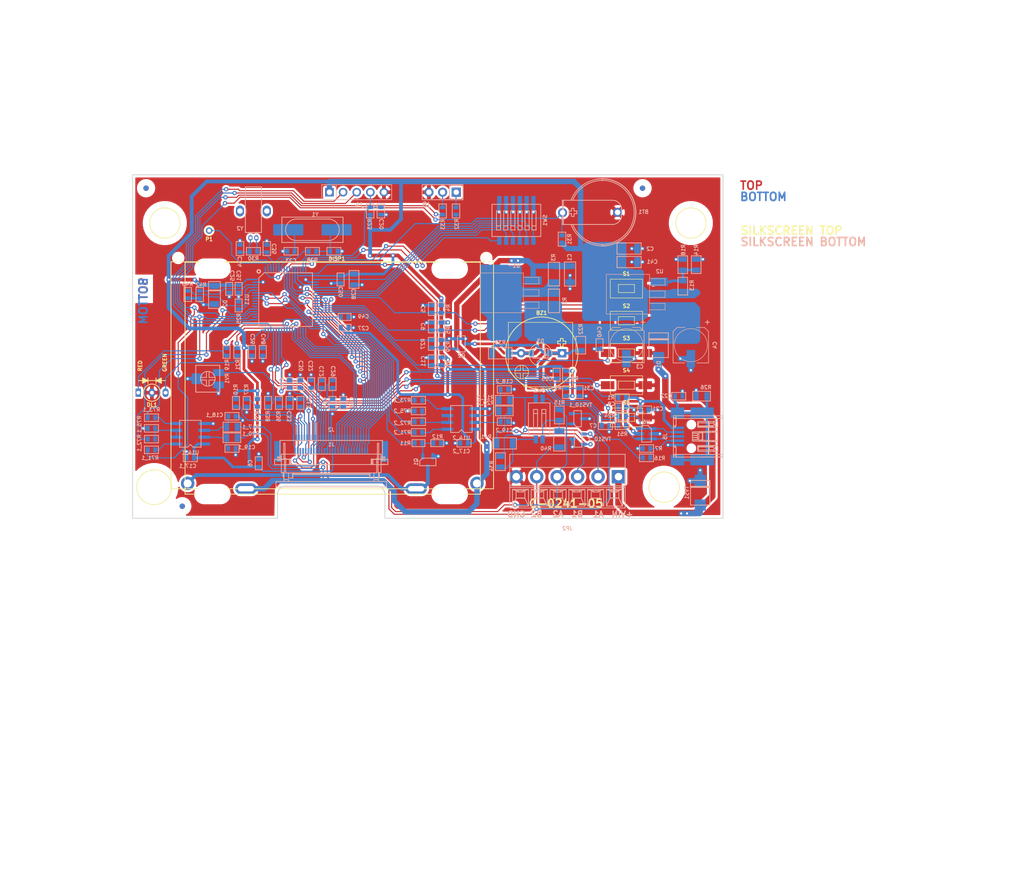
<source format=kicad_pcb>
(kicad_pcb (version 20171130) (host pcbnew "(5.1.4)-1")
  (title_block (title "ESBI - C-0241-05") (date 2020-12-03))
  (layers (0 F.Cu signal) (31 B.Cu signal) (34 B.Paste user) (35 F.Paste user) (36 B.SilkS user) (37 F.SilkS user) (38 B.Mask user) (39 F.Mask user) (44 Edge.Cuts user))
  (net 0 "")
  (net 1 NetBT1_+)
  (net 2 GND)
  (net 3 NetBZ1_1)
  (net 4 NetBZ1_2)
  (net 5 VCC_BACKLIGHT)
  (net 6 VCC_3V3)
  (net 7 VCC_12V)
  (net 8 SW1)
  (net 9 USB_DP)
  (net 10 USB_DN)
  (net 11 SW2)
  (net 12 VOUT)
  (net 13 SW3)
  (net 14 C2-)
  (net 15 C2+)
  (net 16 V1)
  (net 17 C3+)
  (net 18 C1-)
  (net 19 SW4)
  (net 20 V2)
  (net 21 JTAG_RESET)
  (net 22 VCC_VUSB)
  (net 23 NetC22_1)
  (net 24 NetC23_1)
  (net 25 NetC24_1)
  (net 26 C1+)
  (net 27 V3)
  (net 28 SW5)
  (net 29 V4)
  (net 30 V0)
  (net 31 NetC34_1)
  (net 32 NetC35_1)
  (net 33 NetC48_1)
  (net 34 NetC49_1)
  (net 35 VCC_ALIM)
  (net 36 LCD_CS)
  (net 37 LCD_CLR)
  (net 38 LCD_RS)
  (net 39 LCD_RW)
  (net 40 LCD_EN)
  (net 41 LCD_D0)
  (net 42 LCD_D1)
  (net 43 LCD_D2)
  (net 44 LCD_D3)
  (net 45 LCD_D4)
  (net 46 LCD_D5)
  (net 47 LCD_D6)
  (net 48 LCD_D7)
  (net 49 PS)
  (net 50 NetJ2_2)
  (net 51 NetJ2_3)
  (net 52 JTAG_SWDIO)
  (net 53 JTAG_SWCLK)
  (net 54 USB_N)
  (net 55 USB_P)
  (net 56 NetJ5_4)
  (net 57 NetQ1_1)
  (net 58 NetQ2_1)
  (net 59 NetR1_2)
  (net 60 NetR2_1)
  (net 61 LCD_PWM)
  (net 62 NetR13_2)
  (net 63 USB_ID)
  (net 64 LED_R)
  (net 65 NetDL1_A1)
  (net 66 LED_V)
  (net 67 NetDL1_A2)
  (net 68 NetR25_2)
  (net 69 BUZZER)
  (net 70 NetR28_1)
  (net 71 NetJ8_1)
  (net 72 NetJ8_2)
  (net 73 DIP_1)
  (net 74 DIP_2)
  (net 75 DIP_3)
  (net 76 DIP_4)
  (net 77 BL-)
  (net 78 NetC18_1_1)
  (net 79 NetC18_2_1)
  (net 80 NetC19_1_1)
  (net 81 NetC19_2_1)
  (net 82 RS485_B_1)
  (net 83 RS485_A_1)
  (net 84 RS485_B_2)
  (net 85 RS485_A_2)
  (net 86 512Hz_OUT)
  (net 87 NetR15_2)
  (net 88 RS485_RX_1)
  (net 89 RS485_TX_1)
  (net 90 NetR34_2)
  (net 91 HW_SEL1)
  (net 92 HW_SEL0)
  (net 93 NetR71_1_1)
  (net 94 NetR71_2_1)
  (net 95 RS485_DIR_1)
  (net 96 NetR72_1_2)
  (net 97 NetR72_2_2)
  (net 98 NetR73_1_2)
  (net 99 NetR73_2_2)
  (net 100 DIP_5)
  (net 101 DIP_6)
  (net 102 NetU11_50)
  (net 103 NetU11_54)
  (net 104 NetU11_55)
  (net 105 NetU11_56)
  (module Morsettiere_Wurth:WURTH_691221320006 (layer B.Cu) (at 181 125.25 180)
    (fp_text reference JP2 (at 0 -9.65 180) (layer B.SilkS) (effects (font (size 0.7 0.7)) (justify mirror)))
    (fp_text value 691508110306)
    (pad 1 thru_hole rect (at -9.525 0 180) (size 2.5 2.5) (drill 1.4) (layers *.Cu *.Mask) (net 35 VCC_ALIM))
    (pad 2 thru_hole circle (at -5.715 0 180) (size 2.5 2.5) (drill 1.4) (layers *.Cu *.Mask) (net 85 RS485_A_2))
    (pad 3 thru_hole circle (at -1.905 0 180) (size 2.5 2.5) (drill 1.4) (layers *.Cu *.Mask) (net 84 RS485_B_2))
    (pad 4 thru_hole circle (at 1.905 0 180) (size 2.5 2.5) (drill 1.4) (layers *.Cu *.Mask) (net 83 RS485_A_1))
    (pad 5 thru_hole circle (at 5.715 0 180) (size 2.5 2.5) (drill 1.4) (layers *.Cu *.Mask) (net 82 RS485_B_1))
    (pad 6 thru_hole circle (at 9.525 0 180) (size 2.5 2.5) (drill 1.4) (layers *.Cu *.Mask) (net 2 GND))
  )
  (module Buzzer:LPT1230S-HL-03-4.0-1 (layer F.Cu) (at 176 102.5 90)
    (fp_text reference BZ1A hide)
    (fp_text value LPT1230S-HL-03-4.0-1)
    (pad 1 smd rect (at -5.5 0 90) (size 2 5) (layers F.Cu F.Paste F.Mask) (net 3 NetBZ1_1))
    (pad 2 smd rect (at 5.5 0 90) (size 2 5) (layers F.Cu F.Paste F.Mask) (net 4 NetBZ1_2))
  )
  (module Mounting_Holes:MOUNT_1,5mm (layer F.Cu) (at 108.5 84.5)
    (fp_text reference REF** hide)
    (fp_text value MOUNT_,8 hide)
    (pad "" np_thru_hole circle (at 0 0) (size 1.5 1.5) (drill 1.5) (layers *.Cu *.Mask))
  )
  (module Mounting_Holes:MOUNT_1,5mm (layer F.Cu) (at 165.9 84.5)
    (fp_text reference REF** hide)
    (fp_text value MOUNT_,8 hide)
    (pad "" np_thru_hole circle (at 0 0) (size 1.5 1.5) (drill 1.5) (layers *.Cu *.Mask))
  )
  (module TE_GDH02S04 (layer B.Cu) (at 175.75 114.5 270)
    (fp_text reference SW2 (at -5.35 -0.025 180) (layer B.SilkS) (effects (font (size 0.7 0.7)) (justify mirror)))
    (fp_text value GDH02S04)
    (pad 1 smd rect (at -3.8 0.635 270) (size 1.5 0.8) (layers B.Cu B.Paste B.Mask) (net 85 RS485_A_2))
    (pad 2 smd rect (at -3.8 -0.635 270) (size 1.5 0.8) (layers B.Cu B.Paste B.Mask) (net 83 RS485_A_1))
    (pad 3 smd rect (at 3.8 -0.635 270) (size 1.5 0.8) (layers B.Cu B.Paste B.Mask) (net 87 NetR15_2))
    (pad 4 smd rect (at 3.8 0.635 270) (size 1.5 0.8) (layers B.Cu B.Paste B.Mask) (net 90 NetR34_2))
  )
  (module SOT-23 (layer B.Cu) (at 183 118.25 180)
    (fp_text reference TVS10_2 (at -4 0) (layer B.SilkS) (effects (font (size 0.7 0.7)) (justify mirror)))
    (fp_text value CDSOT23-SM712)
    (pad 3 smd oval (at 1.05 0 180) (size 1.3 0.6) (layers B.Cu B.Paste B.Mask) (net 2 GND))
    (pad 2 smd oval (at -1.05 -0.95 180) (size 1.3 0.6) (layers B.Cu B.Paste B.Mask) (net 84 RS485_B_2))
    (pad 1 smd oval (at -1.05 0.95 180) (size 1.3 0.6) (layers B.Cu B.Paste B.Mask) (net 85 RS485_A_2))
  )
  (module R0603 (layer B.Cu) (at 103.5 116.25 180)
    (fp_text reference R75_1 (at 2.25 0.75 90) (layer B.SilkS) (effects (font (size 0.7 0.7)) (justify mirror)))
    (fp_text value 10K)
    (pad 2 smd rect (at 0.69 0 180) (size 0.72 0.99) (layers B.Cu B.Paste B.Mask) (net 2 GND))
    (pad 1 smd rect (at -0.69 0 180) (size 0.72 0.99) (layers B.Cu B.Paste B.Mask) (net 96 NetR72_1_2))
  )
  (module R0603 (layer B.Cu) (at 103.5 118.25)
    (fp_text reference R72_1 (at -2.25 0.75 90) (layer B.SilkS) (effects (font (size 0.7 0.7)) (justify mirror)))
    (fp_text value 1K)
    (pad 2 smd rect (at 0.69 0) (size 0.72 0.99) (layers B.Cu B.Paste B.Mask) (net 96 NetR72_1_2))
    (pad 1 smd rect (at -0.69 0) (size 0.72 0.99) (layers B.Cu B.Paste B.Mask) (net 95 RS485_DIR_1))
  )
  (module R0805 (layer B.Cu) (at 118.5 116 180)
    (fp_text reference R17_1 (at -3.5 0) (layer B.SilkS) (effects (font (size 0.7 0.7)) (justify mirror)))
    (fp_text value 4.7)
    (pad 2 smd rect (at 1 0 180) (size 0.95 1.45) (layers B.Cu B.Paste B.Mask) (net 78 NetC18_1_1))
    (pad 1 smd rect (at -1 0 180) (size 0.95 1.45) (layers B.Cu B.Paste B.Mask) (net 83 RS485_A_1))
  )
  (module R0603 (layer B.Cu) (at 103.5 114.25)
    (fp_text reference R73_1 (at 0 -1.5) (layer B.SilkS) (effects (font (size 0.7 0.7)) (justify mirror)))
    (fp_text value 1K)
    (pad 2 smd rect (at 0.69 0) (size 0.72 0.99) (layers B.Cu B.Paste B.Mask) (net 98 NetR73_1_2))
    (pad 1 smd rect (at -0.69 0) (size 0.72 0.99) (layers B.Cu B.Paste B.Mask) (net 89 RS485_TX_1))
  )
  (module R0805 (layer B.Cu) (at 118.5 118 180)
    (fp_text reference R20_1 (at -3.5 0.75) (layer B.SilkS) (effects (font (size 0.7 0.7)) (justify mirror)))
    (fp_text value 4.7)
    (pad 2 smd rect (at 1 0 180) (size 0.95 1.45) (layers B.Cu B.Paste B.Mask) (net 80 NetC19_1_1))
    (pad 1 smd rect (at -1 0 180) (size 0.95 1.45) (layers B.Cu B.Paste B.Mask) (net 82 RS485_B_1))
  )
  (module R0603 (layer B.Cu) (at 103.5 120.25 180)
    (fp_text reference R71_1 (at 0.25 -1.5) (layer B.SilkS) (effects (font (size 0.7 0.7)) (justify mirror)))
    (fp_text value 1K)
    (pad 1 smd rect (at -0.69 0 180) (size 0.72 0.99) (layers B.Cu B.Paste B.Mask) (net 93 NetR71_1_1))
    (pad 2 smd rect (at 0.69 0 180) (size 0.72 0.99) (layers B.Cu B.Paste B.Mask) (net 88 RS485_RX_1))
  )
  (module C0603 (layer B.Cu) (at 110.75 121.75 180)
    (fp_text reference C17_1 (at 0.5 -1.5) (layer B.SilkS) (effects (font (size 0.7 0.7)) (justify mirror)))
    (fp_text value 1uF)
    (pad 1 smd rect (at -0.69 0 180) (size 0.72 0.99) (layers B.Cu B.Paste B.Mask) (net 6 VCC_3V3))
    (pad 2 smd rect (at 0.69 0 180) (size 0.72 0.99) (layers B.Cu B.Paste B.Mask) (net 2 GND))
  )
  (module C0603 (layer B.Cu) (at 118.5 120)
    (fp_text reference C19_1 (at 2.75 -0.25) (layer B.SilkS) (effects (font (size 0.7 0.7)) (justify mirror)))
    (fp_text value 1nF)
    (pad 1 smd rect (at -0.69 0) (size 0.72 0.99) (layers B.Cu B.Paste B.Mask) (net 80 NetC19_1_1))
    (pad 2 smd rect (at 0.69 0) (size 0.72 0.99) (layers B.Cu B.Paste B.Mask) (net 2 GND))
  )
  (module C0603 (layer B.Cu) (at 118.5 114)
    (fp_text reference C18_1 (at -3.25 -0.25) (layer B.SilkS) (effects (font (size 0.7 0.7)) (justify mirror)))
    (fp_text value 1nF)
    (pad 2 smd rect (at 0.69 0) (size 0.72 0.99) (layers B.Cu B.Paste B.Mask) (net 2 GND))
    (pad 1 smd rect (at -0.69 0) (size 0.72 0.99) (layers B.Cu B.Paste B.Mask) (net 78 NetC18_1_1))
  )
  (module QFP-64_10x10mm_Pitch0.5mm (layer B.Cu) (at 128.5 92.25 270)
    (fp_text reference U11 (at 0 7.2 270) (layer B.SilkS) (effects (font (size 0.7 0.7)) (justify mirror)))
    (fp_text value STM32F205RCT6)
    (pad 1 smd rect (at -5.7 3.75 270) (size 1 0.25) (layers B.Cu B.Paste B.Mask) (net 1 NetBT1_+))
    (pad 2 smd rect (at -5.7 3.25 270) (size 1 0.25) (layers B.Cu B.Paste B.Mask) (net 86 512Hz_OUT))
    (pad 3 smd rect (at -5.7 2.75 270) (size 1 0.25) (layers B.Cu B.Paste B.Mask) (net 31 NetC34_1))
    (pad 4 smd rect (at -5.7 2.25 270) (size 1 0.25) (layers B.Cu B.Paste B.Mask) (net 32 NetC35_1))
    (pad 5 smd rect (at -5.7 1.75 270) (size 1 0.25) (layers B.Cu B.Paste B.Mask) (net 24 NetC23_1))
    (pad 6 smd rect (at -5.7 1.25 270) (size 1 0.25) (layers B.Cu B.Paste B.Mask) (net 70 NetR28_1))
    (pad 7 smd rect (at -5.7 0.75 270) (size 1 0.25) (layers B.Cu B.Paste B.Mask) (net 21 JTAG_RESET))
    (pad 8 smd rect (at -5.7 0.25 270) (size 1 0.25) (layers B.Cu B.Paste B.Mask) (net 41 LCD_D0))
    (pad 9 smd rect (at -5.7 -0.25 270) (size 1 0.25) (layers B.Cu B.Paste B.Mask) (net 42 LCD_D1))
    (pad 10 smd rect (at -5.7 -0.75 270) (size 1 0.25) (layers B.Cu B.Paste B.Mask) (net 43 LCD_D2))
    (pad 11 smd rect (at -5.7 -1.25 270) (size 1 0.25) (layers B.Cu B.Paste B.Mask) (net 44 LCD_D3))
    (pad 12 smd rect (at -5.7 -1.75 270) (size 1 0.25) (layers B.Cu B.Paste B.Mask) (net 2 GND))
    (pad 13 smd rect (at -5.7 -2.25 270) (size 1 0.25) (layers B.Cu B.Paste B.Mask) (net 6 VCC_3V3))
    (pad 14 smd rect (at -5.7 -2.75 270) (size 1 0.25) (layers B.Cu B.Paste B.Mask) (net 28 SW5))
    (pad 15 smd rect (at -5.7 -3.25 270) (size 1 0.25) (layers B.Cu B.Paste B.Mask) (net 100 DIP_5))
    (pad 16 smd rect (at -5.7 -3.75 270) (size 1 0.25) (layers B.Cu B.Paste B.Mask) (net 101 DIP_6))
    (pad 17 smd rect (at -3.75 -5.7 180) (size 1 0.25) (layers B.Cu B.Paste B.Mask) (net 73 DIP_1))
    (pad 18 smd rect (at -3.25 -5.7 180) (size 1 0.25) (layers B.Cu B.Paste B.Mask) (net 2 GND))
    (pad 19 smd rect (at -2.75 -5.7 180) (size 1 0.25) (layers B.Cu B.Paste B.Mask) (net 6 VCC_3V3))
    (pad 20 smd rect (at -2.25 -5.7 180) (size 1 0.25) (layers B.Cu B.Paste B.Mask) (net 74 DIP_2))
    (pad 21 smd rect (at -1.75 -5.7 180) (size 1 0.25) (layers B.Cu B.Paste B.Mask) (net 75 DIP_3))
    (pad 22 smd rect (at -1.25 -5.7 180) (size 1 0.25) (layers B.Cu B.Paste B.Mask) (net 76 DIP_4))
    (pad 23 smd rect (at -0.75 -5.7 180) (size 1 0.25) (layers B.Cu B.Paste B.Mask) (net 8 SW1))
    (pad 24 smd rect (at -0.25 -5.7 180) (size 1 0.25) (layers B.Cu B.Paste B.Mask) (net 45 LCD_D4))
    (pad 25 smd rect (at 0.25 -5.7 180) (size 1 0.25) (layers B.Cu B.Paste B.Mask) (net 46 LCD_D5))
    (pad 26 smd rect (at 0.75 -5.7 180) (size 1 0.25) (layers B.Cu B.Paste B.Mask) (net 11 SW2))
    (pad 27 smd rect (at 1.25 -5.7 180) (size 1 0.25) (layers B.Cu B.Paste B.Mask) (net 69 BUZZER))
    (pad 28 smd rect (at 1.75 -5.7 180) (size 1 0.25) (layers B.Cu B.Paste B.Mask) (net 13 SW3))
    (pad 29 smd rect (at 2.25 -5.7 180) (size 1 0.25) (layers B.Cu B.Paste B.Mask) (net 19 SW4))
    (pad 30 smd rect (at 2.75 -5.7 180) (size 1 0.25) (layers B.Cu B.Paste B.Mask) (net 36 LCD_CS))
    (pad 31 smd rect (at 3.25 -5.7 180) (size 1 0.25) (layers B.Cu B.Paste B.Mask) (net 34 NetC49_1))
    (pad 32 smd rect (at 3.75 -5.7 180) (size 1 0.25) (layers B.Cu B.Paste B.Mask) (net 6 VCC_3V3))
    (pad 33 smd rect (at 5.7 -3.75 270) (size 1 0.25) (layers B.Cu B.Paste B.Mask) (net 37 LCD_CLR))
    (pad 34 smd rect (at 5.7 -3.25 270) (size 1 0.25) (layers B.Cu B.Paste B.Mask) (net 38 LCD_RS))
    (pad 35 smd rect (at 5.7 -2.75 270) (size 1 0.25) (layers B.Cu B.Paste B.Mask) (net 39 LCD_RW))
    (pad 36 smd rect (at 5.7 -2.25 270) (size 1 0.25) (layers B.Cu B.Paste B.Mask) (net 40 LCD_EN))
    (pad 37 smd rect (at 5.7 -1.75 270) (size 1 0.25) (layers B.Cu B.Paste B.Mask) (net 47 LCD_D6))
    (pad 38 smd rect (at 5.7 -1.25 270) (size 1 0.25) (layers B.Cu B.Paste B.Mask) (net 48 LCD_D7))
    (pad 39 smd rect (at 5.7 -0.75 270) (size 1 0.25) (layers B.Cu B.Paste B.Mask) (net 66 LED_V))
    (pad 40 smd rect (at 5.7 -0.25 270) (size 1 0.25) (layers B.Cu B.Paste B.Mask) (net 64 LED_R))
    (pad 41 smd rect (at 5.7 0.25 270) (size 1 0.25) (layers B.Cu B.Paste B.Mask) (net 61 LCD_PWM))
    (pad 42 smd rect (at 5.7 0.75 270) (size 1 0.25) (layers B.Cu B.Paste B.Mask) (net 59 NetR1_2))
    (pad 43 smd rect (at 5.7 1.25 270) (size 1 0.25) (layers B.Cu B.Paste B.Mask) (net 63 USB_ID))
    (pad 44 smd rect (at 5.7 1.75 270) (size 1 0.25) (layers B.Cu B.Paste B.Mask) (net 10 USB_DN))
    (pad 45 smd rect (at 5.7 2.25 270) (size 1 0.25) (layers B.Cu B.Paste B.Mask) (net 9 USB_DP))
    (pad 46 smd rect (at 5.7 2.75 270) (size 1 0.25) (layers B.Cu B.Paste B.Mask) (net 52 JTAG_SWDIO))
    (pad 47 smd rect (at 5.7 3.25 270) (size 1 0.25) (layers B.Cu B.Paste B.Mask) (net 33 NetC48_1))
    (pad 48 smd rect (at 5.7 3.75 270) (size 1 0.25) (layers B.Cu B.Paste B.Mask) (net 6 VCC_3V3))
    (pad 49 smd rect (at 3.75 5.7 180) (size 1 0.25) (layers B.Cu B.Paste B.Mask) (net 53 JTAG_SWCLK))
    (pad 50 smd rect (at 3.25 5.7 180) (size 1 0.25) (layers B.Cu B.Paste B.Mask) (net 102 NetU11_50))
    (pad 51 smd rect (at 2.75 5.7 180) (size 1 0.25) (layers B.Cu B.Paste B.Mask) (net 89 RS485_TX_1))
    (pad 52 smd rect (at 2.25 5.7 180) (size 1 0.25) (layers B.Cu B.Paste B.Mask) (net 88 RS485_RX_1))
    (pad 53 smd rect (at 1.75 5.7 180) (size 1 0.25) (layers B.Cu B.Paste B.Mask) (net 95 RS485_DIR_1))
    (pad 54 smd rect (at 1.25 5.7 180) (size 1 0.25) (layers B.Cu B.Paste B.Mask) (net 103 NetU11_54))
    (pad 55 smd rect (at 0.75 5.7 180) (size 1 0.25) (layers B.Cu B.Paste B.Mask) (net 104 NetU11_55))
    (pad 56 smd rect (at 0.25 5.7 180) (size 1 0.25) (layers B.Cu B.Paste B.Mask) (net 105 NetU11_56))
    (pad 57 smd rect (at -0.25 5.7 180) (size 1 0.25) (layers B.Cu B.Paste B.Mask) (net 95 RS485_DIR_1))
    (pad 58 smd rect (at -0.75 5.7 180) (size 1 0.25) (layers B.Cu B.Paste B.Mask) (net 89 RS485_TX_1))
    (pad 59 smd rect (at -1.25 5.7 180) (size 1 0.25) (layers B.Cu B.Paste B.Mask) (net 88 RS485_RX_1))
    (pad 60 smd rect (at -1.75 5.7 180) (size 1 0.25) (layers B.Cu B.Paste B.Mask) (net 68 NetR25_2))
    (pad 61 smd rect (at -2.25 5.7 180) (size 1 0.25) (layers B.Cu B.Paste B.Mask) (net 92 HW_SEL0))
    (pad 62 smd rect (at -2.75 5.7 180) (size 1 0.25) (layers B.Cu B.Paste B.Mask) (net 91 HW_SEL1))
    (pad 63 smd rect (at -3.25 5.7 180) (size 1 0.25) (layers B.Cu B.Paste B.Mask) (net 2 GND))
    (pad 64 smd rect (at -3.75 5.7 180) (size 1 0.25) (layers B.Cu B.Paste B.Mask) (net 6 VCC_3V3))
  )
  (module Display:CCT_G64128W20NBW00 (layer F.Cu) (at 109.77 128.49)
    (fp_text reference DISP1 (at 28.28 -43.85) (layer F.SilkS) (effects (font (size 0.7 0.7))))
    (fp_text value G64128W20NBW00)
    (pad K thru_hole oval (at 43.05 -1) (size 4 2) (drill oval 3 1) (layers *.Cu *.Mask) (net 77 BL-))
    (pad "" np_thru_hole oval (at 5.1 -42) (size 6 3) (drill oval 6 3) (layers *.Cu *.Mask))
    (pad "" np_thru_hole oval (at 49.3 -42) (size 6 3) (drill oval 6 3) (layers *.Cu *.Mask))
    (pad "" np_thru_hole oval (at 49.3 0) (size 6 3) (drill oval 6 3) (layers *.Cu *.Mask))
    (pad "" np_thru_hole oval (at 5.1 0) (size 6 3) (drill oval 6 3) (layers *.Cu *.Mask))
    (pad A thru_hole oval (at 11.35 -1) (size 4 2) (drill oval 3 1) (layers *.Cu *.Mask) (net 5 VCC_BACKLIGHT))
  )
  (module Fiducial:Fiducial_1mm (layer B.Cu) (at 195 71.5)
    (fp_text reference REF** hide)
    (fp_text value Fiducial_1mm hide)
    (pad "" smd circle (at 0 0) (size 1 1) (layers B.Cu) (clearance 1.2))
  )
  (module Fiducial:Fiducial_1mm (layer B.Cu) (at 109.25 130.75)
    (fp_text reference REF** hide)
    (fp_text value Fiducial_1mm hide)
    (pad "" smd circle (at 0 0) (size 1 1) (layers B.Cu) (clearance 1.2))
  )
  (module Fiducial:Fiducial_1mm (layer B.Cu) (at 102.5 71.5)
    (fp_text reference REF** hide)
    (fp_text value Fiducial_1mm hide)
    (pad "" smd circle (at 0 0) (size 1 1) (layers B.Cu) (clearance 1.2))
  )
  (module Fiducial:Fiducial_1mm (layer F.Cu) (at 102.5 71.5)
    (fp_text reference REF** hide)
    (fp_text value Fiducial_1mm hide)
    (pad "" smd circle (at 0 0) (size 1 1) (layers F.Cu) (clearance 1.2))
  )
  (module Fiducial:Fiducial_1mm (layer F.Cu) (at 109.25 130.75)
    (fp_text reference REF** hide)
    (fp_text value Fiducial_1mm hide)
    (pad "" smd circle (at 0 0) (size 1 1) (layers F.Cu) (clearance 1.2))
  )
  (module R0603 (layer B.Cu) (at 125.25 111.5 270)
    (fp_text reference R38 (at 2.5 0.05 270) (layer B.SilkS) (effects (font (size 0.7 0.7)) (justify mirror)))
    (fp_text value 330K)
    (pad 2 smd rect (at 0.69 0 270) (size 0.72 0.99) (layers B.Cu B.Paste B.Mask) (net 51 NetJ2_3))
    (pad 1 smd rect (at -0.69 0 270) (size 0.72 0.99) (layers B.Cu B.Paste B.Mask) (net 2 GND))
  )
  (module Mounting_Holes:MOUNT_6 (layer F.Cu) (at 104.01 127.21)
    (fp_text reference REF** hide)
    (fp_text value MOUNT_6 hide)
    (pad "" np_thru_hole circle (at 0 0) (size 6 6) (drill 6) (layers *.Cu *.Mask) (clearance 1.5))
  )
  (module Mounting_Holes:MOUNT_5,2 (layer F.Cu) (at 106 78)
    (fp_text reference REF** hide)
    (fp_text value MOUNT_5,2 hide)
    (pad "" np_thru_hole circle (at 0 0) (size 5.2 5.2) (drill 5.2) (layers *.Cu *.Mask) (clearance 1.5))
  )
  (module Mounting_Holes:MOUNT_5,2 (layer F.Cu) (at 204 78)
    (fp_text reference REF** hide)
    (fp_text value MOUNT_5,2 hide)
    (pad "" np_thru_hole circle (at 0 0) (size 5.2 5.2) (drill 5.2) (layers *.Cu *.Mask) (clearance 1.5))
  )
  (module Mounting_Holes:MOUNT_5 (layer F.Cu) (at 199.01 127.21)
    (fp_text reference REF** hide)
    (fp_text value MOUNT_5 hide)
    (pad "" np_thru_hole circle (at 0 0) (size 5 5) (drill 5) (layers *.Cu *.Mask) (clearance 1.5))
  )
  (module KPEG242 (layer F.Cu) (at 176.2 102.25 180)
    (fp_text reference BZ1 (at 0 7.5 180) (layer F.SilkS) (effects (font (size 0.7 0.7))))
    (fp_text value LPT1230S-HL-03-4.0-1)
    (pad 2 thru_hole circle (at 3.81 0 180) (size 1.57 1.57) (drill 0.8) (layers *.Cu *.Mask) (net 4 NetBZ1_2))
    (pad 1 thru_hole rect (at -3.81 0 180) (size 1.57 1.57) (drill 0.8) (layers *.Cu *.Mask) (net 3 NetBZ1_1))
  )
  (module C1206 (layer B.Cu) (at 181.5 87.5 270)
    (fp_text reference C1 (at -3.1 0.1 270) (layer B.SilkS) (effects (font (size 0.7 0.7)) (justify mirror)))
    (fp_text value 10uF)
    (pad 2 smd rect (at 1.5 0 270) (size 1.05 1.8) (layers B.Cu B.Paste B.Mask) (net 2 GND))
    (pad 1 smd rect (at -1.5 0 270) (size 1.05 1.8) (layers B.Cu B.Paste B.Mask) (net 5 VCC_BACKLIGHT))
  )
  (module C1206 (layer B.Cu) (at 192.5 82.75)
    (fp_text reference C2 (at 3.9 0.05) (layer B.SilkS) (effects (font (size 0.7 0.7)) (justify mirror)))
    (fp_text value 10uF)
    (pad 1 smd rect (at -1.5 0) (size 1.05 1.8) (layers B.Cu B.Paste B.Mask) (net 6 VCC_3V3))
    (pad 2 smd rect (at 1.5 0) (size 1.05 1.8) (layers B.Cu B.Paste B.Mask) (net 2 GND))
  )
  (module ELE-D-660 (layer B.Cu) (at 192 100.75 270)
    (fp_text reference C3 (at 4 -2.5) (layer B.SilkS) (effects (font (size 0.7 0.7)) (justify mirror)))
    (fp_text value 47uF)
    (fp_text user + (at -4.28 -3.01 270) (layer B.SilkS) (effects (justify mirror)))
    (pad 2 smd rect (at 2.5 0 90) (size 3.2 1.6) (layers B.Cu B.Paste B.Mask) (net 2 GND))
    (pad 1 smd rect (at -2.5 0 90) (size 3.2 1.6) (layers B.Cu B.Paste B.Mask) (net 7 VCC_12V))
  )
  (module ELE-D-660 (layer B.Cu) (at 204 100.75 270)
    (fp_text reference C4 (at 0 -4.5 270) (layer B.SilkS) (effects (font (size 0.7 0.7)) (justify mirror)))
    (fp_text value 47uF)
    (fp_text user + (at -4.28 -3.01 270) (layer B.SilkS) (effects (justify mirror)))
    (pad 1 smd rect (at -2.5 0 90) (size 3.2 1.6) (layers B.Cu B.Paste B.Mask) (net 7 VCC_12V))
    (pad 2 smd rect (at 2.5 0 90) (size 3.2 1.6) (layers B.Cu B.Paste B.Mask) (net 2 GND))
  )
  (module C1206 (layer B.Cu) (at 192.5 85.25)
    (fp_text reference C41 (at 4.3 -0.05) (layer B.SilkS) (effects (font (size 0.7 0.7)) (justify mirror)))
    (fp_text value 10uF)
    (pad 1 smd rect (at -1.5 0) (size 1.05 1.8) (layers B.Cu B.Paste B.Mask) (net 6 VCC_3V3))
    (pad 2 smd rect (at 1.5 0) (size 1.05 1.8) (layers B.Cu B.Paste B.Mask) (net 2 GND))
  )
  (module R1206 (layer B.Cu) (at 178.5 92.5 270)
    (fp_text reference R2 (at 0 -2 270) (layer B.SilkS) (effects (font (size 0.7 0.7)) (justify mirror)))
    (fp_text value 0)
    (pad 1 smd rect (at -1.5 0 270) (size 1.05 1.8) (layers B.Cu B.Paste B.Mask) (net 60 NetR2_1))
    (pad 2 smd rect (at 1.5 0 270) (size 1.05 1.8) (layers B.Cu B.Paste B.Mask) (net 7 VCC_12V))
  )
  (module R1206 (layer B.Cu) (at 178.5 87.5 270)
    (fp_text reference R3 (at -3.1 0.1 270) (layer B.SilkS) (effects (font (size 0.7 0.7)) (justify mirror)))
    (fp_text value 33)
    (pad 2 smd rect (at 1.5 0 270) (size 1.05 1.8) (layers B.Cu B.Paste B.Mask) (net 60 NetR2_1))
    (pad 1 smd rect (at -1.5 0 270) (size 1.05 1.8) (layers B.Cu B.Paste B.Mask) (net 5 VCC_BACKLIGHT))
  )
  (module R0805 (layer B.Cu) (at 202.5 89.75 90)
    (fp_text reference R13 (at 0.15 1.7 90) (layer B.SilkS) (effects (font (size 0.7 0.7)) (justify mirror)))
    (fp_text value 470)
    (pad 2 smd rect (at 1 0 90) (size 0.95 1.45) (layers B.Cu B.Paste B.Mask) (net 62 NetR13_2))
    (pad 1 smd rect (at -1 0 90) (size 0.95 1.45) (layers B.Cu B.Paste B.Mask) (net 6 VCC_3V3))
  )
  (module R0805 (layer B.Cu) (at 205 85.75 90)
    (fp_text reference R14 (at 2.75 0 90) (layer B.SilkS) (effects (font (size 0.7 0.7)) (justify mirror)))
    (fp_text value 1.5K)
    (pad 1 smd rect (at -1 0 90) (size 0.95 1.45) (layers B.Cu B.Paste B.Mask) (net 62 NetR13_2))
    (pad 2 smd rect (at 1 0 90) (size 0.95 1.45) (layers B.Cu B.Paste B.Mask) (net 2 GND))
  )
  (module R0805 (layer B.Cu) (at 202.5 85.75 90)
    (fp_text reference R18 (at 2.75 0.1 90) (layer B.SilkS) (effects (font (size 0.7 0.7)) (justify mirror)))
    (fp_text value 1.5K)
    (pad 2 smd rect (at 1 0 90) (size 0.95 1.45) (layers B.Cu B.Paste B.Mask) (net 2 GND))
    (pad 1 smd rect (at -1 0 90) (size 0.95 1.45) (layers B.Cu B.Paste B.Mask) (net 62 NetR13_2))
  )
  (module D_SMB_DO-214AA (layer B.Cu) (at 205.75 128.25 270)
    (fp_text reference TVS1 (at 0 2.5 270) (layer B.SilkS) (effects (font (size 0.7 0.7)) (justify mirror)))
    (fp_text value SM6T18CA)
    (pad 1 smd rect (at -2.3 0 270) (size 2.1 2.1) (layers B.Cu B.Paste B.Mask) (net 2 GND))
    (pad 2 smd rect (at 2.3 0 270) (size 2.1 2.1) (layers B.Cu B.Paste B.Mask) (net 35 VCC_ALIM))
  )
  (module TO-252-3Lead_4TAB (layer B.Cu) (at 171.5 91 180)
    (fp_text reference U1 (at 0 5.05) (layer B.SilkS) (effects (font (size 0.7 0.7)) (justify mirror)))
    (fp_text value LM1117IDTX-ADJ/NOPB)
    (pad 2 smd rect (at -3.15 0 270) (size 1.6 3.2) (layers B.Cu B.Paste B.Mask) (net 60 NetR2_1))
    (pad 4 smd rect (at 3.125 0 270) (size 7 6.5) (layers B.Cu B.Paste B.Mask) (net 60 NetR2_1))
    (pad 3 smd rect (at -3.125 -2.3 270) (size 1.6 3.2) (layers B.Cu B.Paste B.Mask) (net 7 VCC_12V))
    (pad 1 smd rect (at -3.125 2.3 270) (size 1.6 3.2) (layers B.Cu B.Paste B.Mask) (net 5 VCC_BACKLIGHT))
  )
  (module TO-252-3Lead_4TAB (layer B.Cu) (at 195 91.25 180)
    (fp_text reference U2 (at -3.2 4.25) (layer B.SilkS) (effects (font (size 0.7 0.7)) (justify mirror)))
    (fp_text value LM1117IDTX-ADJ/NOPB)
    (pad 1 smd rect (at -3.125 2.3 270) (size 1.6 3.2) (layers B.Cu B.Paste B.Mask) (net 62 NetR13_2))
    (pad 3 smd rect (at -3.125 -2.3 270) (size 1.6 3.2) (layers B.Cu B.Paste B.Mask) (net 7 VCC_12V))
    (pad 4 smd rect (at 3.125 0 270) (size 7 6.5) (layers B.Cu B.Paste B.Mask) (net 6 VCC_3V3))
    (pad 2 smd rect (at -3.15 0 270) (size 1.6 3.2) (layers B.Cu B.Paste B.Mask) (net 6 VCC_3V3))
  )
  (module TVBM11 (layer F.Cu) (at 192 90.2 180)
    (fp_text reference S1 (at 0 2.75 180) (layer F.SilkS) (effects (font (size 0.7 0.7))))
    (fp_text value TVBM11)
    (pad 1 smd rect (at -3.5 0 180) (size 2.5 1.5) (layers F.Cu F.Paste F.Mask) (net 2 GND))
    (pad 2 smd rect (at 3.5 0 180) (size 2.5 1.5) (layers F.Cu F.Paste F.Mask) (net 8 SW1))
  )
  (module TVBM11 (layer F.Cu) (at 192 96.2 180)
    (fp_text reference S2 (at 0 2.75 180) (layer F.SilkS) (effects (font (size 0.7 0.7))))
    (fp_text value TVBM11)
    (pad 2 smd rect (at 3.5 0 180) (size 2.5 1.5) (layers F.Cu F.Paste F.Mask) (net 11 SW2))
    (pad 1 smd rect (at -3.5 0 180) (size 2.5 1.5) (layers F.Cu F.Paste F.Mask) (net 2 GND))
  )
  (module TVBM11 (layer F.Cu) (at 192 102.2 180)
    (fp_text reference S3 (at 0 2.75 180) (layer F.SilkS) (effects (font (size 0.7 0.7))))
    (fp_text value TVBM11)
    (pad 1 smd rect (at -3.5 0 180) (size 2.5 1.5) (layers F.Cu F.Paste F.Mask) (net 2 GND))
    (pad 2 smd rect (at 3.5 0 180) (size 2.5 1.5) (layers F.Cu F.Paste F.Mask) (net 13 SW3))
  )
  (module TVBM11 (layer F.Cu) (at 192 108.2 180)
    (fp_text reference S4 (at 0 2.75 180) (layer F.SilkS) (effects (font (size 0.7 0.7))))
    (fp_text value TVBM11)
    (pad 2 smd rect (at 3.5 0 180) (size 2.5 1.5) (layers F.Cu F.Paste F.Mask) (net 19 SW4))
    (pad 1 smd rect (at -3.5 0 180) (size 2.5 1.5) (layers F.Cu F.Paste F.Mask) (net 2 GND))
  )
  (module TVBM11 (layer F.Cu) (at 192 114.2 180)
    (fp_text reference S5 (at 0 2.75 180) (layer F.SilkS) (effects (font (size 0.7 0.7))))
    (fp_text value TVBM11)
    (pad 1 smd rect (at -3.5 0 180) (size 2.5 1.5) (layers F.Cu F.Paste F.Mask) (net 2 GND))
    (pad 2 smd rect (at 3.5 0 180) (size 2.5 1.5) (layers F.Cu F.Paste F.Mask) (net 28 SW5))
  )
  (module Molex_52437-2833 (layer B.Cu) (at 137 120.5 180)
    (fp_text reference J1 (at 0 1.25 180) (layer B.SilkS) (effects (font (size 0.7 0.7)) (justify mirror)))
    (fp_text value 52437-2833)
    (pad "" smd rect (at 9.725 -1.425 180) (size 1.2 1.2) (layers B.Cu B.Paste B.Mask))
    (pad "" smd rect (at -9.725 -1.4 180) (size 1.2 1.2) (layers B.Cu B.Paste B.Mask))
    (pad 28 smd rect (at 6.75 0 180) (size 0.3 1.2) (layers B.Cu B.Paste B.Mask) (net 49 PS))
    (pad 27 smd rect (at 6.25 0 180) (size 0.3 1.2) (layers B.Cu B.Paste B.Mask) (net 30 V0))
    (pad 26 smd rect (at 5.75 0 180) (size 0.3 1.2) (layers B.Cu B.Paste B.Mask) (net 29 V4))
    (pad 25 smd rect (at 5.25 0 180) (size 0.3 1.2) (layers B.Cu B.Paste B.Mask) (net 27 V3))
    (pad 24 smd rect (at 4.75 0 180) (size 0.3 1.2) (layers B.Cu B.Paste B.Mask) (net 20 V2))
    (pad 23 smd rect (at 4.25 0 180) (size 0.3 1.2) (layers B.Cu B.Paste B.Mask) (net 16 V1))
    (pad 22 smd rect (at 3.75 0 180) (size 0.3 1.2) (layers B.Cu B.Paste B.Mask) (net 14 C2-))
    (pad 21 smd rect (at 3.25 0 180) (size 0.3 1.2) (layers B.Cu B.Paste B.Mask) (net 15 C2+))
    (pad 20 smd rect (at 2.75 0 180) (size 0.3 1.2) (layers B.Cu B.Paste B.Mask) (net 26 C1+))
    (pad 19 smd rect (at 2.25 0 180) (size 0.3 1.2) (layers B.Cu B.Paste B.Mask) (net 18 C1-))
    (pad 18 smd rect (at 1.75 0 180) (size 0.3 1.2) (layers B.Cu B.Paste B.Mask) (net 17 C3+))
    (pad 17 smd rect (at 1.25 0 180) (size 0.3 1.2) (layers B.Cu B.Paste B.Mask) (net 12 VOUT))
    (pad 16 smd rect (at 0.75 0 180) (size 0.3 1.2) (layers B.Cu B.Paste B.Mask) (net 12 VOUT))
    (pad 15 smd rect (at 0.25 0 180) (size 0.3 1.2) (layers B.Cu B.Paste B.Mask) (net 2 GND))
    (pad 14 smd rect (at -0.25 0 180) (size 0.3 1.2) (layers B.Cu B.Paste B.Mask) (net 6 VCC_3V3))
    (pad 13 smd rect (at -0.75 0 180) (size 0.3 1.2) (layers B.Cu B.Paste B.Mask) (net 48 LCD_D7))
    (pad 12 smd rect (at -1.25 0 180) (size 0.3 1.2) (layers B.Cu B.Paste B.Mask) (net 47 LCD_D6))
    (pad 11 smd rect (at -1.75 0 180) (size 0.3 1.2) (layers B.Cu B.Paste B.Mask) (net 46 LCD_D5))
    (pad 10 smd rect (at -2.25 0 180) (size 0.3 1.2) (layers B.Cu B.Paste B.Mask) (net 45 LCD_D4))
    (pad 9 smd rect (at -2.75 0 180) (size 0.3 1.2) (layers B.Cu B.Paste B.Mask) (net 44 LCD_D3))
    (pad 8 smd rect (at -3.25 0 180) (size 0.3 1.2) (layers B.Cu B.Paste B.Mask) (net 43 LCD_D2))
    (pad 7 smd rect (at -3.75 0 180) (size 0.3 1.2) (layers B.Cu B.Paste B.Mask) (net 42 LCD_D1))
    (pad 6 smd rect (at -4.25 0 180) (size 0.3 1.2) (layers B.Cu B.Paste B.Mask) (net 41 LCD_D0))
    (pad 5 smd rect (at -4.75 0 180) (size 0.3 1.2) (layers B.Cu B.Paste B.Mask) (net 40 LCD_EN))
    (pad 4 smd rect (at -5.25 0 180) (size 0.3 1.2) (layers B.Cu B.Paste B.Mask) (net 39 LCD_RW))
    (pad 3 smd rect (at -5.75 0 180) (size 0.3 1.2) (layers B.Cu B.Paste B.Mask) (net 38 LCD_RS))
    (pad 2 smd rect (at -6.25 0 180) (size 0.3 1.2) (layers B.Cu B.Paste B.Mask) (net 37 LCD_CLR))
    (pad 1 smd rect (at -6.75 0 180) (size 0.3 1.2) (layers B.Cu B.Paste B.Mask) (net 36 LCD_CS))
  )
  (module CR1220_HFN (layer B.Cu) (at 187.5 76 180)
    (fp_text reference BT1 (at -7.68 0.09 180) (layer B.SilkS) (effects (font (size 0.7 0.7)) (justify mirror)))
    (fp_text value CR-1220/HFN)
    (pad + thru_hole circle (at 7.4 -0.05 180) (size 1.7 1.7) (drill 1) (layers *.Cu *.Mask) (net 1 NetBT1_+))
    (pad - thru_hole circle (at -2.85 0 180) (size 1.7 1.7) (drill 1) (layers *.Cu *.Mask) (net 2 GND))
  )
  (module SIX5 (layer B.Cu) (at 141.75 72.25)
    (fp_text reference J4 (at 0.508 2.4) (layer B.SilkS) (effects (justify mirror)))
    (fp_text value STRIP2.54-1X5-H11.6-M)
    (pad 1 thru_hole rect (at -5.08 0) (size 1.6 1.6) (drill 1) (layers *.Cu *.Mask) (net 6 VCC_3V3))
    (pad 2 thru_hole oval (at -2.54 0) (size 1.6 1.6) (drill 1) (layers *.Cu *.Mask) (net 52 JTAG_SWDIO))
    (pad 3 thru_hole oval (at 0 0) (size 1.6 1.6) (drill 1) (layers *.Cu *.Mask) (net 53 JTAG_SWCLK))
    (pad 4 thru_hole oval (at 2.54 0) (size 1.6 1.6) (drill 1) (layers *.Cu *.Mask) (net 21 JTAG_RESET))
    (pad 5 thru_hole oval (at 5.08 0) (size 1.6 1.6) (drill 1) (layers *.Cu *.Mask) (net 2 GND))
  )
  (module SIX3 (layer B.Cu) (at 157.75 72.25 180)
    (fp_text reference J8 (at 2.95 -2.35 180) (layer B.SilkS) (effects (justify mirror)))
    (fp_text value STRIP2.54-1X3-H11.6-M)
    (pad 1 thru_hole rect (at -2.54 0 180) (size 1.7 1.7) (drill 1) (layers *.Cu *.Mask) (net 71 NetJ8_1))
    (pad 2 thru_hole oval (at 0 0 180) (size 1.7 1.7) (drill 1) (layers *.Cu *.Mask) (net 72 NetJ8_2))
    (pad 3 thru_hole oval (at 2.54 0 180) (size 1.7 1.7) (drill 1) (layers *.Cu *.Mask) (net 2 GND))
  )
  (module R0805 (layer B.Cu) (at 206 110.25 180)
    (fp_text reference R26 (at -0.8 1.65 180) (layer B.SilkS) (effects (font (size 0.7 0.7)) (justify mirror)))
    (fp_text value 1M)
    (pad 2 smd rect (at 1 0 180) (size 0.95 1.45) (layers B.Cu B.Paste B.Mask) (net 2 GND))
    (pad 1 smd rect (at -1 0 180) (size 0.95 1.45) (layers B.Cu B.Paste B.Mask) (net 23 NetC22_1))
  )
  (module SOT-23-6_SC74 (layer B.Cu) (at 195.75 117.25 180)
    (fp_text reference U6 (at 0.05 2.2 180) (layer B.SilkS) (effects (font (size 0.7 0.7)) (justify mirror)))
    (fp_text value USBLC6-2SC6)
    (pad 1 smd oval (at -1.15 0.95 180) (size 1.6 0.6) (layers B.Cu B.Paste B.Mask) (net 54 USB_N))
    (pad 2 smd oval (at -1.2 0 180) (size 1.6 0.6) (layers B.Cu B.Paste B.Mask) (net 2 GND))
    (pad 3 smd oval (at -1.2 -0.95 180) (size 1.6 0.6) (layers B.Cu B.Paste B.Mask) (net 55 USB_P))
    (pad 4 smd oval (at 1.2 -0.95 180) (size 1.6 0.6) (layers B.Cu B.Paste B.Mask) (net 55 USB_P))
    (pad 6 smd oval (at 1.2 0.95 180) (size 1.6 0.6) (layers B.Cu B.Paste B.Mask) (net 54 USB_N))
    (pad 5 smd oval (at 1.2 0 180) (size 1.6 0.6) (layers B.Cu B.Paste B.Mask) (net 22 VCC_VUSB))
  )
  (module Crystal_SMD_HC49 (layer B.Cu) (at 133.5 79.25)
    (fp_text reference Y1 (at 0.5 -2.85) (layer B.SilkS) (effects (font (size 0.7 0.7)) (justify mirror)))
    (fp_text value 12MHz)
    (pad 1 smd rect (at -4.5 0) (size 5.6 2.1) (layers B.Cu B.Paste B.Mask) (net 24 NetC23_1))
    (pad 2 smd rect (at 4.5 0) (size 5.6 2.1) (layers B.Cu B.Paste B.Mask) (net 25 NetC24_1))
  )
  (module C0603 (layer B.Cu) (at 123.5 122.75 270)
    (fp_text reference C6 (at 0 1.6 270) (layer B.SilkS) (effects (font (size 0.7 0.7)) (justify mirror)))
    (fp_text value 1uF)
    (pad 2 smd rect (at 0.69 0 270) (size 0.72 0.99) (layers B.Cu B.Paste B.Mask) (net 6 VCC_3V3))
    (pad 1 smd rect (at -0.69 0 270) (size 0.72 0.99) (layers B.Cu B.Paste B.Mask) (net 2 GND))
  )
  (module C0603 (layer B.Cu) (at 139.25 111.5 270)
    (fp_text reference C10 (at -0.1 -1.55 270) (layer B.SilkS) (effects (font (size 0.7 0.7)) (justify mirror)))
    (fp_text value 1uF)
    (pad 2 smd rect (at 0.69 0 270) (size 0.72 0.99) (layers B.Cu B.Paste B.Mask) (net 12 VOUT))
    (pad 1 smd rect (at -0.69 0 270) (size 0.72 0.99) (layers B.Cu B.Paste B.Mask) (net 2 GND))
  )
  (module C0603 (layer B.Cu) (at 135.25 108 90)
    (fp_text reference C12 (at 2.4 -0.05 90) (layer B.SilkS) (effects (font (size 0.7 0.7)) (justify mirror)))
    (fp_text value 1uF)
    (pad 2 smd rect (at 0.69 0 90) (size 0.72 0.99) (layers B.Cu B.Paste B.Mask) (net 14 C2-))
    (pad 1 smd rect (at -0.69 0 90) (size 0.72 0.99) (layers B.Cu B.Paste B.Mask) (net 15 C2+))
  )
  (module C0603 (layer B.Cu) (at 131.25 111.5 90)
    (fp_text reference C13 (at 0 1.6 90) (layer B.SilkS) (effects (font (size 0.7 0.7)) (justify mirror)))
    (fp_text value 100nF)
    (pad 1 smd rect (at -0.69 0 90) (size 0.72 0.99) (layers B.Cu B.Paste B.Mask) (net 16 V1))
    (pad 2 smd rect (at 0.69 0 90) (size 0.72 0.99) (layers B.Cu B.Paste B.Mask) (net 2 GND))
  )
  (module C0603 (layer B.Cu) (at 137.25 111.5 270)
    (fp_text reference C14 (at 0 1.45 270) (layer B.SilkS) (effects (font (size 0.7 0.7)) (justify mirror)))
    (fp_text value 1uF)
    (pad 2 smd rect (at 0.69 0 270) (size 0.72 0.99) (layers B.Cu B.Paste B.Mask) (net 17 C3+))
    (pad 1 smd rect (at -0.69 0 270) (size 0.72 0.99) (layers B.Cu B.Paste B.Mask) (net 18 C1-))
  )
  (module C0603 (layer B.Cu) (at 129.25 108 90)
    (fp_text reference C16 (at 0.2 -1.45 90) (layer B.SilkS) (effects (font (size 0.7 0.7)) (justify mirror)))
    (fp_text value 100nF)
    (pad 2 smd rect (at 0.69 0 90) (size 0.72 0.99) (layers B.Cu B.Paste B.Mask) (net 2 GND))
    (pad 1 smd rect (at -0.69 0 90) (size 0.72 0.99) (layers B.Cu B.Paste B.Mask) (net 20 V2))
  )
  (module C0603 (layer B.Cu) (at 137.25 108 270)
    (fp_text reference C29 (at -2.4 -0.15 270) (layer B.SilkS) (effects (font (size 0.7 0.7)) (justify mirror)))
    (fp_text value 1uF)
    (pad 2 smd rect (at 0.69 0 270) (size 0.72 0.99) (layers B.Cu B.Paste B.Mask) (net 18 C1-))
    (pad 1 smd rect (at -0.69 0 270) (size 0.72 0.99) (layers B.Cu B.Paste B.Mask) (net 26 C1+))
  )
  (module C0603 (layer B.Cu) (at 131.25 108 90)
    (fp_text reference C30 (at 3.4 0.15 90) (layer B.SilkS) (effects (font (size 0.7 0.7)) (justify mirror)))
    (fp_text value 100nF)
    (pad 1 smd rect (at -0.69 0 90) (size 0.72 0.99) (layers B.Cu B.Paste B.Mask) (net 27 V3))
    (pad 2 smd rect (at 0.69 0 90) (size 0.72 0.99) (layers B.Cu B.Paste B.Mask) (net 2 GND))
  )
  (module C0603 (layer B.Cu) (at 133.25 108 90)
    (fp_text reference C32 (at 3.4 -0.05 90) (layer B.SilkS) (effects (font (size 0.7 0.7)) (justify mirror)))
    (fp_text value 100nF)
    (pad 1 smd rect (at -0.69 0 90) (size 0.72 0.99) (layers B.Cu B.Paste B.Mask) (net 29 V4))
    (pad 2 smd rect (at 0.69 0 90) (size 0.72 0.99) (layers B.Cu B.Paste B.Mask) (net 2 GND))
  )
  (module C0603 (layer B.Cu) (at 129.25 111.5 90)
    (fp_text reference C33 (at -2.5 -0.05 90) (layer B.SilkS) (effects (font (size 0.7 0.7)) (justify mirror)))
    (fp_text value 100nF)
    (pad 2 smd rect (at 0.69 0 90) (size 0.72 0.99) (layers B.Cu B.Paste B.Mask) (net 2 GND))
    (pad 1 smd rect (at -0.69 0 90) (size 0.72 0.99) (layers B.Cu B.Paste B.Mask) (net 30 V0))
  )
  (module R0603 (layer B.Cu) (at 119.25 111.5 90)
    (fp_text reference R10 (at 2.5 -0.05 90) (layer B.SilkS) (effects (font (size 0.7 0.7)) (justify mirror)))
    (fp_text value 10K)
    (pad 1 smd rect (at -0.69 0 90) (size 0.72 0.99) (layers B.Cu B.Paste B.Mask) (net 49 PS))
    (pad 2 smd rect (at 0.69 0 90) (size 0.72 0.99) (layers B.Cu B.Paste B.Mask) (net 6 VCC_3V3))
  )
  (module R0603 (layer B.Cu) (at 123.25 111.5 90)
    (fp_text reference R35 (at -2.5 -0.05 90) (layer B.SilkS) (effects (font (size 0.7 0.7)) (justify mirror)))
    (fp_text value 10K)
    (pad 1 smd rect (at -0.69 0 90) (size 0.72 0.99) (layers B.Cu B.Paste B.Mask) (net 50 NetJ2_2))
    (pad 2 smd rect (at 0.69 0 90) (size 0.72 0.99) (layers B.Cu B.Paste B.Mask) (net 6 VCC_3V3))
  )
  (module R0603 (layer B.Cu) (at 127.25 111.5 270)
    (fp_text reference R36 (at 2.5 0.05 270) (layer B.SilkS) (effects (font (size 0.7 0.7)) (justify mirror)))
    (fp_text value 1.8M)
    (pad 2 smd rect (at 0.69 0 270) (size 0.72 0.99) (layers B.Cu B.Paste B.Mask) (net 30 V0))
    (pad 1 smd rect (at -0.69 0 270) (size 0.72 0.99) (layers B.Cu B.Paste B.Mask) (net 51 NetJ2_3))
  )
  (module R0603 (layer B.Cu) (at 121.25 111.5 90)
    (fp_text reference R37 (at 2.5 -0.05 90) (layer B.SilkS) (effects (font (size 0.7 0.7)) (justify mirror)))
    (fp_text value 10K)
    (pad 1 smd rect (at -0.69 0 90) (size 0.72 0.99) (layers B.Cu B.Paste B.Mask) (net 2 GND))
    (pad 2 smd rect (at 0.69 0 90) (size 0.72 0.99) (layers B.Cu B.Paste B.Mask) (net 50 NetJ2_2))
  )
  (module C0603 (layer B.Cu) (at 155.75 94 270)
    (fp_text reference C5 (at 0 1.6 270) (layer B.SilkS) (effects (font (size 0.7 0.7)) (justify mirror)))
    (fp_text value 100nF)
    (pad 1 smd rect (at -0.69 0 270) (size 0.72 0.99) (layers B.Cu B.Paste B.Mask) (net 2 GND))
    (pad 2 smd rect (at 0.69 0 270) (size 0.72 0.99) (layers B.Cu B.Paste B.Mask) (net 8 SW1))
  )
  (module C0603 (layer B.Cu) (at 155.75 97.25 270)
    (fp_text reference C9 (at 0 1.6 270) (layer B.SilkS) (effects (font (size 0.7 0.7)) (justify mirror)))
    (fp_text value 100nF)
    (pad 2 smd rect (at 0.69 0 270) (size 0.72 0.99) (layers B.Cu B.Paste B.Mask) (net 11 SW2))
    (pad 1 smd rect (at -0.69 0 270) (size 0.72 0.99) (layers B.Cu B.Paste B.Mask) (net 2 GND))
  )
  (module C0603 (layer B.Cu) (at 155.75 103.75 270)
    (fp_text reference C11 (at 0 1.6 270) (layer B.SilkS) (effects (font (size 0.7 0.7)) (justify mirror)))
    (fp_text value 100nF)
    (pad 1 smd rect (at -0.69 0 270) (size 0.72 0.99) (layers B.Cu B.Paste B.Mask) (net 2 GND))
    (pad 2 smd rect (at 0.69 0 270) (size 0.72 0.99) (layers B.Cu B.Paste B.Mask) (net 13 SW3))
  )
  (module C0603 (layer B.Cu) (at 179 106.25 270)
    (fp_text reference C15 (at 0.75 1.8) (layer B.SilkS) (effects (font (size 0.7 0.7)) (justify mirror)))
    (fp_text value 100nF)
    (pad 2 smd rect (at 0.69 0 270) (size 0.72 0.99) (layers B.Cu B.Paste B.Mask) (net 19 SW4))
    (pad 1 smd rect (at -0.69 0 270) (size 0.72 0.99) (layers B.Cu B.Paste B.Mask) (net 2 GND))
  )
  (module C0603 (layer B.Cu) (at 118 90.25 270)
    (fp_text reference C25 (at -2.45 -0.6 270) (layer B.SilkS) (effects (font (size 0.7 0.7)) (justify mirror)))
    (fp_text value 100nF)
    (pad 1 smd rect (at -0.69 0 270) (size 0.72 0.99) (layers B.Cu B.Paste B.Mask) (net 6 VCC_3V3))
    (pad 2 smd rect (at 0.69 0 270) (size 0.72 0.99) (layers B.Cu B.Paste B.Mask) (net 2 GND))
  )
  (module C0603 (layer B.Cu) (at 122.25 102 270)
    (fp_text reference C26 (at -2.4 -0.15 270) (layer B.SilkS) (effects (font (size 0.7 0.7)) (justify mirror)))
    (fp_text value 100nF)
    (pad 2 smd rect (at 0.69 0 270) (size 0.72 0.99) (layers B.Cu B.Paste B.Mask) (net 2 GND))
    (pad 1 smd rect (at -0.69 0 270) (size 0.72 0.99) (layers B.Cu B.Paste B.Mask) (net 6 VCC_3V3))
  )
  (module C0603 (layer B.Cu) (at 139.5 97.5)
    (fp_text reference C27 (at 3.5 0.1) (layer B.SilkS) (effects (font (size 0.7 0.7)) (justify mirror)))
    (fp_text value 100nF)
    (pad 1 smd rect (at -0.69 0) (size 0.72 0.99) (layers B.Cu B.Paste B.Mask) (net 6 VCC_3V3))
    (pad 2 smd rect (at 0.69 0) (size 0.72 0.99) (layers B.Cu B.Paste B.Mask) (net 2 GND))
  )
  (module C0805 (layer B.Cu) (at 141.25 88.5 270)
    (fp_text reference C28 (at 2.7 0.05 270) (layer B.SilkS) (effects (font (size 0.7 0.7)) (justify mirror)))
    (fp_text value 4.7uF)
    (pad 1 smd rect (at -1 0 270) (size 0.95 1.45) (layers B.Cu B.Paste B.Mask) (net 6 VCC_3V3))
    (pad 2 smd rect (at 1 0 270) (size 0.95 1.45) (layers B.Cu B.Paste B.Mask) (net 2 GND))
  )
  (module C0603 (layer B.Cu) (at 183.25 109.5 90)
    (fp_text reference C31 (at 0.75 1.75 180) (layer B.SilkS) (effects (font (size 0.7 0.7)) (justify mirror)))
    (fp_text value 100nF)
    (pad 2 smd rect (at 0.69 0 90) (size 0.72 0.99) (layers B.Cu B.Paste B.Mask) (net 28 SW5))
    (pad 1 smd rect (at -0.69 0 90) (size 0.72 0.99) (layers B.Cu B.Paste B.Mask) (net 2 GND))
  )
  (module C0603 (layer B.Cu) (at 124.25 102 270)
    (fp_text reference C48 (at -2.4 -0.15 270) (layer B.SilkS) (effects (font (size 0.7 0.7)) (justify mirror)))
    (fp_text value 2.2uF)
    (pad 1 smd rect (at -0.69 0 270) (size 0.72 0.99) (layers B.Cu B.Paste B.Mask) (net 33 NetC48_1))
    (pad 2 smd rect (at 0.69 0 270) (size 0.72 0.99) (layers B.Cu B.Paste B.Mask) (net 2 GND))
  )
  (module C0603 (layer B.Cu) (at 139.5 95.5)
    (fp_text reference C49 (at 3.5 -0.1) (layer B.SilkS) (effects (font (size 0.7 0.7)) (justify mirror)))
    (fp_text value 2.2uF)
    (pad 2 smd rect (at 0.69 0) (size 0.72 0.99) (layers B.Cu B.Paste B.Mask) (net 2 GND))
    (pad 1 smd rect (at -0.69 0) (size 0.72 0.99) (layers B.Cu B.Paste B.Mask) (net 34 NetC49_1))
  )
  (module C0603 (layer B.Cu) (at 138.75 88.5 270)
    (fp_text reference C50 (at 2.3 -0.05 270) (layer B.SilkS) (effects (font (size 0.7 0.7)) (justify mirror)))
    (fp_text value 100nF)
    (pad 1 smd rect (at -0.69 0 270) (size 0.72 0.99) (layers B.Cu B.Paste B.Mask) (net 6 VCC_3V3))
    (pad 2 smd rect (at 0.69 0 270) (size 0.72 0.99) (layers B.Cu B.Paste B.Mask) (net 2 GND))
  )
  (module C0603 (layer B.Cu) (at 119.75 90.25 270)
    (fp_text reference C51 (at -2.45 -0.05 270) (layer B.SilkS) (effects (font (size 0.7 0.7)) (justify mirror)))
    (fp_text value 100nF)
    (pad 2 smd rect (at 0.69 0 270) (size 0.72 0.99) (layers B.Cu B.Paste B.Mask) (net 2 GND))
    (pad 1 smd rect (at -0.69 0 270) (size 0.72 0.99) (layers B.Cu B.Paste B.Mask) (net 6 VCC_3V3))
  )
  (module D_MiniMELF_SOD80_AK (layer B.Cu) (at 115.25 91.4 270)
    (fp_text reference D2 (at 1.6 -2 270) (layer B.SilkS) (effects (font (size 0.7 0.7)) (justify mirror)))
    (fp_text value 3.9VZ)
    (pad K smd rect (at -1.7 0 270) (size 1.15 1.75) (layers B.Cu B.Paste B.Mask) (net 6 VCC_3V3))
    (pad A smd rect (at 1.7 0 270) (size 1.15 1.75) (layers B.Cu B.Paste B.Mask) (net 2 GND))
  )
  (module D_SOD-123_AK (layer B.Cu) (at 176 102.25 180)
    (fp_text reference D3 (at 0 2.25 180) (layer B.SilkS) (effects (font (size 0.7 0.7)) (justify mirror)))
    (fp_text value 1N4148)
    (pad A smd rect (at 1.65 0 180) (size 0.9 1.2) (layers B.Cu B.Paste B.Mask) (net 4 NetBZ1_2))
    (pad K smd rect (at -1.65 0 180) (size 0.9 1.2) (layers B.Cu B.Paste B.Mask) (net 3 NetBZ1_1))
  )
  (module PAD_1.2mm_H0.7mm (layer F.Cu) (at 114.25 79.4)
    (fp_text reference P1 (at 0 1.6) (layer F.SilkS) (effects (font (size 0.7 0.7))))
    (fp_text value PAD)
    (pad 1 thru_hole circle (at 0 0) (size 1.2 1.2) (drill 0.7) (layers *.Cu *.Mask) (net 86 512Hz_OUT))
  )
  (module SOT-23 (layer B.Cu) (at 155 122.5 270)
    (fp_text reference Q1 (at 0 2.2 270) (layer B.SilkS) (effects (font (size 0.7 0.7)) (justify mirror)))
    (fp_text value BC817)
    (pad 3 smd oval (at 1.05 0 270) (size 1.3 0.6) (layers B.Cu B.Paste B.Mask) (net 77 BL-))
    (pad 2 smd oval (at -1.05 -0.95 270) (size 1.3 0.6) (layers B.Cu B.Paste B.Mask) (net 2 GND))
    (pad 1 smd oval (at -1.05 0.95 270) (size 1.3 0.6) (layers B.Cu B.Paste B.Mask) (net 57 NetQ1_1))
  )
  (module SOT-23 (layer B.Cu) (at 161.25 100.5)
    (fp_text reference Q2 (at 0 2.2) (layer B.SilkS) (effects (font (size 0.7 0.7)) (justify mirror)))
    (fp_text value BC817)
    (pad 1 smd oval (at -1.05 0.95) (size 1.3 0.6) (layers B.Cu B.Paste B.Mask) (net 58 NetQ2_1))
    (pad 2 smd oval (at -1.05 -0.95) (size 1.3 0.6) (layers B.Cu B.Paste B.Mask) (net 2 GND))
    (pad 3 smd oval (at 1.05 0) (size 1.3 0.6) (layers B.Cu B.Paste B.Mask) (net 4 NetBZ1_2))
  )
  (module R0603 (layer B.Cu) (at 157.5 94 270)
    (fp_text reference R4 (at -0.2 -1.3 270) (layer B.SilkS) (effects (font (size 0.7 0.7)) (justify mirror)))
    (fp_text value 10K)
    (pad 2 smd rect (at 0.69 0 270) (size 0.72 0.99) (layers B.Cu B.Paste B.Mask) (net 8 SW1))
    (pad 1 smd rect (at -0.69 0 270) (size 0.72 0.99) (layers B.Cu B.Paste B.Mask) (net 6 VCC_3V3))
  )
  (module R0603 (layer B.Cu) (at 157.5 97.25 270)
    (fp_text reference R5 (at 0.75 -1.3 270) (layer B.SilkS) (effects (font (size 0.7 0.7)) (justify mirror)))
    (fp_text value 10K)
    (pad 1 smd rect (at -0.69 0 270) (size 0.72 0.99) (layers B.Cu B.Paste B.Mask) (net 6 VCC_3V3))
    (pad 2 smd rect (at 0.69 0 270) (size 0.72 0.99) (layers B.Cu B.Paste B.Mask) (net 11 SW2))
  )
  (module R0603 (layer B.Cu) (at 157.5 103.75 270)
    (fp_text reference R6 (at 0.45 -1.3 270) (layer B.SilkS) (effects (font (size 0.7 0.7)) (justify mirror)))
    (fp_text value 10K)
    (pad 1 smd rect (at -0.69 0 270) (size 0.72 0.99) (layers B.Cu B.Paste B.Mask) (net 6 VCC_3V3))
    (pad 2 smd rect (at 0.69 0 270) (size 0.72 0.99) (layers B.Cu B.Paste B.Mask) (net 13 SW3))
  )
  (module R0603 (layer B.Cu) (at 180.75 106.25 270)
    (fp_text reference R8 (at 0.75 -1.65) (layer B.SilkS) (effects (font (size 0.7 0.7)) (justify mirror)))
    (fp_text value 10K)
    (pad 2 smd rect (at 0.69 0 270) (size 0.72 0.99) (layers B.Cu B.Paste B.Mask) (net 19 SW4))
    (pad 1 smd rect (at -0.69 0 270) (size 0.72 0.99) (layers B.Cu B.Paste B.Mask) (net 6 VCC_3V3))
  )
  (module R0603 (layer B.Cu) (at 180.75 109.5 90)
    (fp_text reference R9 (at 0.75 -1.5 180) (layer B.SilkS) (effects (font (size 0.7 0.7)) (justify mirror)))
    (fp_text value 10K)
    (pad 2 smd rect (at 0.69 0 90) (size 0.72 0.99) (layers B.Cu B.Paste B.Mask) (net 28 SW5))
    (pad 1 smd rect (at -0.69 0 90) (size 0.72 0.99) (layers B.Cu B.Paste B.Mask) (net 6 VCC_3V3))
  )
  (module R0603 (layer B.Cu) (at 153.25 119)
    (fp_text reference R11 (at -2.45 0) (layer B.SilkS) (effects (font (size 0.7 0.7)) (justify mirror)))
    (fp_text value 22K)
    (pad 1 smd rect (at -0.69 0) (size 0.72 0.99) (layers B.Cu B.Paste B.Mask) (net 61 LCD_PWM))
    (pad 2 smd rect (at 0.69 0) (size 0.72 0.99) (layers B.Cu B.Paste B.Mask) (net 57 NetQ1_1))
  )
  (module R0603 (layer B.Cu) (at 156.75 119)
    (fp_text reference R12 (at 0.05 -1.2) (layer B.SilkS) (effects (font (size 0.7 0.7)) (justify mirror)))
    (fp_text value 10K)
    (pad 1 smd rect (at -0.69 0) (size 0.72 0.99) (layers B.Cu B.Paste B.Mask) (net 57 NetQ1_1))
    (pad 2 smd rect (at 0.69 0) (size 0.72 0.99) (layers B.Cu B.Paste B.Mask) (net 2 GND))
  )
  (module R0603 (layer B.Cu) (at 117.5 102 90)
    (fp_text reference R19 (at -2.4 0.1 90) (layer B.SilkS) (effects (font (size 0.7 0.7)) (justify mirror)))
    (fp_text value 100)
    (pad 2 smd rect (at 0.69 0 90) (size 0.72 0.99) (layers B.Cu B.Paste B.Mask) (net 64 LED_R))
    (pad 1 smd rect (at -0.69 0 90) (size 0.72 0.99) (layers B.Cu B.Paste B.Mask) (net 65 NetDL1_A1))
  )
  (module R0603 (layer B.Cu) (at 119.5 102 90)
    (fp_text reference R21 (at -2.4 0.1 90) (layer B.SilkS) (effects (font (size 0.7 0.7)) (justify mirror)))
    (fp_text value 100)
    (pad 2 smd rect (at 0.69 0 90) (size 0.72 0.99) (layers B.Cu B.Paste B.Mask) (net 66 LED_V))
    (pad 1 smd rect (at -0.69 0 90) (size 0.72 0.99) (layers B.Cu B.Paste B.Mask) (net 67 NetDL1_A2))
  )
  (module R0805 (layer B.Cu) (at 183.5 100.75 90)
    (fp_text reference R22 (at 3 0 90) (layer B.SilkS) (effects (font (size 0.7 0.7)) (justify mirror)))
    (fp_text value 10)
    (pad 2 smd rect (at 1 0 90) (size 0.95 1.45) (layers B.Cu B.Paste B.Mask) (net 7 VCC_12V))
    (pad 1 smd rect (at -1 0 90) (size 0.95 1.45) (layers B.Cu B.Paste B.Mask) (net 3 NetBZ1_1))
  )
  (module R0603 (layer B.Cu) (at 119.75 93.35 270)
    (fp_text reference R25 (at 2.45 -0.05 270) (layer B.SilkS) (effects (font (size 0.7 0.7)) (justify mirror)))
    (fp_text value 0)
    (pad 1 smd rect (at -0.69 0 270) (size 0.72 0.99) (layers B.Cu B.Paste B.Mask) (net 2 GND))
    (pad 2 smd rect (at 0.69 0 270) (size 0.72 0.99) (layers B.Cu B.Paste B.Mask) (net 68 NetR25_2))
  )
  (module R0603 (layer B.Cu) (at 155.75 100.5 270)
    (fp_text reference R27 (at 0 1.65 270) (layer B.SilkS) (effects (font (size 0.7 0.7)) (justify mirror)))
    (fp_text value 22K)
    (pad 2 smd rect (at 0.69 0 270) (size 0.72 0.99) (layers B.Cu B.Paste B.Mask) (net 58 NetQ2_1))
    (pad 1 smd rect (at -0.69 0 270) (size 0.72 0.99) (layers B.Cu B.Paste B.Mask) (net 69 BUZZER))
  )
  (module R0603 (layer B.Cu) (at 157.5 100.5 90)
    (fp_text reference R29 (at -0.5 1.3 90) (layer B.SilkS) (effects (font (size 0.7 0.7)) (justify mirror)))
    (fp_text value 10K)
    (pad 1 smd rect (at -0.69 0 90) (size 0.72 0.99) (layers B.Cu B.Paste B.Mask) (net 58 NetQ2_1))
    (pad 2 smd rect (at 0.69 0 90) (size 0.72 0.99) (layers B.Cu B.Paste B.Mask) (net 2 GND))
  )
  (module Display:RAYSTAR_RX12864A1-YHY (layer F.Cu) (at 107.15 127.5)
    (fp_text reference DISP2 hide)
    (fp_text value RX12864A1-BIW)
    (pad A thru_hole circle (at 57 -1) (size 2.5 2.5) (drill 1.5) (layers *.Cu *.Mask) (net 5 VCC_BACKLIGHT))
    (pad K thru_hole circle (at 3.1 -1) (size 2.5 2.5) (drill 1.5) (layers *.Cu *.Mask) (net 77 BL-))
  )
  (module Fiducial:Fiducial_1mm (layer F.Cu) (at 195 71.5)
    (fp_text reference REF** hide)
    (fp_text value Fiducial_1mm hide)
    (pad "" smd circle (at 0 0) (size 1 1) (layers F.Cu) (clearance 1.2))
  )
  (module C0603 (layer B.Cu) (at 187 100.75 270)
    (fp_text reference C40 (at -2.5 0 270) (layer B.SilkS) (effects (font (size 0.7 0.7)) (justify mirror)))
    (fp_text value 100nF)
    (pad 1 smd rect (at -0.69 0 270) (size 0.72 0.99) (layers B.Cu B.Paste B.Mask) (net 7 VCC_12V))
    (pad 2 smd rect (at 0.69 0 270) (size 0.72 0.99) (layers B.Cu B.Paste B.Mask) (net 2 GND))
  )
  (module D_SMB_DO-214AA_AK (layer B.Cu) (at 198 100.75 270)
    (fp_text reference D1 (at 3.58 -0.03 270) (layer B.SilkS) (effects (font (size 0.7 0.7)) (justify mirror)))
    (fp_text value S2M)
    (pad K smd roundrect (at -2.3 0 270) (size 2.1 2.1) (layers B.Cu B.Paste B.Mask) (roundrect_rratio 0.125) (net 7 VCC_12V))
    (pad A smd roundrect (at 2.3 0 270) (size 2.1 2.1) (layers B.Cu B.Paste B.Mask) (roundrect_rratio 0.125) (net 35 VCC_ALIM))
  )
  (module KINGBRIGHT_L-93WSURKCGKC_A1A2K (layer F.Cu) (at 103.6 109.6)
    (fp_text reference DL1 (at 0 2.25) (layer F.SilkS) (effects (font (size 0.7 0.7))))
    (fp_text value BILED)
    (pad A2 thru_hole oval (at 2.54 0) (size 1.1 1.6) (drill 0.7) (layers *.Cu *.Mask) (net 67 NetDL1_A2))
    (pad K thru_hole oval (at 0 0) (size 1.1 1.6) (drill 0.7) (layers *.Cu *.Mask) (net 2 GND))
    (pad A1 thru_hole rect (at -2.54 0) (size 1 1.5) (drill 0.7) (layers *.Cu *.Mask) (net 65 NetDL1_A1))
  )
  (module Molex_52435-2933_Special_Display_RX12864A1-YHY (layer B.Cu) (at 137 118 180)
    (fp_text reference J2 (at 0 1.5 180) (layer B.SilkS) (effects (font (size 0.7 0.7)) (justify mirror)))
    (fp_text value 52435-2933)
    (pad 29 smd rect (at -7 0 180) (size 0.3 1.2) (layers B.Cu B.Paste B.Mask) (net 36 LCD_CS))
    (pad 28 smd rect (at -6.5 0 180) (size 0.3 1.2) (layers B.Cu B.Paste B.Mask) (net 37 LCD_CLR))
    (pad 27 smd rect (at -6 0 180) (size 0.3 1.2) (layers B.Cu B.Paste B.Mask) (net 38 LCD_RS))
    (pad 26 smd rect (at -5.5 0 180) (size 0.3 1.2) (layers B.Cu B.Paste B.Mask) (net 39 LCD_RW))
    (pad 25 smd rect (at -5 0 180) (size 0.3 1.2) (layers B.Cu B.Paste B.Mask) (net 40 LCD_EN))
    (pad 24 smd rect (at -4.5 0 180) (size 0.3 1.2) (layers B.Cu B.Paste B.Mask) (net 41 LCD_D0))
    (pad 23 smd rect (at -4 0 180) (size 0.3 1.2) (layers B.Cu B.Paste B.Mask) (net 42 LCD_D1))
    (pad 22 smd rect (at -3.5 0 180) (size 0.3 1.2) (layers B.Cu B.Paste B.Mask) (net 43 LCD_D2))
    (pad 21 smd rect (at -3 0 180) (size 0.3 1.2) (layers B.Cu B.Paste B.Mask) (net 44 LCD_D3))
    (pad 20 smd rect (at -2.5 0 180) (size 0.3 1.2) (layers B.Cu B.Paste B.Mask) (net 45 LCD_D4))
    (pad 19 smd rect (at -2 0 180) (size 0.3 1.2) (layers B.Cu B.Paste B.Mask) (net 46 LCD_D5))
    (pad 18 smd rect (at -1.5 0 180) (size 0.3 1.2) (layers B.Cu B.Paste B.Mask) (net 47 LCD_D6))
    (pad 17 smd rect (at -1 0 180) (size 0.3 1.2) (layers B.Cu B.Paste B.Mask) (net 48 LCD_D7))
    (pad 16 smd rect (at -0.5 0 180) (size 0.3 1.2) (layers B.Cu B.Paste B.Mask) (net 6 VCC_3V3))
    (pad 15 smd rect (at 0 0 180) (size 0.3 1.2) (layers B.Cu B.Paste B.Mask) (net 2 GND))
    (pad 14 smd rect (at 0.5 0 180) (size 0.3 1.2) (layers B.Cu B.Paste B.Mask) (net 12 VOUT))
    (pad 13 smd rect (at 1 0 180) (size 0.3 1.2) (layers B.Cu B.Paste B.Mask) (net 17 C3+))
    (pad 12 smd rect (at 1.5 0 180) (size 0.3 1.2) (layers B.Cu B.Paste B.Mask) (net 18 C1-))
    (pad 11 smd rect (at 2 0 180) (size 0.3 1.2) (layers B.Cu B.Paste B.Mask) (net 26 C1+))
    (pad 10 smd rect (at 2.5 0 180) (size 0.3 1.2) (layers B.Cu B.Paste B.Mask) (net 15 C2+))
    (pad 9 smd rect (at 3 0 180) (size 0.3 1.2) (layers B.Cu B.Paste B.Mask) (net 14 C2-))
    (pad 8 smd rect (at 3.5 0 180) (size 0.3 1.2) (layers B.Cu B.Paste B.Mask) (net 29 V4))
    (pad 7 smd rect (at 4 0 180) (size 0.3 1.2) (layers B.Cu B.Paste B.Mask) (net 27 V3))
    (pad 6 smd rect (at 4.5 0 180) (size 0.3 1.2) (layers B.Cu B.Paste B.Mask) (net 20 V2))
    (pad 5 smd rect (at 5 0 180) (size 0.3 1.2) (layers B.Cu B.Paste B.Mask) (net 16 V1))
    (pad 4 smd rect (at 5.5 0 180) (size 0.3 1.2) (layers B.Cu B.Paste B.Mask) (net 30 V0))
    (pad 3 smd rect (at 6 0 180) (size 0.3 1.2) (layers B.Cu B.Paste B.Mask) (net 51 NetJ2_3))
    (pad 2 smd rect (at 6.5 0 180) (size 0.3 1.2) (layers B.Cu B.Paste B.Mask) (net 50 NetJ2_2))
    (pad 1 smd rect (at 7 0 180) (size 0.3 1.2) (layers B.Cu B.Paste B.Mask) (net 49 PS))
    (pad "" smd rect (at -10 -1.35 180) (size 1.2 1.5) (layers B.Cu B.Paste B.Mask))
    (pad "" smd rect (at 10 -1.35 180) (size 1.2 1.5) (layers B.Cu B.Paste B.Mask))
  )
  (module R1206 (layer B.Cu) (at 168.5 102.25)
    (fp_text reference R39 (at 0 -2) (layer B.SilkS) (effects (font (size 0.7 0.7)) (justify mirror)))
    (fp_text value 2.2K)
    (pad 1 smd roundrect (at -1.5 0) (size 1.05 1.8) (layers B.Cu B.Paste B.Mask) (roundrect_rratio 0.125) (net 3 NetBZ1_1))
    (pad 2 smd roundrect (at 1.5 0) (size 1.05 1.8) (layers B.Cu B.Paste B.Mask) (roundrect_rratio 0.125) (net 4 NetBZ1_2))
  )
  (module BOURNS_3314J-1 (layer B.Cu) (at 114 107 90)
    (fp_text reference RV1 (at 0.05 3.6 90) (layer B.SilkS) (effects (font (size 0.7 0.7)) (justify mirror)))
    (fp_text value 1M)
    (pad 2 smd rect (at 0 -2 90) (size 2 2) (layers B.Cu B.Paste B.Mask) (net 2 GND))
    (pad 1 smd rect (at -1.15 2 90) (size 1.3 2) (layers B.Cu B.Paste B.Mask) (net 2 GND))
    (pad 3 smd rect (at 1.15 2 90) (size 1.3 2) (layers B.Cu B.Paste B.Mask) (net 51 NetJ2_3))
  )
  (module C0603 (layer B.Cu) (at 188.1 115.75)
    (fp_text reference C7 (at -2.3 0) (layer B.SilkS) (effects (font (size 0.7 0.7)) (justify mirror)))
    (fp_text value 12pF)
    (pad 2 smd rect (at 0.69 0) (size 0.72 0.99) (layers B.Cu B.Paste B.Mask) (net 2 GND))
    (pad 1 smd rect (at -0.69 0) (size 0.72 0.99) (layers B.Cu B.Paste B.Mask) (net 9 USB_DP))
  )
  (module C0603 (layer B.Cu) (at 191.2 112.25)
    (fp_text reference C8 (at -2 -0.55) (layer B.SilkS) (effects (font (size 0.7 0.7)) (justify mirror)))
    (fp_text value 12pF)
    (pad 1 smd rect (at -0.69 0) (size 0.72 0.99) (layers B.Cu B.Paste B.Mask) (net 10 USB_DN))
    (pad 2 smd rect (at 0.69 0) (size 0.72 0.99) (layers B.Cu B.Paste B.Mask) (net 2 GND))
  )
  (module C0603 (layer B.Cu) (at 146.25 75.75 270)
    (fp_text reference C20 (at 2.45 -0.15 270) (layer B.SilkS) (effects (font (size 0.7 0.7)) (justify mirror)))
    (fp_text value 100nF)
    (pad 1 smd rect (at -0.69 0 270) (size 0.72 0.99) (layers B.Cu B.Paste B.Mask) (net 21 JTAG_RESET))
    (pad 2 smd rect (at 0.69 0 270) (size 0.72 0.99) (layers B.Cu B.Paste B.Mask) (net 2 GND))
  )
  (module C0603 (layer B.Cu) (at 195.4 112.8)
    (fp_text reference C21 (at 2.45 -0.2) (layer B.SilkS) (effects (font (size 0.7 0.7)) (justify mirror)))
    (fp_text value 100nF)
    (pad 1 smd rect (at -0.69 0) (size 0.72 0.99) (layers B.Cu B.Paste B.Mask) (net 22 VCC_VUSB))
    (pad 2 smd rect (at 0.69 0) (size 0.72 0.99) (layers B.Cu B.Paste B.Mask) (net 2 GND))
  )
  (module C0603 (layer B.Cu) (at 201.75 110.25)
    (fp_text reference C22 (at -2.35 -0.05) (layer B.SilkS) (effects (font (size 0.7 0.7)) (justify mirror)))
    (fp_text value 100nF)
    (pad 2 smd rect (at 0.69 0) (size 0.72 0.99) (layers B.Cu B.Paste B.Mask) (net 2 GND))
    (pad 1 smd rect (at -0.69 0) (size 0.72 0.99) (layers B.Cu B.Paste B.Mask) (net 23 NetC22_1))
  )
  (module C0603 (layer B.Cu) (at 129.5 83.25 180)
    (fp_text reference C23 (at 0 -1.75 180) (layer B.SilkS) (effects (font (size 0.7 0.7)) (justify mirror)))
    (fp_text value 12pF)
    (pad 1 smd rect (at -0.69 0 180) (size 0.72 0.99) (layers B.Cu B.Paste B.Mask) (net 24 NetC23_1))
    (pad 2 smd rect (at 0.69 0 180) (size 0.72 0.99) (layers B.Cu B.Paste B.Mask) (net 2 GND))
  )
  (module C0603 (layer B.Cu) (at 137.5 83.25)
    (fp_text reference C24 (at 0 1.6) (layer B.SilkS) (effects (font (size 0.7 0.7)) (justify mirror)))
    (fp_text value 12pF)
    (pad 2 smd rect (at 0.69 0) (size 0.72 0.99) (layers B.Cu B.Paste B.Mask) (net 2 GND))
    (pad 1 smd rect (at -0.69 0) (size 0.72 0.99) (layers B.Cu B.Paste B.Mask) (net 25 NetC24_1))
  )
  (module C0603 (layer B.Cu) (at 120 82.75 90)
    (fp_text reference C34 (at -2.45 0 90) (layer B.SilkS) (effects (font (size 0.7 0.7)) (justify mirror)))
    (fp_text value 12pF)
    (pad 1 smd rect (at -0.69 0 90) (size 0.72 0.99) (layers B.Cu B.Paste B.Mask) (net 31 NetC34_1))
    (pad 2 smd rect (at 0.69 0 90) (size 0.72 0.99) (layers B.Cu B.Paste B.Mask) (net 2 GND))
  )
  (module C0603 (layer B.Cu) (at 125 82.75 90)
    (fp_text reference C35 (at -0.05 1.4 90) (layer B.SilkS) (effects (font (size 0.7 0.7)) (justify mirror)))
    (fp_text value 12pF)
    (pad 2 smd rect (at 0.69 0 90) (size 0.72 0.99) (layers B.Cu B.Paste B.Mask) (net 2 GND))
    (pad 1 smd rect (at -0.69 0 90) (size 0.72 0.99) (layers B.Cu B.Paste B.Mask) (net 32 NetC35_1))
  )
  (module C0603 (layer B.Cu) (at 161.75 119 180)
    (fp_text reference C17_2 (at 0.5 -1.5) (layer B.SilkS) (effects (font (size 0.7 0.7)) (justify mirror)))
    (fp_text value 1uF)
    (pad 2 smd rect (at 0.69 0 180) (size 0.72 0.99) (layers B.Cu B.Paste B.Mask) (net 2 GND))
    (pad 1 smd rect (at -0.69 0 180) (size 0.72 0.99) (layers B.Cu B.Paste B.Mask) (net 6 VCC_3V3))
  )
  (module C0603 (layer B.Cu) (at 169.25 109)
    (fp_text reference C18_2 (at 0 -1.5) (layer B.SilkS) (effects (font (size 0.7 0.7)) (justify mirror)))
    (fp_text value 1nF)
    (pad 1 smd rect (at -0.69 0) (size 0.72 0.99) (layers B.Cu B.Paste B.Mask) (net 79 NetC18_2_1))
    (pad 2 smd rect (at 0.69 0) (size 0.72 0.99) (layers B.Cu B.Paste B.Mask) (net 2 GND))
  )
  (module C0603 (layer B.Cu) (at 169.25 115)
    (fp_text reference C19_2 (at 0 1.6) (layer B.SilkS) (effects (font (size 0.7 0.7)) (justify mirror)))
    (fp_text value 1nF)
    (pad 2 smd rect (at 0.69 0) (size 0.72 0.99) (layers B.Cu B.Paste B.Mask) (net 2 GND))
    (pad 1 smd rect (at -0.69 0) (size 0.72 0.99) (layers B.Cu B.Paste B.Mask) (net 81 NetC19_2_1))
  )
  (module WURTH_65100516121 (layer B.Cu) (at 204.25 117.75 270)
    (fp_text reference J5 (at 0 5.05 270) (layer B.SilkS) (effects (font (size 0.7 0.7)) (justify mirror)))
    (fp_text value 65100516121)
    (pad "" np_thru_hole circle (at -2.2 0.15 270) (size 1 1) (drill 1) (layers *.Cu *.Mask))
    (pad "" np_thru_hole circle (at 2.2 0.15 270) (size 1 1) (drill 1) (layers *.Cu *.Mask))
    (pad 1 smd rect (at -1.6 2.75 270) (size 0.5 2.5) (layers B.Cu B.Paste B.Mask) (net 22 VCC_VUSB))
    (pad 5 smd rect (at 1.6 2.75 270) (size 0.5 2.5) (layers B.Cu B.Paste B.Mask) (net 2 GND))
    (pad 4 smd rect (at 0.8 2.75 270) (size 0.5 2.5) (layers B.Cu B.Paste B.Mask) (net 56 NetJ5_4))
    (pad 3 smd rect (at 0 2.75 270) (size 0.5 2.5) (layers B.Cu B.Paste B.Mask) (net 55 USB_P))
    (pad 2 smd rect (at -0.8 2.75 270) (size 0.5 2.5) (layers B.Cu B.Paste B.Mask) (net 54 USB_N))
    (pad S smd rect (at -4.4 -2.75 270) (size 2 2.5) (layers B.Cu B.Paste B.Mask) (net 23 NetC22_1))
    (pad S smd rect (at 4.4 -2.75 270) (size 2 2.5) (layers B.Cu B.Paste B.Mask) (net 23 NetC22_1))
    (pad S smd rect (at 4.4 2.75 270) (size 2 2.5) (layers B.Cu B.Paste B.Mask) (net 23 NetC22_1))
    (pad S smd rect (at -4.4 2.75 270) (size 2 2.5) (layers B.Cu B.Paste B.Mask) (net 23 NetC22_1))
  )
  (module R0603 (layer B.Cu) (at 191.2 110.5 180)
    (fp_text reference R1 (at 2.1 0 180) (layer B.SilkS) (effects (font (size 0.7 0.7)) (justify mirror)))
    (fp_text value 0)
    (pad 2 smd rect (at 0.69 0 180) (size 0.72 0.99) (layers B.Cu B.Paste B.Mask) (net 59 NetR1_2))
    (pad 1 smd rect (at -0.69 0 180) (size 0.72 0.99) (layers B.Cu B.Paste B.Mask) (net 22 VCC_VUSB))
  )
  (module R0603 (layer B.Cu) (at 195.75 120 180)
    (fp_text reference R7 (at -2.25 0 180) (layer B.SilkS) (effects (font (size 0.7 0.7)) (justify mirror)))
    (fp_text value 0)
    (pad 1 smd rect (at -0.69 0 180) (size 0.72 0.99) (layers B.Cu B.Paste B.Mask) (net 56 NetJ5_4))
    (pad 2 smd rect (at 0.69 0 180) (size 0.72 0.99) (layers B.Cu B.Paste B.Mask) (net 2 GND))
  )
  (module R0603 (layer B.Cu) (at 195.75 121.75 180)
    (fp_text reference R16 (at -2.45 -0.05 180) (layer B.SilkS) (effects (font (size 0.7 0.7)) (justify mirror)))
    (fp_text value 0)
    (pad 2 smd rect (at 0.69 0 180) (size 0.72 0.99) (layers B.Cu B.Paste B.Mask) (net 63 USB_ID))
    (pad 1 smd rect (at -0.69 0 180) (size 0.72 0.99) (layers B.Cu B.Paste B.Mask) (net 56 NetJ5_4))
  )
  (module R0603 (layer B.Cu) (at 144.25 75.75 90)
    (fp_text reference R23 (at -2.45 -0.05 90) (layer B.SilkS) (effects (font (size 0.7 0.7)) (justify mirror)))
    (fp_text value 10K)
    (pad 1 smd rect (at -0.69 0 90) (size 0.72 0.99) (layers B.Cu B.Paste B.Mask) (net 6 VCC_3V3))
    (pad 2 smd rect (at 0.69 0 90) (size 0.72 0.99) (layers B.Cu B.Paste B.Mask) (net 21 JTAG_RESET))
  )
  (module R0603 (layer B.Cu) (at 191.2 114)
    (fp_text reference R24 (at -2.3 -0.1) (layer B.SilkS) (effects (font (size 0.7 0.7)) (justify mirror)))
    (fp_text value 10)
    (pad 2 smd rect (at 0.69 0) (size 0.72 0.99) (layers B.Cu B.Paste B.Mask) (net 54 USB_N))
    (pad 1 smd rect (at -0.69 0) (size 0.72 0.99) (layers B.Cu B.Paste B.Mask) (net 10 USB_DN))
  )
  (module R0603 (layer B.Cu) (at 133.5 83.25)
    (fp_text reference R28 (at 0 1.65) (layer B.SilkS) (effects (font (size 0.7 0.7)) (justify mirror)))
    (fp_text value 220)
    (pad 1 smd rect (at -0.69 0) (size 0.72 0.99) (layers B.Cu B.Paste B.Mask) (net 70 NetR28_1))
    (pad 2 smd rect (at 0.69 0) (size 0.72 0.99) (layers B.Cu B.Paste B.Mask) (net 25 NetC24_1))
  )
  (module R0603 (layer B.Cu) (at 122.5 83.25 180)
    (fp_text reference R30 (at 0 -1.35 180) (layer B.SilkS) (effects (font (size 0.7 0.7)) (justify mirror)))
    (fp_text value 1M)
    (pad 2 smd rect (at 0.69 0 180) (size 0.72 0.99) (layers B.Cu B.Paste B.Mask) (net 31 NetC34_1))
    (pad 1 smd rect (at -0.69 0 180) (size 0.72 0.99) (layers B.Cu B.Paste B.Mask) (net 32 NetC35_1))
  )
  (module R0603 (layer B.Cu) (at 180 81 270)
    (fp_text reference R31 (at 0 -1.4 270) (layer B.SilkS) (effects (font (size 0.7 0.7)) (justify mirror)))
    (fp_text value 0)
    (pad 1 smd rect (at -0.69 0 270) (size 0.72 0.99) (layers B.Cu B.Paste B.Mask) (net 1 NetBT1_+))
    (pad 2 smd rect (at 0.69 0 270) (size 0.72 0.99) (layers B.Cu B.Paste B.Mask) (net 6 VCC_3V3))
  )
  (module R0603 (layer B.Cu) (at 160.25 75.75 270)
    (fp_text reference R32 (at 2.45 -0.15 270) (layer B.SilkS) (effects (font (size 0.7 0.7)) (justify mirror)))
    (fp_text value 1K)
    (pad 2 smd rect (at 0.69 0 270) (size 0.72 0.99) (layers B.Cu B.Paste B.Mask) (net 88 RS485_RX_1))
    (pad 1 smd rect (at -0.69 0 270) (size 0.72 0.99) (layers B.Cu B.Paste B.Mask) (net 71 NetJ8_1))
  )
  (module R0603 (layer B.Cu) (at 157.75 75.75 270)
    (fp_text reference R33 (at 2.45 -0.05 270) (layer B.SilkS) (effects (font (size 0.7 0.7)) (justify mirror)))
    (fp_text value 1K)
    (pad 2 smd rect (at 0.69 0 270) (size 0.72 0.99) (layers B.Cu B.Paste B.Mask) (net 89 RS485_TX_1))
    (pad 1 smd rect (at -0.69 0 270) (size 0.72 0.99) (layers B.Cu B.Paste B.Mask) (net 72 NetJ8_2))
  )
  (module R0603 (layer B.Cu) (at 191.2 115.75)
    (fp_text reference R51 (at 0 1.55) (layer B.SilkS) (effects (font (size 0.7 0.7)) (justify mirror)))
    (fp_text value 10)
    (pad 1 smd rect (at -0.69 0) (size 0.72 0.99) (layers B.Cu B.Paste B.Mask) (net 9 USB_DP))
    (pad 2 smd rect (at 0.69 0) (size 0.72 0.99) (layers B.Cu B.Paste B.Mask) (net 55 USB_P))
  )
  (module R0805 (layer B.Cu) (at 169.25 111 180)
    (fp_text reference R17_2 (at 3.5 0.5) (layer B.SilkS) (effects (font (size 0.7 0.7)) (justify mirror)))
    (fp_text value 4.7)
    (pad 1 smd rect (at -1 0 180) (size 0.95 1.45) (layers B.Cu B.Paste B.Mask) (net 85 RS485_A_2))
    (pad 2 smd rect (at 1 0 180) (size 0.95 1.45) (layers B.Cu B.Paste B.Mask) (net 79 NetC18_2_1))
  )
  (module R0805 (layer B.Cu) (at 169.25 113 180)
    (fp_text reference R20_2 (at 3.5 1.5) (layer B.SilkS) (effects (font (size 0.7 0.7)) (justify mirror)))
    (fp_text value 4.7)
    (pad 1 smd rect (at -1 0 180) (size 0.95 1.45) (layers B.Cu B.Paste B.Mask) (net 84 RS485_B_2))
    (pad 2 smd rect (at 1 0 180) (size 0.95 1.45) (layers B.Cu B.Paste B.Mask) (net 81 NetC19_2_1))
  )
  (module R0603 (layer B.Cu) (at 153.25 117 180)
    (fp_text reference R71_2 (at 3 0) (layer B.SilkS) (effects (font (size 0.7 0.7)) (justify mirror)))
    (fp_text value 1K)
    (pad 2 smd rect (at 0.69 0 180) (size 0.72 0.99) (layers B.Cu B.Paste B.Mask) (net 88 RS485_RX_1))
    (pad 1 smd rect (at -0.69 0 180) (size 0.72 0.99) (layers B.Cu B.Paste B.Mask) (net 94 NetR71_2_1))
  )
  (module R0603 (layer B.Cu) (at 153.25 115)
    (fp_text reference R72_2 (at -3 0.25) (layer B.SilkS) (effects (font (size 0.7 0.7)) (justify mirror)))
    (fp_text value 1K)
    (pad 1 smd rect (at -0.69 0) (size 0.72 0.99) (layers B.Cu B.Paste B.Mask) (net 95 RS485_DIR_1))
    (pad 2 smd rect (at 0.69 0) (size 0.72 0.99) (layers B.Cu B.Paste B.Mask) (net 97 NetR72_2_2))
  )
  (module R0603 (layer B.Cu) (at 153.25 111)
    (fp_text reference R73_2 (at -3 0) (layer B.SilkS) (effects (font (size 0.7 0.7)) (justify mirror)))
    (fp_text value 1K)
    (pad 1 smd rect (at -0.69 0) (size 0.72 0.99) (layers B.Cu B.Paste B.Mask) (net 89 RS485_TX_1))
    (pad 2 smd rect (at 0.69 0) (size 0.72 0.99) (layers B.Cu B.Paste B.Mask) (net 99 NetR73_2_2))
  )
  (module R0603 (layer B.Cu) (at 153.25 113 180)
    (fp_text reference R75_2 (at 3 0) (layer B.SilkS) (effects (font (size 0.7 0.7)) (justify mirror)))
    (fp_text value 10K)
    (pad 1 smd rect (at -0.69 0 180) (size 0.72 0.99) (layers B.Cu B.Paste B.Mask) (net 97 NetR72_2_2))
    (pad 2 smd rect (at 0.69 0 180) (size 0.72 0.99) (layers B.Cu B.Paste B.Mask) (net 2 GND))
  )
  (module TE_GDH06S04 (layer B.Cu) (at 171.5 77.5 90)
    (fp_text reference SW1 (at 0.008 5.334 90) (layer B.SilkS) (effects (font (size 0.7 0.7)) (justify mirror)))
    (fp_text value GDH06S04)
    (pad 1 smd rect (at -3.8 3.175 90) (size 1.5 0.8) (layers B.Cu B.Paste B.Mask) (net 73 DIP_1))
    (pad 2 smd rect (at -3.8 1.905 90) (size 1.5 0.8) (layers B.Cu B.Paste B.Mask) (net 74 DIP_2))
    (pad 11 smd rect (at 3.8 1.905 90) (size 1.5 0.8) (layers B.Cu B.Paste B.Mask) (net 2 GND))
    (pad 12 smd rect (at 3.8 3.175 90) (size 1.5 0.8) (layers B.Cu B.Paste B.Mask) (net 2 GND))
    (pad 4 smd rect (at -3.8 -0.635 90) (size 1.5 0.8) (layers B.Cu B.Paste B.Mask) (net 76 DIP_4))
    (pad 3 smd rect (at -3.8 0.635 90) (size 1.5 0.8) (layers B.Cu B.Paste B.Mask) (net 75 DIP_3))
    (pad 9 smd rect (at 3.8 -0.635 90) (size 1.5 0.8) (layers B.Cu B.Paste B.Mask) (net 2 GND))
    (pad 10 smd rect (at 3.8 0.635 90) (size 1.5 0.8) (layers B.Cu B.Paste B.Mask) (net 2 GND))
    (pad 5 smd rect (at -3.8 -1.905 90) (size 1.5 0.8) (layers B.Cu B.Paste B.Mask) (net 100 DIP_5))
    (pad 7 smd rect (at 3.8 -3.175 90) (size 1.5 0.8) (layers B.Cu B.Paste B.Mask) (net 2 GND))
    (pad 8 smd rect (at 3.8 -1.905 90) (size 1.5 0.8) (layers B.Cu B.Paste B.Mask) (net 2 GND))
    (pad 6 smd rect (at -3.8 -3.175 90) (size 1.5 0.8) (layers B.Cu B.Paste B.Mask) (net 101 DIP_6))
  )
  (module AB38T_Horizontal_Reverse (layer B.Cu) (at 122.5 80.75 180)
    (fp_text reference Y2 (at 2.5 1.75) (layer B.SilkS) (effects (font (size 0.7 0.7)) (justify mirror)))
    (fp_text value 32.768kHz)
    (pad 2 thru_hole oval (at -0.55 0 180) (size 0.8 1) (drill 0.5) (layers *.Cu *.Mask) (net 32 NetC35_1))
    (pad 1 thru_hole oval (at 0.55 0 180) (size 0.8 1) (drill 0.5) (layers *.Cu *.Mask) (net 31 NetC34_1))
    (pad "" thru_hole oval (at -2.5 5 180) (size 1.5 2) (drill 1) (layers *.Cu *.Mask))
    (pad "" thru_hole oval (at 2.5 5 180) (size 1.5 2) (drill 1) (layers *.Cu *.Mask))
  )
  (module R0805 (layer B.Cu) (at 179.5 113.75 270)
    (fp_text reference R15 (at -2.325 -0.025 180) (layer B.SilkS) (effects (font (size 0.7 0.7)) (justify mirror)))
    (fp_text value 0)
    (pad 1 smd rect (at -1 0 270) (size 0.95 1.45) (layers B.Cu B.Paste B.Mask) (net 83 RS485_A_1))
    (pad 2 smd rect (at 1 0 270) (size 0.95 1.45) (layers B.Cu B.Paste B.Mask) (net 87 NetR15_2))
  )
  (module R0805 (layer B.Cu) (at 168.525 122.45 270)
    (fp_text reference R34 (at 0.825 1.625 90) (layer B.SilkS) (effects (font (size 0.7 0.7)) (justify mirror)))
    (fp_text value 0)
    (pad 2 smd rect (at 1 0 270) (size 0.95 1.45) (layers B.Cu B.Paste B.Mask) (net 90 NetR34_2))
    (pad 1 smd rect (at -1 0 270) (size 0.95 1.45) (layers B.Cu B.Paste B.Mask) (net 85 RS485_A_2))
  )
  (module R1206 (layer B.Cu) (at 179.5 118.25 90)
    (fp_text reference R40 (at -1.75 -2.5 180) (layer B.SilkS) (effects (font (size 0.7 0.7)) (justify mirror)))
    (fp_text value 120)
    (pad 2 smd rect (at 1.5 0 90) (size 1.05 1.8) (layers B.Cu B.Paste B.Mask) (net 87 NetR15_2))
    (pad 1 smd rect (at -1.5 0 90) (size 1.05 1.8) (layers B.Cu B.Paste B.Mask) (net 82 RS485_B_1))
  )
  (module R1206 (layer B.Cu) (at 169.3 119.05)
    (fp_text reference R41 (at -3.425 -1.225) (layer B.SilkS) (effects (font (size 0.7 0.7)) (justify mirror)))
    (fp_text value 120)
    (pad 1 smd rect (at -1.5 0) (size 1.05 1.8) (layers B.Cu B.Paste B.Mask) (net 84 RS485_B_2))
    (pad 2 smd rect (at 1.5 0) (size 1.05 1.8) (layers B.Cu B.Paste B.Mask) (net 90 NetR34_2))
  )
  (module R0603 (layer B.Cu) (at 112.5 91.31 270)
    (fp_text reference R42 (at -1.81 -0.25 180) (layer B.SilkS) (effects (font (size 0.7 0.7)) (justify mirror)))
    (fp_text value 0)
    (pad 2 smd rect (at 0.69 0 270) (size 0.72 0.99) (layers B.Cu B.Paste B.Mask) (net 2 GND))
    (pad 1 smd rect (at -0.69 0 270) (size 0.72 0.99) (layers B.Cu B.Paste B.Mask) (net 91 HW_SEL1))
  )
  (module R0603 (layer B.Cu) (at 110.25 91.31 270)
    (fp_text reference R43 (at -1.94 0 180) (layer B.SilkS) (effects (font (size 0.7 0.7)) (justify mirror)))
    (fp_text value 0)
    (pad 1 smd rect (at -0.69 0 270) (size 0.72 0.99) (layers B.Cu B.Paste B.Mask) (net 92 HW_SEL0))
    (pad 2 smd rect (at 0.69 0 270) (size 0.72 0.99) (layers B.Cu B.Paste B.Mask) (net 2 GND))
  )
  (module SOT-23 (layer B.Cu) (at 182.9 114.45)
    (fp_text reference TVS10_1 (at 0.55 -2.575) (layer B.SilkS) (effects (font (size 0.7 0.7)) (justify mirror)))
    (fp_text value CDSOT23-SM712)
    (pad 1 smd oval (at -1.05 0.95) (size 1.3 0.6) (layers B.Cu B.Paste B.Mask) (net 83 RS485_A_1))
    (pad 2 smd oval (at -1.05 -0.95) (size 1.3 0.6) (layers B.Cu B.Paste B.Mask) (net 82 RS485_B_1))
    (pad 3 smd oval (at 1.05 0) (size 1.3 0.6) (layers B.Cu B.Paste B.Mask) (net 2 GND))
  )
  (module SOIC-8_3.9x4.9mm_Pitch1.27mm (layer B.Cu) (at 110.75 117.25)
    (fp_text reference U14_1 (at 0 3.5) (layer B.SilkS) (effects (font (size 0.7 0.7)) (justify mirror)))
    (fp_text value SN65HVD75D)
    (pad 8 smd rect (at 2.6 1.91) (size 2.2 0.6) (layers B.Cu B.Paste B.Mask) (net 6 VCC_3V3))
    (pad 7 smd rect (at 2.6 0.64) (size 2.2 0.6) (layers B.Cu B.Paste B.Mask) (net 80 NetC19_1_1))
    (pad 6 smd rect (at 2.6 -0.64) (size 2.2 0.6) (layers B.Cu B.Paste B.Mask) (net 78 NetC18_1_1))
    (pad 5 smd rect (at 2.6 -1.91) (size 2.2 0.6) (layers B.Cu B.Paste B.Mask) (net 2 GND))
    (pad 4 smd rect (at -2.6 -1.91) (size 2.2 0.6) (layers B.Cu B.Paste B.Mask) (net 98 NetR73_1_2))
    (pad 3 smd rect (at -2.6 -0.64) (size 2.2 0.6) (layers B.Cu B.Paste B.Mask) (net 96 NetR72_1_2))
    (pad 2 smd rect (at -2.6 0.64) (size 2.2 0.6) (layers B.Cu B.Paste B.Mask) (net 96 NetR72_1_2))
    (pad 1 smd rect (at -2.6 1.91) (size 2.2 0.6) (layers B.Cu B.Paste B.Mask) (net 93 NetR71_1_1))
  )
  (module SOIC-8_3.9x4.9mm_Pitch1.27mm (layer B.Cu) (at 161.25 114.5)
    (fp_text reference U14_2 (at 0 3.5) (layer B.SilkS) (effects (font (size 0.7 0.7)) (justify mirror)))
    (fp_text value SN65HVD75D)
    (pad 1 smd rect (at -2.6 1.91) (size 2.2 0.6) (layers B.Cu B.Paste B.Mask) (net 94 NetR71_2_1))
    (pad 2 smd rect (at -2.6 0.64) (size 2.2 0.6) (layers B.Cu B.Paste B.Mask) (net 97 NetR72_2_2))
    (pad 3 smd rect (at -2.6 -0.64) (size 2.2 0.6) (layers B.Cu B.Paste B.Mask) (net 97 NetR72_2_2))
    (pad 4 smd rect (at -2.6 -1.91) (size 2.2 0.6) (layers B.Cu B.Paste B.Mask) (net 99 NetR73_2_2))
    (pad 5 smd rect (at 2.6 -1.91) (size 2.2 0.6) (layers B.Cu B.Paste B.Mask) (net 2 GND))
    (pad 6 smd rect (at 2.6 -0.64) (size 2.2 0.6) (layers B.Cu B.Paste B.Mask) (net 79 NetC18_2_1))
    (pad 7 smd rect (at 2.6 0.64) (size 2.2 0.6) (layers B.Cu B.Paste B.Mask) (net 81 NetC19_2_1))
    (pad 8 smd rect (at 2.6 1.91) (size 2.2 0.6) (layers B.Cu B.Paste B.Mask) (net 6 VCC_3V3))
  )
  (gr_text B1 (at 182.825 132.2) (layer B.SilkS) (effects (font (size 1.1 1.1) (thickness 0.25)) (justify mirror)))
  (gr_text A1 (at 186.75 132.25) (layer B.SilkS) (effects (font (size 1.1 1.1) (thickness 0.25)) (justify mirror)))
  (gr_poly (pts (xy 146.4 118.6) (xy 146.4 122.5) (xy 147.6 122.5) (xy 147.6 118.6)) (layer B.Cu) (width 0))
  (gr_poly (pts (xy 126.4 118.6) (xy 126.4 122.5) (xy 127.6 122.5) (xy 127.6 118.6)) (layer B.Cu) (width 0))
  (gr_text GND (at 171.5 132.25) (layer B.SilkS) (effects (font (size 1.1 1.1) (thickness 0.25)) (justify mirror)))
  (gr_text A2 (at 179.25 132.2) (layer B.SilkS) (effects (font (size 1.1 1.1) (thickness 0.25)) (justify mirror)))
  (gr_text B2 (at 175.25 132.2) (layer B.SilkS) (effects (font (size 1.1 1.1) (thickness 0.25)) (justify mirror)))
  (gr_text +VIN (at 191.25 132.25) (layer B.SilkS) (effects (font (size 1.1 1.1) (thickness 0.25)) (justify mirror)))
  (gr_text GREEN (at 106 104 90) (layer F.SilkS) (effects (font (size 0.7 0.7))))
  (gr_text RED (at 101.4 104.6 90) (layer F.SilkS) (effects (font (size 0.7 0.7))))
  (gr_text "SILKSCREEN BOTTOM" (at 213.1 81.5) (layer B.SilkS) (effects (font (size 1.5 1.5) (thickness 0.3)) (justify left)))
  (gr_text "SILKSCREEN TOP" (at 213.1 79.4) (layer F.SilkS) (effects (font (size 1.5 1.5) (thickness 0.3)) (justify left)))
  (gr_text BOTTOM (at 213 73.1) (layer B.Cu) (effects (font (size 1.5 1.5) (thickness 0.3)) (justify left)))
  (gr_text TOP (at 213 71) (layer F.Cu) (effects (font (size 1.5 1.5) (thickness 0.3)) (justify left)))
  (gr_text "BOTTOM\n" (at 102 92.5 90) (layer B.Cu) (effects (font (size 1.5 1.5) (thickness 0.3)) (justify mirror)))
  (gr_text TOP (at 102 90.25 90) (layer F.Cu) (effects (font (size 1.5 1.5) (thickness 0.3))))
  (gr_text "C-0241-05\n" (at 180.75 130.25) (layer F.SilkS) (effects (font (size 1.5 1.5) (thickness 0.3))))
  (gr_arc (start 145.5 128.5) (end 147 128.5) (angle -90) (layer Edge.Cuts) (width 0.15))
  (gr_arc (start 128.5 128.5) (end 128.5 127) (angle -90) (layer Edge.Cuts) (width 0.15))
  (gr_line (start 100 69) (end 100 133) (layer Edge.Cuts) (width 0.15))
  (gr_line (start 210 69) (end 100 69) (layer Edge.Cuts) (width 0.15))
  (gr_line (start 210 133) (end 210 69) (layer Edge.Cuts) (width 0.15))
  (gr_line (start 147 133) (end 210 133) (layer Edge.Cuts) (width 0.15))
  (gr_line (start 147 128.5) (end 147 133) (layer Edge.Cuts) (width 0.15))
  (gr_line (start 128.5 127) (end 145.5 127) (layer Edge.Cuts) (width 0.15))
  (gr_line (start 127 133) (end 127 128.5) (layer Edge.Cuts) (width 0.15))
  (gr_line (start 100 133) (end 127 133) (layer Edge.Cuts) (width 0.15))
  (via (at 127.1 88.1) (size 0.8) (drill 0.4) (layers F.Cu B.Cu) (net 1))
  (segment (start 124.75 87.25) (end 124.75 86.55) (width 0.2) (layer B.Cu) (net 1))
  (segment (start 125.6 88.1) (end 124.75 87.25) (width 0.2) (layer B.Cu) (net 1))
  (segment (start 127.1 88.1) (end 125.6 88.1) (width 0.2) (layer B.Cu) (net 1))
  (segment (start 180 76.15) (end 180.1 76.05) (width 0.2) (layer B.Cu) (net 1))
  (segment (start 180 80.31) (end 180 76.15) (width 0.2) (layer B.Cu) (net 1))
  (via (at 133.4 85.6) (size 0.8) (drill 0.4) (layers F.Cu B.Cu) (net 1))
  (segment (start 127.1 88.1) (end 129.6 85.6) (width 0.2) (layer F.Cu) (net 1))
  (segment (start 129.6 85.6) (end 132.834315 85.6) (width 0.2) (layer F.Cu) (net 1))
  (segment (start 132.834315 85.6) (end 133.4 85.6) (width 0.2) (layer F.Cu) (net 1))
  (segment (start 145.474989 85.275011) (end 133.724989 85.275011) (width 0.2) (layer B.Cu) (net 1))
  (segment (start 164.08 77.12) (end 163.1 78.1) (width 0.2) (layer B.Cu) (net 1))
  (segment (start 180.1 76.05) (end 179.03 77.12) (width 0.2) (layer B.Cu) (net 1))
  (segment (start 152.65 78.1) (end 145.474989 85.275011) (width 0.2) (layer B.Cu) (net 1))
  (segment (start 163.1 78.1) (end 152.65 78.1) (width 0.2) (layer B.Cu) (net 1))
  (segment (start 179.03 77.12) (end 164.08 77.12) (width 0.2) (layer B.Cu) (net 1))
  (segment (start 133.724989 85.275011) (end 133.4 85.6) (width 0.2) (layer B.Cu) (net 1))
  (via (at 174.7 75.955) (size 0.8) (drill 0.4) (layers F.Cu B.Cu) (net 2))
  (segment (start 174.7 73.55) (end 174.7 75.955) (width 0.7) (layer B.Cu) (net 2))
  (via (at 173.43 75.955) (size 0.8) (drill 0.4) (layers F.Cu B.Cu) (net 2))
  (segment (start 173.43 73.55) (end 173.43 75.955) (width 0.7) (layer B.Cu) (net 2))
  (via (at 172.16 75.955) (size 0.8) (drill 0.4) (layers F.Cu B.Cu) (net 2))
  (segment (start 172.16 73.55) (end 172.16 75.955) (width 0.7) (layer B.Cu) (net 2))
  (segment (start 205.75 126) (end 203.8 126) (width 1) (layer B.Cu) (net 2))
  (segment (start 205.75 126) (end 205.75 124.05) (width 1) (layer B.Cu) (net 2))
  (via (at 203.8 126) (size 0.8) (drill 0.4) (layers F.Cu B.Cu) (net 2))
  (via (at 205.75 124.05) (size 0.8) (drill 0.4) (layers F.Cu B.Cu) (net 2))
  (via (at 170.89 75.955) (size 0.8) (drill 0.4) (layers F.Cu B.Cu) (net 2))
  (segment (start 170.89 73.55) (end 170.89 75.955) (width 0.7) (layer B.Cu) (net 2))
  (segment (start 169.6 73.55) (end 169.6 75.955) (width 0.7) (layer B.Cu) (net 2))
  (via (at 169.6 75.955) (size 0.8) (drill 0.4) (layers F.Cu B.Cu) (net 2))
  (segment (start 168.25 73.555) (end 168.25 75.96) (width 0.7) (layer B.Cu) (net 2))
  (via (at 168.25 75.96) (size 0.8) (drill 0.4) (layers F.Cu B.Cu) (net 2))
  (via (at 139.25 110) (size 0.8) (drill 0.4) (layers F.Cu B.Cu) (net 2))
  (segment (start 139.25 110.81) (end 139.25 110) (width 0.5) (layer B.Cu) (net 2))
  (via (at 194.09 120) (size 0.8) (drill 0.4) (layers F.Cu B.Cu) (net 2))
  (segment (start 194.87 120) (end 194.09 120) (width 0.5) (layer B.Cu) (net 2))
  (via (at 198.23 117.26) (size 0.8) (drill 0.4) (layers F.Cu B.Cu) (net 2))
  (segment (start 198.22 117.25) (end 198.23 117.26) (width 0.7) (layer B.Cu) (net 2))
  (segment (start 196.95 117.25) (end 198.22 117.25) (width 0.7) (layer B.Cu) (net 2))
  (segment (start 201.5 119.35) (end 199.75 119.35) (width 0.5) (layer B.Cu) (net 2))
  (via (at 199.75 119.35) (size 0.8) (drill 0.4) (layers F.Cu B.Cu) (net 2))
  (via (at 202.44 109.3) (size 0.8) (drill 0.4) (layers F.Cu B.Cu) (net 2))
  (segment (start 202.44 110.25) (end 202.44 109.3) (width 0.5) (layer B.Cu) (net 2))
  (via (at 204.99 109.12) (size 0.8) (drill 0.4) (layers F.Cu B.Cu) (net 2))
  (segment (start 205 110.25) (end 205 109.13) (width 0.5) (layer B.Cu) (net 2))
  (segment (start 205 109.13) (end 204.99 109.12) (width 0.5) (layer B.Cu) (net 2))
  (segment (start 204 103.25) (end 204 105.4) (width 1) (layer B.Cu) (net 2))
  (via (at 204 105.4) (size 0.8) (drill 0.4) (layers F.Cu B.Cu) (net 2))
  (via (at 202.05 103.25) (size 0.8) (drill 0.4) (layers F.Cu B.Cu) (net 2))
  (segment (start 204 103.25) (end 202.05 103.25) (width 1) (layer B.Cu) (net 2))
  (via (at 193.375 103.25) (size 0.8) (drill 0.4) (layers F.Cu B.Cu) (net 2))
  (segment (start 192 103.25) (end 193.375 103.25) (width 1) (layer B.Cu) (net 2))
  (segment (start 187 101.44) (end 186.005 101.44) (width 0.5) (layer B.Cu) (net 2))
  (via (at 186.005 101.44) (size 0.8) (drill 0.4) (layers F.Cu B.Cu) (net 2))
  (via (at 195 85.25) (size 0.8) (drill 0.4) (layers F.Cu B.Cu) (net 2))
  (segment (start 194 85.25) (end 195 85.25) (width 0.5) (layer B.Cu) (net 2))
  (via (at 195 82.75) (size 0.8) (drill 0.4) (layers F.Cu B.Cu) (net 2))
  (segment (start 194 82.75) (end 195 82.75) (width 0.5) (layer B.Cu) (net 2))
  (via (at 193 82.75) (size 0.8) (drill 0.4) (layers F.Cu B.Cu) (net 2))
  (segment (start 194 82.75) (end 193 82.75) (width 0.5) (layer B.Cu) (net 2))
  (via (at 193 85.25) (size 0.8) (drill 0.4) (layers F.Cu B.Cu) (net 2))
  (segment (start 194 85.25) (end 193 85.25) (width 0.5) (layer B.Cu) (net 2))
  (via (at 201.25 84.75) (size 0.8) (drill 0.4) (layers F.Cu B.Cu) (net 2))
  (segment (start 202.5 84.75) (end 201.25 84.75) (width 0.5) (layer B.Cu) (net 2))
  (via (at 206.25 84.75) (size 0.8) (drill 0.4) (layers F.Cu B.Cu) (net 2))
  (segment (start 205 84.75) (end 206.25 84.75) (width 0.5) (layer B.Cu) (net 2))
  (via (at 181.5 90.25) (size 0.8) (drill 0.4) (layers F.Cu B.Cu) (net 2))
  (segment (start 181.5 89) (end 181.5 90.25) (width 0.5) (layer B.Cu) (net 2))
  (via (at 181.5 87.75) (size 0.8) (drill 0.4) (layers F.Cu B.Cu) (net 2))
  (segment (start 181.5 89) (end 181.5 87.75) (width 0.5) (layer B.Cu) (net 2))
  (segment (start 146.25 76.44) (end 147.245 76.44) (width 0.5) (layer B.Cu) (net 2))
  (via (at 147.245 76.44) (size 0.8) (drill 0.4) (layers F.Cu B.Cu) (net 2))
  (segment (start 147.25 76.445) (end 147.245 76.44) (width 0.5) (layer B.Cu) (net 2))
  (via (at 120 81.25) (size 0.8) (drill 0.4) (layers F.Cu B.Cu) (net 2))
  (segment (start 120 82.06) (end 120 81.25) (width 0.5) (layer B.Cu) (net 2))
  (via (at 125 81.3) (size 0.8) (drill 0.4) (layers F.Cu B.Cu) (net 2))
  (segment (start 125 82.06) (end 125 81.3) (width 0.5) (layer B.Cu) (net 2))
  (via (at 127.95 83.25) (size 0.8) (drill 0.4) (layers F.Cu B.Cu) (net 2))
  (segment (start 128.81 83.25) (end 127.95 83.25) (width 0.5) (layer B.Cu) (net 2))
  (via (at 139.05 83.25) (size 0.8) (drill 0.4) (layers F.Cu B.Cu) (net 2))
  (segment (start 138.19 83.25) (end 139.05 83.25) (width 0.5) (layer B.Cu) (net 2))
  (segment (start 155.95 121.45) (end 156.95 121.45) (width 0.7) (layer B.Cu) (net 2))
  (via (at 156.95 121.45) (size 0.8) (drill 0.4) (layers F.Cu B.Cu) (net 2))
  (via (at 158.5 119) (size 0.8) (drill 0.4) (layers F.Cu B.Cu) (net 2))
  (segment (start 157.44 119) (end 158.5 119) (width 0.7) (layer B.Cu) (net 2))
  (segment (start 122.25 102.69) (end 122.25 103.75) (width 0.5) (layer B.Cu) (net 2))
  (via (at 122.25 103.75) (size 0.8) (drill 0.4) (layers F.Cu B.Cu) (net 2))
  (segment (start 134.2 89) (end 132.75 89) (width 0.25) (layer B.Cu) (net 2))
  (segment (start 133.25 89) (end 132.75 89) (width 0.25) (layer B.Cu) (net 2))
  (segment (start 155.75 96.56) (end 154.755 96.56) (width 0.5) (layer B.Cu) (net 2))
  (via (at 154.755 96.56) (size 0.8) (drill 0.4) (layers F.Cu B.Cu) (net 2))
  (segment (start 179 105.56) (end 178.005 105.56) (width 0.5) (layer B.Cu) (net 2))
  (via (at 178.005 105.56) (size 0.8) (drill 0.4) (layers F.Cu B.Cu) (net 2))
  (segment (start 157.5 99.81) (end 158.69 99.81) (width 0.5) (layer B.Cu) (net 2))
  (segment (start 158.95 99.55) (end 160.2 99.55) (width 0.5) (layer B.Cu) (net 2))
  (segment (start 158.69 99.81) (end 158.95 99.55) (width 0.5) (layer B.Cu) (net 2))
  (segment (start 155.75 103.06) (end 154.755 103.06) (width 0.5) (layer B.Cu) (net 2))
  (via (at 154.755 103.06) (size 0.8) (drill 0.4) (layers F.Cu B.Cu) (net 2))
  (via (at 160.1 119) (size 0.8) (drill 0.4) (layers F.Cu B.Cu) (net 2))
  (segment (start 161.06 119) (end 160.1 119) (width 0.5) (layer B.Cu) (net 2))
  (via (at 119.75 91.75) (size 0.8) (drill 0.4) (layers F.Cu B.Cu) (net 2))
  (segment (start 119.75 92.66) (end 119.75 91.75) (width 0.5) (layer B.Cu) (net 2))
  (segment (start 119.75 91.75) (end 119.75 90.94) (width 0.5) (layer B.Cu) (net 2))
  (via (at 118 91.75) (size 0.8) (drill 0.4) (layers F.Cu B.Cu) (net 2))
  (segment (start 118 90.94) (end 118 91.75) (width 0.5) (layer B.Cu) (net 2))
  (segment (start 124.25 102.69) (end 124.25 103.55) (width 0.5) (layer B.Cu) (net 2))
  (via (at 124.25 103.75) (size 0.8) (drill 0.4) (layers F.Cu B.Cu) (net 2))
  (segment (start 124.25 103.55) (end 124.25 103.75) (width 0.5) (layer B.Cu) (net 2))
  (via (at 124.3 89) (size 0.8) (drill 0.4) (layers F.Cu B.Cu) (net 2))
  (segment (start 122.8 89) (end 124.3 89) (width 0.25) (layer B.Cu) (net 2))
  (segment (start 152.56 113) (end 152.55 113.01) (width 0.5) (layer B.Cu) (net 2))
  (via (at 125.25 109.75) (size 0.8) (drill 0.4) (layers F.Cu B.Cu) (net 2))
  (segment (start 125.25 110.81) (end 125.25 109.75) (width 0.5) (layer B.Cu) (net 2))
  (segment (start 129.25 110.81) (end 129.25 109.75) (width 0.5) (layer B.Cu) (net 2))
  (via (at 129.25 109.75) (size 0.8) (drill 0.4) (layers F.Cu B.Cu) (net 2))
  (via (at 121.25 113.25) (size 0.8) (drill 0.4) (layers F.Cu B.Cu) (net 2))
  (segment (start 121.25 112.19) (end 121.25 113.25) (width 0.5) (layer B.Cu) (net 2))
  (via (at 129.25 106.25) (size 0.8) (drill 0.4) (layers F.Cu B.Cu) (net 2))
  (segment (start 129.25 107.31) (end 129.25 106.25) (width 0.5) (layer B.Cu) (net 2))
  (segment (start 131.25 107.31) (end 131.385 107.31) (width 0.2) (layer B.Cu) (net 2))
  (segment (start 131.25 107.31) (end 131.25 106.25) (width 0.5) (layer B.Cu) (net 2))
  (via (at 131.25 106.25) (size 0.8) (drill 0.4) (layers F.Cu B.Cu) (net 2))
  (via (at 130.25 110.81) (size 0.8) (drill 0.4) (layers F.Cu B.Cu) (net 2))
  (segment (start 131.25 110.81) (end 130.25 110.81) (width 0.5) (layer B.Cu) (net 2))
  (segment (start 130.25 110.81) (end 129.25 110.81) (width 0.5) (layer B.Cu) (net 2))
  (via (at 141.14 97.5) (size 0.8) (drill 0.4) (layers F.Cu B.Cu) (net 2))
  (segment (start 140.19 97.5) (end 141.14 97.5) (width 0.5) (layer B.Cu) (net 2))
  (via (at 141.2 95.5) (size 0.8) (drill 0.4) (layers F.Cu B.Cu) (net 2))
  (segment (start 140.19 95.5) (end 141.2 95.5) (width 0.5) (layer B.Cu) (net 2))
  (via (at 142.75 89.5) (size 0.8) (drill 0.4) (layers F.Cu B.Cu) (net 2))
  (segment (start 141.25 89.5) (end 142.75 89.5) (width 0.5) (layer B.Cu) (net 2))
  (segment (start 138.75 89.19) (end 137.755 89.19) (width 0.5) (layer B.Cu) (net 2))
  (via (at 137 89.25) (size 0.8) (drill 0.4) (layers F.Cu B.Cu) (net 2))
  (segment (start 137.755 89.19) (end 137.06 89.19) (width 0.5) (layer B.Cu) (net 2))
  (segment (start 137.06 89.19) (end 137 89.25) (width 0.5) (layer B.Cu) (net 2))
  (segment (start 132.649999 88.935009) (end 132.25 88.53501) (width 0.25) (layer B.Cu) (net 2))
  (segment (start 132.71499 89) (end 132.649999 88.935009) (width 0.25) (layer B.Cu) (net 2))
  (segment (start 132.75 89) (end 132.71499 89) (width 0.25) (layer B.Cu) (net 2))
  (via (at 132.25 88.53501) (size 0.8) (drill 0.4) (layers F.Cu B.Cu) (net 2))
  (via (at 131.237504 89.949989) (size 0.8) (drill 0.4) (layers F.Cu B.Cu) (net 2))
  (segment (start 130.25 86.55) (end 130.25 88.962485) (width 0.25) (layer B.Cu) (net 2))
  (segment (start 130.25 88.962485) (end 130.837505 89.54999) (width 0.25) (layer B.Cu) (net 2))
  (segment (start 130.837505 89.54999) (end 131.237504 89.949989) (width 0.25) (layer B.Cu) (net 2))
  (via (at 137.216173 113.550011) (size 0.8) (drill 0.4) (layers F.Cu B.Cu) (net 2))
  (via (at 133.25 106.25) (size 0.8) (drill 0.4) (layers F.Cu B.Cu) (net 2))
  (segment (start 133.25 107.31) (end 133.25 106.25) (width 0.5) (layer B.Cu) (net 2))
  (segment (start 137 113.766184) (end 137.216173 113.550011) (width 0.25) (layer B.Cu) (net 2))
  (via (at 123.5 121) (size 0.8) (drill 0.4) (layers F.Cu B.Cu) (net 2))
  (segment (start 123.5 122.06) (end 123.5 121) (width 0.7) (layer B.Cu) (net 2))
  (segment (start 183.25 110.25) (end 184.483626 110.25) (width 0.5) (layer B.Cu) (net 2))
  (via (at 184.486814 110.253188) (size 0.8) (drill 0.4) (layers F.Cu B.Cu) (net 2))
  (segment (start 184.483626 110.25) (end 184.486814 110.253188) (width 0.5) (layer B.Cu) (net 2))
  (via (at 113.2 93.2) (size 0.8) (drill 0.4) (layers F.Cu B.Cu) (net 2))
  (segment (start 114.8 93.2) (end 113.2 93.2) (width 0.5) (layer B.Cu) (net 2))
  (segment (start 115.25 93.1) (end 114.9 93.1) (width 0.5) (layer B.Cu) (net 2))
  (segment (start 114.9 93.1) (end 114.8 93.2) (width 0.5) (layer B.Cu) (net 2))
  (segment (start 136.975 119.419298) (end 136.75 119.644298) (width 0.2) (layer B.Cu) (net 2))
  (segment (start 137 117.01) (end 137 117.12) (width 0.2) (layer B.Cu) (net 2))
  (segment (start 137 117.12) (end 136.975 117.145) (width 0.2) (layer B.Cu) (net 2))
  (segment (start 136.75 119.644298) (end 136.75 119.7) (width 0.2) (layer B.Cu) (net 2))
  (segment (start 136.75 119.7) (end 136.75 120.5) (width 0.2) (layer B.Cu) (net 2))
  (segment (start 136.975 116.975) (end 137 116.95) (width 0.2) (layer B.Cu) (net 2))
  (segment (start 136.975 117.3) (end 136.975 116.975) (width 0.2) (layer B.Cu) (net 2))
  (segment (start 137 116.95) (end 137 113.766184) (width 0.25) (layer B.Cu) (net 2))
  (segment (start 137 117.02) (end 137 116.95) (width 0.25) (layer B.Cu) (net 2))
  (segment (start 136.975 117.145) (end 136.975 117.3) (width 0.2) (layer B.Cu) (net 2))
  (segment (start 136.975 117.3) (end 136.975 119.419298) (width 0.2) (layer B.Cu) (net 2))
  (segment (start 160.2 99.55) (end 162.05 99.55) (width 0.5) (layer B.Cu) (net 2))
  (segment (start 162.05 99.55) (end 162.05 99.55) (width 0.5) (layer B.Cu) (net 2))
  (via (at 162.05 99.55) (size 0.8) (drill 0.4) (layers F.Cu B.Cu) (net 2))
  (segment (start 155.75 93.31) (end 154.09 93.31) (width 0.5) (layer B.Cu) (net 2))
  (via (at 154.09 93.31) (size 0.8) (drill 0.4) (layers F.Cu B.Cu) (net 2))
  (via (at 158.95 99.55) (size 0.8) (drill 0.4) (layers F.Cu B.Cu) (net 2))
  (via (at 151.2 113) (size 0.8) (drill 0.4) (layers F.Cu B.Cu) (net 2))
  (segment (start 152.56 113) (end 151.2 113) (width 0.5) (layer B.Cu) (net 2))
  (via (at 171.11 108.97) (size 0.8) (drill 0.4) (layers F.Cu B.Cu) (net 2))
  (segment (start 169.94 109) (end 171.08 109) (width 0.5) (layer B.Cu) (net 2))
  (segment (start 171.08 109) (end 171.11 108.97) (width 0.5) (layer B.Cu) (net 2))
  (via (at 193.4 112.8) (size 0.8) (drill 0.4) (layers F.Cu B.Cu) (net 2))
  (segment (start 196.09 112.8) (end 196.09 112.610002) (width 0.5) (layer B.Cu) (net 2))
  (segment (start 192.9 112.3) (end 193.4 112.8) (width 0.5) (layer B.Cu) (net 2))
  (segment (start 191.9 112.3) (end 192.9 112.3) (width 0.5) (layer B.Cu) (net 2))
  (segment (start 188.79 115.75) (end 188.79 116.89) (width 0.5) (layer B.Cu) (net 2))
  (via (at 188.79 116.89) (size 0.8) (drill 0.4) (layers F.Cu B.Cu) (net 2))
  (segment (start 196.09 112.8) (end 196.95 112.8) (width 0.5) (layer B.Cu) (net 2))
  (via (at 197.8 112.8) (size 0.8) (drill 0.4) (layers F.Cu B.Cu) (net 2))
  (segment (start 196.95 112.8) (end 197.8 112.8) (width 0.5) (layer B.Cu) (net 2))
  (via (at 116 109.75) (size 0.8) (drill 0.4) (layers F.Cu B.Cu) (net 2))
  (segment (start 116 108.15) (end 116 109.75) (width 0.7) (layer B.Cu) (net 2))
  (via (at 110.25 107) (size 0.8) (drill 0.4) (layers F.Cu B.Cu) (net 2))
  (segment (start 112 107) (end 110.25 107) (width 0.7) (layer B.Cu) (net 2))
  (segment (start 110.06 121.75) (end 110.06 120.56) (width 0.5) (layer B.Cu) (net 2))
  (via (at 110.06 120.56) (size 0.8) (drill 0.4) (layers F.Cu B.Cu) (net 2))
  (segment (start 113.4 115.36) (end 115.01 115.36) (width 0.5) (layer B.Cu) (net 2))
  (via (at 115.01 115.36) (size 0.8) (drill 0.4) (layers F.Cu B.Cu) (net 2))
  (via (at 102 116.25) (size 0.8) (drill 0.4) (layers F.Cu B.Cu) (net 2))
  (segment (start 102.81 116.25) (end 102 116.25) (width 0.5) (layer B.Cu) (net 2))
  (segment (start 119.19 120) (end 119.19 121.19) (width 0.5) (layer B.Cu) (net 2))
  (via (at 119.19 121.19) (size 0.8) (drill 0.4) (layers F.Cu B.Cu) (net 2))
  (segment (start 119.75 114) (end 120.5 114.75) (width 0.5) (layer B.Cu) (net 2))
  (via (at 120.5 114.75) (size 0.8) (drill 0.4) (layers F.Cu B.Cu) (net 2))
  (segment (start 119.19 114) (end 119.75 114) (width 0.5) (layer B.Cu) (net 2))
  (segment (start 112.5 92.5) (end 113.2 93.2) (width 0.5) (layer B.Cu) (net 2))
  (segment (start 112.5 92) (end 112.5 92.5) (width 0.5) (layer B.Cu) (net 2))
  (segment (start 110.25 92) (end 112.5 92) (width 0.5) (layer B.Cu) (net 2))
  (via (at 185.125 114.45) (size 0.8) (drill 0.4) (layers F.Cu B.Cu) (net 2))
  (segment (start 183.95 114.45) (end 185.125 114.45) (width 0.5) (layer B.Cu) (net 2))
  (segment (start 181.95 118.25) (end 181.95 119.7) (width 0.5) (layer B.Cu) (net 2))
  (via (at 181.95 119.7) (size 0.8) (drill 0.4) (layers F.Cu B.Cu) (net 2))
  (via (at 171 115.25) (size 0.8) (drill 0.4) (layers F.Cu B.Cu) (net 2))
  (segment (start 169.93 115.14) (end 170.89 115.14) (width 0.5) (layer B.Cu) (net 2))
  (segment (start 170.89 115.14) (end 171 115.25) (width 0.5) (layer B.Cu) (net 2))
  (via (at 166.5 112.6) (size 0.8) (drill 0.4) (layers F.Cu B.Cu) (net 2))
  (segment (start 164.35 112.59) (end 166.49 112.59) (width 0.5) (layer B.Cu) (net 2))
  (segment (start 166.49 112.59) (end 166.5 112.6) (width 0.5) (layer B.Cu) (net 2))
  (segment (start 177.65 102.25) (end 180.01 102.25) (width 0.5) (layer B.Cu) (net 3))
  (segment (start 180.01 102.25) (end 181.5 102.25) (width 0.5) (layer B.Cu) (net 3))
  (segment (start 182 101.75) (end 183.5 101.75) (width 0.5) (layer B.Cu) (net 3))
  (segment (start 181.5 102.25) (end 182 101.75) (width 0.5) (layer B.Cu) (net 3))
  (segment (start 167 101.25) (end 167 102.25) (width 0.5) (layer B.Cu) (net 3))
  (segment (start 167.5 100.75) (end 167 101.25) (width 0.5) (layer B.Cu) (net 3))
  (segment (start 175.2 100.75) (end 167.5 100.75) (width 0.5) (layer B.Cu) (net 3))
  (segment (start 177.65 102.25) (end 176.7 102.25) (width 0.5) (layer B.Cu) (net 3))
  (segment (start 176.7 102.25) (end 175.2 100.75) (width 0.5) (layer B.Cu) (net 3))
  (segment (start 176 108) (end 176 104.25) (width 0.7) (layer F.Cu) (net 3))
  (segment (start 178 102.25) (end 180.01 102.25) (width 0.7) (layer F.Cu) (net 3))
  (segment (start 176 104.25) (end 178 102.25) (width 0.7) (layer F.Cu) (net 3))
  (via (at 163.75 100.5) (size 0.8) (drill 0.4) (layers F.Cu B.Cu) (net 4))
  (segment (start 162.3 100.5) (end 163.75 100.5) (width 0.5) (layer B.Cu) (net 4))
  (segment (start 169.25 102.25) (end 170.14 102.25) (width 0.5) (layer F.Cu) (net 4))
  (segment (start 163.75 100.5) (end 167.5 100.5) (width 0.5) (layer F.Cu) (net 4))
  (segment (start 167.5 100.5) (end 169.25 102.25) (width 0.5) (layer F.Cu) (net 4))
  (segment (start 170.14 102.25) (end 172.39 102.25) (width 0.5) (layer F.Cu) (net 4))
  (segment (start 174.35 102.25) (end 172.39 102.25) (width 0.5) (layer B.Cu) (net 4))
  (segment (start 172.39 102.25) (end 170 102.25) (width 0.5) (layer B.Cu) (net 4))
  (segment (start 176 97) (end 176 101.25) (width 0.7) (layer F.Cu) (net 4))
  (segment (start 175 102.25) (end 172.39 102.25) (width 0.7) (layer F.Cu) (net 4))
  (segment (start 176 101.25) (end 175 102.25) (width 0.7) (layer F.Cu) (net 4))
  (segment (start 181.5 86) (end 178.5 86) (width 1.2) (layer B.Cu) (net 5))
  (segment (start 174.625 86) (end 174.625 88.7) (width 1) (layer B.Cu) (net 5))
  (segment (start 166 119) (end 166 124.65) (width 1) (layer B.Cu) (net 5))
  (segment (start 166 124.65) (end 164.15 126.5) (width 1) (layer B.Cu) (net 5))
  (via (at 166 119) (size 0.8) (drill 0.4) (layers F.Cu B.Cu) (net 5))
  (via (at 166 120.25) (size 0.8) (drill 0.4) (layers F.Cu B.Cu) (net 5))
  (segment (start 166 119) (end 166 120.25) (width 1) (layer F.Cu) (net 5))
  (segment (start 174.625 86) (end 178.5 86) (width 1) (layer B.Cu) (net 5))
  (segment (start 164.15 130.25) (end 164.15 126.5) (width 1) (layer B.Cu) (net 5))
  (segment (start 150.8 131.8) (end 162.6 131.8) (width 1) (layer B.Cu) (net 5))
  (segment (start 124.51 127.49) (end 126 126) (width 1) (layer B.Cu) (net 5))
  (segment (start 162.6 131.8) (end 164.15 130.25) (width 1) (layer B.Cu) (net 5))
  (segment (start 121.12 127.49) (end 124.51 127.49) (width 1) (layer B.Cu) (net 5))
  (segment (start 126 126) (end 146.758765 126) (width 1) (layer B.Cu) (net 5))
  (segment (start 146.758765 126) (end 148.75 127.991235) (width 1) (layer B.Cu) (net 5))
  (segment (start 148.75 127.991235) (end 148.75 129.75) (width 1) (layer B.Cu) (net 5))
  (segment (start 148.75 129.75) (end 150.8 131.8) (width 1) (layer B.Cu) (net 5))
  (segment (start 170.6 85) (end 170.6 85) (width 1) (layer F.Cu) (net 5))
  (via (at 170.6 85) (size 0.8) (drill 0.4) (layers F.Cu B.Cu) (net 5))
  (segment (start 173.625 85) (end 170.6 85) (width 1) (layer B.Cu) (net 5))
  (segment (start 174.625 86) (end 173.625 85) (width 1) (layer B.Cu) (net 5))
  (segment (start 170.6 85) (end 171.8 85) (width 1) (layer F.Cu) (net 5))
  (segment (start 171.8 85) (end 172.2 85) (width 1) (layer F.Cu) (net 5))
  (via (at 171.8 85) (size 0.8) (drill 0.4) (layers F.Cu B.Cu) (net 5))
  (segment (start 168.4 85) (end 170.6 85) (width 1) (layer F.Cu) (net 5))
  (segment (start 163.6 89.8) (end 164 89.4) (width 1) (layer F.Cu) (net 5))
  (segment (start 164 89.4) (end 168.4 85) (width 1) (layer F.Cu) (net 5))
  (segment (start 160.4 93) (end 164 89.4) (width 1) (layer F.Cu) (net 5))
  (segment (start 160.4 100.8) (end 160.4 93) (width 1) (layer F.Cu) (net 5))
  (segment (start 165 105.4) (end 160.4 100.8) (width 1) (layer F.Cu) (net 5))
  (segment (start 166 119) (end 165 118) (width 1) (layer F.Cu) (net 5))
  (segment (start 165 118) (end 165 105.4) (width 1) (layer F.Cu) (net 5))
  (segment (start 122.8 88.5) (end 121.25 88.5) (width 0.25) (layer B.Cu) (net 6))
  (segment (start 120.19 89.56) (end 118 89.56) (width 0.25) (layer B.Cu) (net 6))
  (segment (start 121.25 88.5) (end 120.19 89.56) (width 0.25) (layer B.Cu) (net 6))
  (segment (start 122.25 99.75) (end 122.25 101.31) (width 0.2) (layer B.Cu) (net 6))
  (segment (start 124.75 97.95) (end 124.05 97.95) (width 0.2) (layer B.Cu) (net 6))
  (segment (start 124.05 97.95) (end 122.25 99.75) (width 0.2) (layer B.Cu) (net 6))
  (via (at 157.5 92) (size 0.8) (drill 0.4) (layers F.Cu B.Cu) (net 6))
  (segment (start 157.5 92) (end 157.5 93.31) (width 0.7) (layer B.Cu) (net 6))
  (via (at 158.75 96.5) (size 0.8) (drill 0.4) (layers F.Cu B.Cu) (net 6))
  (segment (start 157.56 96.5) (end 157.5 96.56) (width 0.7) (layer B.Cu) (net 6))
  (segment (start 158.75 96.5) (end 157.56 96.5) (width 0.7) (layer B.Cu) (net 6))
  (segment (start 157.5 96.5) (end 158.75 96.5) (width 0.7) (layer F.Cu) (net 6))
  (via (at 181.95 110.2) (size 0.8) (drill 0.4) (layers F.Cu B.Cu) (net 6))
  (segment (start 180.75 110.19) (end 181.94 110.19) (width 0.5) (layer B.Cu) (net 6))
  (segment (start 181.94 110.19) (end 181.95 110.2) (width 0.5) (layer B.Cu) (net 6))
  (via (at 181.95 105.55) (size 0.8) (drill 0.4) (layers F.Cu B.Cu) (net 6))
  (segment (start 181.95 110.2) (end 181.95 105.55) (width 0.5) (layer F.Cu) (net 6))
  (segment (start 180.76 105.55) (end 180.75 105.56) (width 0.5) (layer B.Cu) (net 6))
  (segment (start 181.95 105.55) (end 180.76 105.55) (width 0.5) (layer B.Cu) (net 6))
  (segment (start 119.25 110.81) (end 119.25 109.75) (width 0.5) (layer B.Cu) (net 6))
  (segment (start 119.25 109.75) (end 119.75 109.25) (width 0.5) (layer B.Cu) (net 6))
  (segment (start 119.75 109.25) (end 123.25 109.25) (width 0.5) (layer B.Cu) (net 6))
  (segment (start 123.25 109.25) (end 123.25 110.81) (width 0.5) (layer B.Cu) (net 6))
  (segment (start 138.81 97.365) (end 138.81 97.5) (width 0.25) (layer B.Cu) (net 6))
  (segment (start 137.445 96) (end 138.81 97.365) (width 0.25) (layer B.Cu) (net 6))
  (segment (start 134.2 96) (end 137.445 96) (width 0.25) (layer B.Cu) (net 6))
  (segment (start 157.5 92) (end 157.5 94.01) (width 0.7) (layer F.Cu) (net 6))
  (segment (start 157.5 94.01) (end 157.5 96.5) (width 0.7) (layer F.Cu) (net 6))
  (via (at 144.22 84.04) (size 0.8) (drill 0.4) (layers F.Cu B.Cu) (net 6))
  (segment (start 144.25 84.01) (end 144.22 84.04) (width 0.7) (layer B.Cu) (net 6))
  (segment (start 139.69 87.81) (end 138.75 87.81) (width 0.5) (layer B.Cu) (net 6))
  (segment (start 141.25 87.5) (end 140 87.5) (width 0.5) (layer B.Cu) (net 6))
  (segment (start 140 87.5) (end 139.69 87.81) (width 0.5) (layer B.Cu) (net 6))
  (segment (start 130.81 87.81) (end 130.75 87.75) (width 0.25) (layer B.Cu) (net 6))
  (segment (start 138.75 87.81) (end 130.81 87.81) (width 0.25) (layer B.Cu) (net 6))
  (segment (start 130.75 87.75) (end 130.75 86.55) (width 0.25) (layer B.Cu) (net 6))
  (segment (start 141.25 87.5) (end 146.75 87.5) (width 0.5) (layer B.Cu) (net 6))
  (segment (start 148.5 85.75) (end 148.5 84.04) (width 0.5) (layer B.Cu) (net 6))
  (segment (start 146.75 87.5) (end 148.5 85.75) (width 0.5) (layer B.Cu) (net 6))
  (via (at 148.5 84.04) (size 0.8) (drill 0.4) (layers F.Cu B.Cu) (net 6))
  (segment (start 148.5 84.04) (end 144.22 84.04) (width 0.7) (layer F.Cu) (net 6))
  (segment (start 144.25 79.25) (end 148 79.25) (width 0.7) (layer B.Cu) (net 6))
  (segment (start 148 79.25) (end 150 77.25) (width 0.7) (layer B.Cu) (net 6))
  (segment (start 150 77.25) (end 150 70.25) (width 0.7) (layer B.Cu) (net 6))
  (segment (start 144.25 76.44) (end 144.25 79.25) (width 0.7) (layer B.Cu) (net 6))
  (segment (start 144.25 79.25) (end 144.25 84.01) (width 0.7) (layer B.Cu) (net 6))
  (via (at 123.25 109.25) (size 0.8) (drill 0.4) (layers F.Cu B.Cu) (net 6))
  (via (at 120.75 101.25) (size 0.8) (drill 0.4) (layers F.Cu B.Cu) (net 6))
  (segment (start 123.25 107.75) (end 120.75 105.25) (width 0.5) (layer F.Cu) (net 6))
  (segment (start 120.75 105.25) (end 120.75 101.25) (width 0.5) (layer F.Cu) (net 6))
  (segment (start 122.19 101.25) (end 122.25 101.31) (width 0.5) (layer B.Cu) (net 6))
  (segment (start 120.75 101.25) (end 122.19 101.25) (width 0.5) (layer B.Cu) (net 6))
  (segment (start 131.812968 89.5) (end 130.75 88.437032) (width 0.25) (layer B.Cu) (net 6))
  (segment (start 130.75 88.437032) (end 130.75 87.75) (width 0.25) (layer B.Cu) (net 6))
  (segment (start 134.2 89.5) (end 131.812968 89.5) (width 0.25) (layer B.Cu) (net 6))
  (via (at 158.702606 109.95001) (size 0.8) (drill 0.4) (layers F.Cu B.Cu) (net 6))
  (segment (start 136.67 70.33) (end 136.67 72.25) (width 1) (layer B.Cu) (net 6))
  (segment (start 136.75 70.25) (end 136.67 70.33) (width 1) (layer B.Cu) (net 6))
  (segment (start 150 70.25) (end 138.225 70.25) (width 1) (layer B.Cu) (net 6))
  (segment (start 138.225 70.25) (end 136.75 70.25) (width 1) (layer B.Cu) (net 6))
  (segment (start 118.69 123.44) (end 117 121.75) (width 0.5) (layer B.Cu) (net 6))
  (segment (start 158.136921 109.95001) (end 158.702606 109.95001) (width 0.5) (layer B.Cu) (net 6))
  (segment (start 149.95001 109.95001) (end 158.136921 109.95001) (width 0.5) (layer B.Cu) (net 6))
  (segment (start 138.81 97.635) (end 139.67 98.495) (width 0.5) (layer B.Cu) (net 6))
  (segment (start 138.81 97.5) (end 138.81 97.635) (width 0.5) (layer B.Cu) (net 6))
  (segment (start 139.67 98.495) (end 144.148433 98.495) (width 0.5) (layer B.Cu) (net 6))
  (segment (start 144.148433 98.495) (end 149.403433 103.75) (width 0.5) (layer B.Cu) (net 6))
  (segment (start 149.403433 103.75) (end 149.403433 109.403433) (width 0.5) (layer B.Cu) (net 6))
  (segment (start 149.403433 109.403433) (end 149.95001 109.95001) (width 0.5) (layer B.Cu) (net 6))
  (segment (start 180 81.75) (end 180 81.69) (width 1) (layer B.Cu) (net 6))
  (segment (start 181 82.75) (end 180 81.75) (width 1) (layer B.Cu) (net 6))
  (segment (start 137.5 118) (end 137.5 119.1686) (width 0.2) (layer B.Cu) (net 6))
  (segment (start 137.5 119.1686) (end 137.375011 119.293589) (width 0.2) (layer B.Cu) (net 6))
  (segment (start 137.375011 119.584987) (end 137.25 119.709998) (width 0.2) (layer B.Cu) (net 6))
  (segment (start 137.25 119.709998) (end 137.25 120.5) (width 0.2) (layer B.Cu) (net 6))
  (segment (start 137.375011 119.293589) (end 137.375011 119.584987) (width 0.2) (layer B.Cu) (net 6))
  (segment (start 120.75 98.575) (end 120.75 101.25) (width 0.7) (layer B.Cu) (net 6))
  (segment (start 138.225 70.25) (end 113.775 70.25) (width 0.7) (layer B.Cu) (net 6))
  (segment (start 111 73.025) (end 111 79.8) (width 0.7) (layer B.Cu) (net 6))
  (segment (start 110.55 97.625) (end 119.8 97.625) (width 0.7) (layer B.Cu) (net 6))
  (segment (start 113.775 70.25) (end 111 73.025) (width 0.7) (layer B.Cu) (net 6))
  (segment (start 111 79.8) (end 106.71 84.09) (width 0.7) (layer B.Cu) (net 6))
  (segment (start 106.71 84.09) (end 106.71 93.785) (width 0.7) (layer B.Cu) (net 6))
  (segment (start 119.8 97.625) (end 120.75 98.575) (width 0.7) (layer B.Cu) (net 6))
  (segment (start 106.71 93.785) (end 110.55 97.625) (width 0.7) (layer B.Cu) (net 6))
  (via (at 106.74 88.53) (size 0.8) (drill 0.4) (layers F.Cu B.Cu) (net 6))
  (segment (start 183.46 82.66) (end 183.55 82.75) (width 1) (layer B.Cu) (net 6))
  (segment (start 183.46 71.49) (end 183.46 82.66) (width 1) (layer B.Cu) (net 6))
  (segment (start 182.22 70.25) (end 183.46 71.49) (width 1) (layer B.Cu) (net 6))
  (segment (start 150 70.25) (end 182.22 70.25) (width 1) (layer B.Cu) (net 6))
  (segment (start 191 82.75) (end 183.55 82.75) (width 1) (layer B.Cu) (net 6))
  (segment (start 183.55 82.75) (end 181 82.75) (width 1) (layer B.Cu) (net 6))
  (via (at 158.75 103.45) (size 0.8) (drill 0.4) (layers F.Cu B.Cu) (net 6))
  (segment (start 157.5 96.5) (end 157.5 102.2) (width 0.7) (layer F.Cu) (net 6))
  (segment (start 157.5 102.2) (end 158.350001 103.050001) (width 0.7) (layer F.Cu) (net 6))
  (segment (start 158.350001 103.050001) (end 158.75 103.45) (width 0.7) (layer F.Cu) (net 6))
  (segment (start 158.75 103.45) (end 158.350001 103.049999) (width 0.7) (layer B.Cu) (net 6))
  (segment (start 158.34 103.06) (end 157.5 103.06) (width 0.7) (layer B.Cu) (net 6))
  (segment (start 158.350001 103.049999) (end 158.34 103.06) (width 0.7) (layer B.Cu) (net 6))
  (segment (start 157.5 92.1) (end 149.44 84.04) (width 0.7) (layer F.Cu) (net 6))
  (segment (start 157.5 94.01) (end 157.5 92.1) (width 0.7) (layer F.Cu) (net 6))
  (segment (start 149.44 84.04) (end 148.5 84.04) (width 0.7) (layer F.Cu) (net 6))
  (via (at 111.55 88.55) (size 0.8) (drill 0.4) (layers F.Cu B.Cu) (net 6))
  (segment (start 111.53 88.53) (end 111.55 88.55) (width 0.7) (layer F.Cu) (net 6))
  (segment (start 106.74 88.53) (end 111.53 88.53) (width 0.7) (layer F.Cu) (net 6))
  (segment (start 111.949999 88.949999) (end 111.55 88.55) (width 0.7) (layer B.Cu) (net 6))
  (segment (start 112.56 89.56) (end 111.949999 88.949999) (width 0.7) (layer B.Cu) (net 6))
  (segment (start 118 89.56) (end 112.56 89.56) (width 0.7) (layer B.Cu) (net 6))
  (segment (start 175.610065 105.239935) (end 159.315685 105.239935) (width 0.5) (layer B.Cu) (net 6))
  (via (at 158.75 105.239935) (size 0.8) (drill 0.4) (layers F.Cu B.Cu) (net 6))
  (segment (start 179.755 104.7) (end 176.15 104.7) (width 0.5) (layer B.Cu) (net 6))
  (segment (start 158.75 103.45) (end 158.75 105.239935) (width 0.5) (layer F.Cu) (net 6))
  (segment (start 180.615 105.56) (end 179.755 104.7) (width 0.5) (layer B.Cu) (net 6))
  (segment (start 158.702606 109.95001) (end 158.702606 105.287329) (width 0.5) (layer F.Cu) (net 6))
  (segment (start 180.75 105.56) (end 180.615 105.56) (width 0.5) (layer B.Cu) (net 6))
  (segment (start 158.702606 105.287329) (end 158.75 105.239935) (width 0.5) (layer F.Cu) (net 6))
  (segment (start 159.315685 105.239935) (end 158.75 105.239935) (width 0.5) (layer B.Cu) (net 6))
  (segment (start 176.15 104.7) (end 175.610065 105.239935) (width 0.5) (layer B.Cu) (net 6))
  (segment (start 117 121.75) (end 111.44 121.75) (width 0.5) (layer B.Cu) (net 6))
  (via (at 123.25 118.25) (size 0.8) (drill 0.4) (layers F.Cu B.Cu) (net 6))
  (segment (start 123.25 108.75) (end 123.25 118.25) (width 0.5) (layer F.Cu) (net 6))
  (segment (start 123.25 109.25) (end 123.25 108.75) (width 0.5) (layer F.Cu) (net 6))
  (segment (start 123.25 108.75) (end 123.25 107.75) (width 0.5) (layer F.Cu) (net 6))
  (segment (start 123.25 118.25) (end 122.5 118.25) (width 0.5) (layer B.Cu) (net 6))
  (segment (start 121.69 119.06) (end 121.69 123.44) (width 0.5) (layer B.Cu) (net 6))
  (segment (start 122.5 118.25) (end 121.69 119.06) (width 0.5) (layer B.Cu) (net 6))
  (segment (start 121.69 123.44) (end 118.69 123.44) (width 0.5) (layer B.Cu) (net 6))
  (segment (start 123.5 123.44) (end 121.69 123.44) (width 0.5) (layer B.Cu) (net 6))
  (segment (start 137.25 124) (end 137.25 120) (width 0.25) (layer B.Cu) (net 6))
  (segment (start 124.285002 124.225002) (end 137.024998 124.225002) (width 0.25) (layer B.Cu) (net 6))
  (segment (start 137.024998 124.225002) (end 137.25 124) (width 0.25) (layer B.Cu) (net 6))
  (segment (start 123.5 123.44) (end 124.285002 124.225002) (width 0.25) (layer B.Cu) (net 6))
  (segment (start 161.5 110.6) (end 160.85001 109.95001) (width 0.5) (layer B.Cu) (net 6))
  (segment (start 160.85001 109.95001) (end 158.702606 109.95001) (width 0.5) (layer B.Cu) (net 6))
  (segment (start 161.5 117) (end 161.5 110.6) (width 0.5) (layer B.Cu) (net 6))
  (segment (start 162.5 118) (end 161.5 117) (width 0.5) (layer B.Cu) (net 6))
  (segment (start 162.5 118.94) (end 162.5 118) (width 0.5) (layer B.Cu) (net 6))
  (segment (start 162.44 119) (end 162.5 118.94) (width 0.5) (layer B.Cu) (net 6))
  (segment (start 162.44 119) (end 163.5 119) (width 0.25) (layer B.Cu) (net 6))
  (segment (start 163.85 118.65) (end 163.85 116.41) (width 0.25) (layer B.Cu) (net 6))
  (segment (start 163.5 119) (end 163.85 118.65) (width 0.25) (layer B.Cu) (net 6))
  (segment (start 111.44 119.81) (end 112.05 119.2) (width 0.5) (layer B.Cu) (net 6))
  (segment (start 112.05 119.2) (end 113.35 119.2) (width 0.5) (layer B.Cu) (net 6))
  (segment (start 111.44 121.75) (end 111.44 119.81) (width 0.5) (layer B.Cu) (net 6))
  (segment (start 145.945699 91.87) (end 146.03 91.87) (width 0.2) (layer B.Cu) (net 8))
  (segment (start 160.20001 94.70001) (end 162.25 96.75) (width 0.2) (layer B.Cu) (net 8))
  (segment (start 138.715045 91.875044) (end 145.940655 91.875044) (width 0.2) (layer B.Cu) (net 8))
  (segment (start 134.2 91.5) (end 138.34 91.5) (width 0.2) (layer B.Cu) (net 8))
  (segment (start 138.34 91.5) (end 138.715045 91.875044) (width 0.2) (layer B.Cu) (net 8))
  (segment (start 145.940655 91.875044) (end 145.945699 91.87) (width 0.2) (layer B.Cu) (net 8))
  (segment (start 146.03 91.87) (end 148.86001 94.70001) (width 0.2) (layer B.Cu) (net 8))
  (segment (start 148.86001 94.70001) (end 160.20001 94.70001) (width 0.2) (layer B.Cu) (net 8))
  (segment (start 162.25 96.75) (end 163.75 96.75) (width 0.2) (layer B.Cu) (net 8))
  (via (at 163.85 96.75) (size 0.8) (drill 0.4) (layers F.Cu B.Cu) (net 8))
  (segment (start 163.75 96.75) (end 163.85 96.75) (width 0.2) (layer B.Cu) (net 8))
  (segment (start 166 96.75) (end 163.85 96.75) (width 0.2) (layer F.Cu) (net 8))
  (segment (start 169.5 93.25) (end 166 96.75) (width 0.2) (layer F.Cu) (net 8))
  (segment (start 185.75 93.25) (end 169.5 93.25) (width 0.2) (layer F.Cu) (net 8))
  (segment (start 188.45 90.25) (end 188.45 90.55) (width 0.2) (layer F.Cu) (net 8))
  (segment (start 188.45 90.55) (end 185.75 93.25) (width 0.2) (layer F.Cu) (net 8))
  (segment (start 126.25 97.95) (end 126.25 104.75) (width 0.2) (layer B.Cu) (net 9))
  (segment (start 127.01359 108.25) (end 127.0636 108.30001) (width 0.2) (layer F.Cu) (net 9))
  (segment (start 127 108.25) (end 127.01359 108.25) (width 0.2) (layer F.Cu) (net 9))
  (segment (start 126.1 107.35) (end 127 108.25) (width 0.2) (layer F.Cu) (net 9))
  (segment (start 126.1 105.7) (end 126.1 107.35) (width 0.2) (layer F.Cu) (net 9))
  (segment (start 125.75 105.25) (end 125.75 105.35) (width 0.2) (layer F.Cu) (net 9))
  (segment (start 125.75 105.35) (end 126.1 105.7) (width 0.2) (layer F.Cu) (net 9))
  (segment (start 127.0636 108.30001) (end 131.36571 108.30001) (width 0.2) (layer F.Cu) (net 9))
  (segment (start 131.36571 108.30001) (end 135.0657 112) (width 0.2) (layer F.Cu) (net 9))
  (segment (start 135.0657 112) (end 146.5 112) (width 0.2) (layer F.Cu) (net 9))
  (segment (start 146.5 112) (end 150.3 108.2) (width 0.2) (layer F.Cu) (net 9))
  (segment (start 150.3 108.2) (end 150.7 108.2) (width 0.2) (layer F.Cu) (net 9))
  (segment (start 150.7 108.2) (end 151 108.5) (width 0.2) (layer F.Cu) (net 9))
  (via (at 151 108.5) (size 0.8) (drill 0.4) (layers F.Cu B.Cu) (net 9))
  (via (at 125.75 105.25) (size 0.8) (drill 0.4) (layers F.Cu B.Cu) (net 9))
  (segment (start 126.149999 104.850001) (end 125.75 105.25) (width 0.2) (layer B.Cu) (net 9))
  (segment (start 126.25 104.75) (end 126.149999 104.850001) (width 0.2) (layer B.Cu) (net 9))
  (segment (start 190.51 115.615) (end 190.51 115.75) (width 0.2) (layer B.Cu) (net 9))
  (segment (start 189.495 114.6) (end 190.51 115.615) (width 0.2) (layer B.Cu) (net 9))
  (segment (start 188.425 114.6) (end 189.495 114.6) (width 0.2) (layer B.Cu) (net 9))
  (segment (start 187.41 115.75) (end 187.41 115.615) (width 0.2) (layer B.Cu) (net 9))
  (segment (start 187.4 115.045) (end 187.4 114.6) (width 0.2) (layer B.Cu) (net 9))
  (segment (start 187.41 115.055) (end 187.4 115.045) (width 0.2) (layer B.Cu) (net 9))
  (segment (start 187.41 115.75) (end 187.41 115.055) (width 0.2) (layer B.Cu) (net 9))
  (segment (start 188.425 114.6) (end 187.4 114.6) (width 0.2) (layer B.Cu) (net 9))
  (segment (start 151.960011 107.539989) (end 151 108.5) (width 0.2) (layer B.Cu) (net 9))
  (segment (start 187.4 114.0936) (end 184.776378 111.469978) (width 0.2) (layer B.Cu) (net 9))
  (segment (start 187.4 114.6) (end 187.4 114.0936) (width 0.2) (layer B.Cu) (net 9))
  (segment (start 175.855689 107.539989) (end 151.960011 107.539989) (width 0.2) (layer B.Cu) (net 9))
  (segment (start 179.785678 111.469978) (end 175.855689 107.539989) (width 0.2) (layer B.Cu) (net 9))
  (segment (start 184.776378 111.469978) (end 179.785678 111.469978) (width 0.2) (layer B.Cu) (net 9))
  (via (at 151.05 107.125) (size 0.8) (drill 0.4) (layers F.Cu B.Cu) (net 10))
  (segment (start 151.05 107.125) (end 150.650001 107.524999) (width 0.2) (layer F.Cu) (net 10))
  (segment (start 150.325001 107.524999) (end 146.325 111.525) (width 0.2) (layer F.Cu) (net 10))
  (segment (start 150.650001 107.524999) (end 150.325001 107.524999) (width 0.2) (layer F.Cu) (net 10))
  (segment (start 131.48641 107.85) (end 127.25 107.85) (width 0.2) (layer F.Cu) (net 10))
  (segment (start 135.16141 111.525) (end 131.48641 107.85) (width 0.2) (layer F.Cu) (net 10))
  (segment (start 146.325 111.525) (end 135.16141 111.525) (width 0.2) (layer F.Cu) (net 10))
  (segment (start 127.25 107.85) (end 126.600009 107.200009) (width 0.2) (layer F.Cu) (net 10))
  (segment (start 126.600009 107.200009) (end 126.600009 105.649991) (width 0.2) (layer F.Cu) (net 10))
  (segment (start 126.600009 105.649991) (end 127 105.25) (width 0.2) (layer F.Cu) (net 10))
  (segment (start 127 104.975) (end 126.75 104.725) (width 0.2) (layer B.Cu) (net 10))
  (segment (start 127 105.25) (end 127 104.975) (width 0.2) (layer B.Cu) (net 10))
  (segment (start 126.75 104.725) (end 126.75 98.65) (width 0.2) (layer B.Cu) (net 10))
  (segment (start 126.75 98.65) (end 126.75 97.95) (width 0.2) (layer B.Cu) (net 10))
  (via (at 127 105.25) (size 0.8) (drill 0.4) (layers F.Cu B.Cu) (net 10))
  (segment (start 190.51 112.25) (end 190.51 114) (width 0.2) (layer B.Cu) (net 10))
  (segment (start 187.8721 114) (end 190.51 114) (width 0.2) (layer B.Cu) (net 10))
  (segment (start 184.942067 111.069967) (end 187.8721 114) (width 0.2) (layer B.Cu) (net 10))
  (segment (start 176.021378 107.139978) (end 179.951367 111.069967) (width 0.2) (layer B.Cu) (net 10))
  (segment (start 151.064978 107.139978) (end 176.021378 107.139978) (width 0.2) (layer B.Cu) (net 10))
  (segment (start 151.05 107.125) (end 151.064978 107.139978) (width 0.2) (layer B.Cu) (net 10))
  (segment (start 179.951367 111.069967) (end 184.942067 111.069967) (width 0.2) (layer B.Cu) (net 10))
  (segment (start 155.055 97.94) (end 155.75 97.94) (width 0.2) (layer B.Cu) (net 11))
  (segment (start 143.050009 93.400009) (end 147.59 97.94) (width 0.2) (layer B.Cu) (net 11))
  (segment (start 135.1843 93) (end 135.584309 93.400009) (width 0.2) (layer B.Cu) (net 11))
  (segment (start 135.584309 93.400009) (end 143.050009 93.400009) (width 0.2) (layer B.Cu) (net 11))
  (segment (start 134.2 93) (end 135.1843 93) (width 0.2) (layer B.Cu) (net 11))
  (segment (start 147.59 97.94) (end 155.055 97.94) (width 0.2) (layer B.Cu) (net 11))
  (via (at 163.800018 97.999982) (size 0.8) (drill 0.4) (layers F.Cu B.Cu) (net 11))
  (segment (start 169.5 94) (end 165.500018 97.999982) (width 0.2) (layer F.Cu) (net 11))
  (segment (start 155.75 97.94) (end 163.740036 97.94) (width 0.2) (layer B.Cu) (net 11))
  (segment (start 165.500018 97.999982) (end 164.365703 97.999982) (width 0.2) (layer F.Cu) (net 11))
  (segment (start 186.25 94) (end 169.5 94) (width 0.2) (layer F.Cu) (net 11))
  (segment (start 188.45 96.2) (end 186.25 94) (width 0.2) (layer F.Cu) (net 11))
  (segment (start 164.365703 97.999982) (end 163.800018 97.999982) (width 0.2) (layer F.Cu) (net 11))
  (segment (start 163.740036 97.94) (end 163.800018 97.999982) (width 0.2) (layer B.Cu) (net 11))
  (segment (start 136.25 120) (end 135.75 120) (width 0.2) (layer B.Cu) (net 12))
  (segment (start 138.555 112.19) (end 139.25 112.19) (width 0.2) (layer B.Cu) (net 12))
  (segment (start 136.5 117) (end 136.5 113.213959) (width 0.2) (layer B.Cu) (net 12))
  (segment (start 136.5 113.213959) (end 136.863958 112.850001) (width 0.2) (layer B.Cu) (net 12))
  (segment (start 136.863958 112.850001) (end 137.894999 112.850001) (width 0.2) (layer B.Cu) (net 12))
  (segment (start 137.894999 112.850001) (end 138.555 112.19) (width 0.2) (layer B.Cu) (net 12))
  (segment (start 136.5 118.12) (end 136.5 117.01) (width 0.2) (layer B.Cu) (net 12))
  (segment (start 135.75 120.05) (end 135.75 120.5) (width 0.2) (layer B.Cu) (net 12))
  (segment (start 136.5 118) (end 136.5 119.3) (width 0.2) (layer B.Cu) (net 12))
  (segment (start 136.25 119.55) (end 136.45 119.35) (width 0.2) (layer B.Cu) (net 12))
  (segment (start 136.25 120.5) (end 136.25 119.55) (width 0.2) (layer B.Cu) (net 12))
  (segment (start 136.5 119.3) (end 136.45 119.35) (width 0.2) (layer B.Cu) (net 12))
  (via (at 188.5 103.6) (size 0.8) (drill 0.4) (layers F.Cu B.Cu) (net 13))
  (segment (start 188.45 103.55) (end 188.5 103.6) (width 0.2) (layer F.Cu) (net 13))
  (segment (start 188.45 102.25) (end 188.45 103.55) (width 0.2) (layer F.Cu) (net 13))
  (segment (start 155.885 104.44) (end 155.75 104.44) (width 0.2) (layer B.Cu) (net 13))
  (segment (start 155.945 104.5) (end 155.885 104.44) (width 0.2) (layer B.Cu) (net 13))
  (segment (start 174.95 104.5) (end 155.945 104.5) (width 0.2) (layer B.Cu) (net 13))
  (segment (start 188.5 103.6) (end 175.85 103.6) (width 0.2) (layer B.Cu) (net 13))
  (segment (start 175.85 103.6) (end 174.95 104.5) (width 0.2) (layer B.Cu) (net 13))
  (segment (start 142.718631 94.200031) (end 152.9586 104.44) (width 0.2) (layer B.Cu) (net 13))
  (segment (start 134.2 94) (end 135.0529 94) (width 0.2) (layer B.Cu) (net 13))
  (segment (start 135.252931 94.200031) (end 142.718631 94.200031) (width 0.2) (layer B.Cu) (net 13))
  (segment (start 152.9586 104.44) (end 155.75 104.44) (width 0.2) (layer B.Cu) (net 13))
  (segment (start 135.0529 94) (end 135.252931 94.200031) (width 0.2) (layer B.Cu) (net 13))
  (segment (start 135.115 107.31) (end 135.25 107.31) (width 0.2) (layer B.Cu) (net 14))
  (segment (start 134.290148 108.134852) (end 135.115 107.31) (width 0.2) (layer B.Cu) (net 14))
  (segment (start 134.290148 114.803142) (end 134.290148 108.134852) (width 0.2) (layer B.Cu) (net 14))
  (segment (start 134 117) (end 134 115.09329) (width 0.2) (layer B.Cu) (net 14))
  (segment (start 134 115.09329) (end 134.290148 114.803142) (width 0.2) (layer B.Cu) (net 14))
  (segment (start 134 117.7443) (end 134 117) (width 0.2) (layer B.Cu) (net 14))
  (segment (start 134 118.3) (end 134 118.697198) (width 0.2) (layer B.Cu) (net 14))
  (segment (start 133.25 119.447198) (end 133.25 119.7) (width 0.2) (layer B.Cu) (net 14))
  (segment (start 134 118.697198) (end 133.25 119.447198) (width 0.2) (layer B.Cu) (net 14))
  (segment (start 133.25 119.7) (end 133.25 120.5) (width 0.2) (layer B.Cu) (net 14))
  (segment (start 134.740159 109.759841) (end 135.25 109.25) (width 0.2) (layer B.Cu) (net 15))
  (segment (start 135.25 109.25) (end 135.25 108.69) (width 0.2) (layer B.Cu) (net 15))
  (segment (start 134.740159 114.989542) (end 134.740159 109.759841) (width 0.2) (layer B.Cu) (net 15))
  (segment (start 134.5 115.229701) (end 134.740159 114.989542) (width 0.2) (layer B.Cu) (net 15))
  (segment (start 134.5 117) (end 134.5 115.229701) (width 0.2) (layer B.Cu) (net 15))
  (segment (start 134.5 117.8) (end 134.5 117) (width 0.2) (layer B.Cu) (net 15))
  (segment (start 134.5 117.81) (end 134.5 117.8) (width 0.2) (layer B.Cu) (net 15))
  (segment (start 134.5 118.3) (end 134.5 118.762898) (width 0.2) (layer B.Cu) (net 15))
  (segment (start 133.75 119.512898) (end 133.75 119.7) (width 0.2) (layer B.Cu) (net 15))
  (segment (start 133.75 119.7) (end 133.75 120.5) (width 0.2) (layer B.Cu) (net 15))
  (segment (start 134.5 118.762898) (end 133.75 119.512898) (width 0.2) (layer B.Cu) (net 15))
  (segment (start 131.25 113.999986) (end 131.249986 114) (width 0.2) (layer B.Cu) (net 16))
  (segment (start 131.25 112.19) (end 131.25 113.999986) (width 0.2) (layer B.Cu) (net 16))
  (via (at 131.249986 114) (size 0.8) (drill 0.4) (layers F.Cu B.Cu) (net 16))
  (segment (start 132 117) (end 132 118.3) (width 0.2) (layer B.Cu) (net 16))
  (segment (start 132 115.5072) (end 132 117) (width 0.2) (layer B.Cu) (net 16))
  (segment (start 131.249986 114) (end 131.249986 114.757186) (width 0.2) (layer B.Cu) (net 16))
  (segment (start 131.249986 114.757186) (end 132 115.5072) (width 0.2) (layer B.Cu) (net 16))
  (segment (start 131.249986 114) (end 130.849987 114.399999) (width 0.2) (layer F.Cu) (net 16))
  (segment (start 130.849987 114.399999) (end 130.849987 121.658465) (width 0.2) (layer F.Cu) (net 16))
  (segment (start 132.75 120) (end 132.75 122.250001) (width 0.2) (layer B.Cu) (net 16))
  (via (at 132.999999 122.5) (size 0.8) (drill 0.4) (layers F.Cu B.Cu) (net 16))
  (segment (start 132.75 122.250001) (end 132.999999 122.5) (width 0.2) (layer B.Cu) (net 16))
  (segment (start 130.849987 121.658465) (end 131.691522 122.5) (width 0.2) (layer F.Cu) (net 16))
  (segment (start 131.691522 122.5) (end 132.999999 122.5) (width 0.2) (layer F.Cu) (net 16))
  (segment (start 136 116.2) (end 136 117) (width 0.2) (layer B.Cu) (net 17))
  (segment (start 135.990192 116.190192) (end 136 116.2) (width 0.2) (layer B.Cu) (net 17))
  (segment (start 135.990192 112.759808) (end 135.990192 116.190192) (width 0.2) (layer B.Cu) (net 17))
  (segment (start 137.25 112.19) (end 136.56 112.19) (width 0.2) (layer B.Cu) (net 17))
  (segment (start 136.56 112.19) (end 135.990192 112.759808) (width 0.2) (layer B.Cu) (net 17))
  (segment (start 136 117.8) (end 136 117) (width 0.2) (layer B.Cu) (net 17))
  (segment (start 136 118.0543) (end 136 117.8) (width 0.2) (layer B.Cu) (net 17))
  (segment (start 135.25 119.709998) (end 135.25 120.5) (width 0.2) (layer B.Cu) (net 17))
  (segment (start 136 118) (end 136 118.959998) (width 0.2) (layer B.Cu) (net 17))
  (segment (start 136 118.959998) (end 135.25 119.709998) (width 0.2) (layer B.Cu) (net 17))
  (segment (start 137.25 108.69) (end 137.25 110.81) (width 0.2) (layer B.Cu) (net 18))
  (segment (start 135.5 115.431812) (end 135.590181 115.341631) (width 0.2) (layer B.Cu) (net 18))
  (segment (start 135.5 117) (end 135.5 115.431812) (width 0.2) (layer B.Cu) (net 18))
  (segment (start 137.115 110.81) (end 137.25 110.81) (width 0.2) (layer B.Cu) (net 18))
  (segment (start 135.590181 112.334819) (end 137.115 110.81) (width 0.2) (layer B.Cu) (net 18))
  (segment (start 135.590181 115.341631) (end 135.590181 112.334819) (width 0.2) (layer B.Cu) (net 18))
  (segment (start 135.5 117.9886) (end 135.5 117.8) (width 0.2) (layer B.Cu) (net 18))
  (segment (start 135.5 117.8) (end 135.5 117) (width 0.2) (layer B.Cu) (net 18))
  (segment (start 135.5 118) (end 135.5 118.894298) (width 0.2) (layer B.Cu) (net 18))
  (segment (start 134.75 119.644298) (end 134.75 119.7) (width 0.2) (layer B.Cu) (net 18))
  (segment (start 135.5 118.894298) (end 134.75 119.644298) (width 0.2) (layer B.Cu) (net 18))
  (segment (start 134.75 119.7) (end 134.75 120.5) (width 0.2) (layer B.Cu) (net 18))
  (via (at 186.55 108.2) (size 0.8) (drill 0.4) (layers F.Cu B.Cu) (net 19))
  (segment (start 188.45 108.2) (end 186.55 108.2) (width 0.2) (layer F.Cu) (net 19))
  (segment (start 135.087242 94.600042) (end 142.552942 94.600042) (width 0.2) (layer B.Cu) (net 19))
  (segment (start 157.251691 105.339955) (end 157.851681 105.939945) (width 0.2) (layer B.Cu) (net 19))
  (segment (start 157.851681 105.939945) (end 176.821345 105.939945) (width 0.2) (layer B.Cu) (net 19))
  (segment (start 185.29 106.94) (end 186.150001 107.800001) (width 0.2) (layer B.Cu) (net 19))
  (segment (start 177.8214 106.94) (end 185.29 106.94) (width 0.2) (layer B.Cu) (net 19))
  (segment (start 176.821345 105.939945) (end 177.8214 106.94) (width 0.2) (layer B.Cu) (net 19))
  (segment (start 153.292855 105.339955) (end 157.251691 105.339955) (width 0.2) (layer B.Cu) (net 19))
  (segment (start 142.552942 94.600042) (end 153.292855 105.339955) (width 0.2) (layer B.Cu) (net 19))
  (segment (start 134.9872 94.5) (end 135.087242 94.600042) (width 0.2) (layer B.Cu) (net 19))
  (segment (start 186.150001 107.800001) (end 186.55 108.2) (width 0.2) (layer B.Cu) (net 19))
  (segment (start 134.2 94.5) (end 134.9872 94.5) (width 0.2) (layer B.Cu) (net 19))
  (segment (start 132.5 118.95) (end 132.25 119.2) (width 0.2) (layer B.Cu) (net 20))
  (segment (start 132.25 119.2) (end 132.25 120) (width 0.2) (layer B.Cu) (net 20))
  (segment (start 132.5 117) (end 132.5 118.95) (width 0.2) (layer B.Cu) (net 20))
  (segment (start 132.5 115.4415) (end 132 114.9415) (width 0.2) (layer B.Cu) (net 20))
  (segment (start 132 112.835002) (end 132.25 112.585002) (width 0.2) (layer B.Cu) (net 20))
  (segment (start 132.25 112.585002) (end 132.25 110.414998) (width 0.2) (layer B.Cu) (net 20))
  (segment (start 132.25 110.414998) (end 131.585002 109.75) (width 0.2) (layer B.Cu) (net 20))
  (segment (start 129.385 108.69) (end 129.25 108.69) (width 0.2) (layer B.Cu) (net 20))
  (segment (start 131.585002 109.75) (end 130.445 109.75) (width 0.2) (layer B.Cu) (net 20))
  (segment (start 132.5 117) (end 132.5 115.4415) (width 0.2) (layer B.Cu) (net 20))
  (segment (start 130.445 109.75) (end 129.385 108.69) (width 0.2) (layer B.Cu) (net 20))
  (segment (start 132 114.9415) (end 132 112.835002) (width 0.2) (layer B.Cu) (net 20))
  (segment (start 146.25 75.06) (end 144.25 75.06) (width 0.2) (layer B.Cu) (net 21))
  (segment (start 144.29 75.02) (end 144.25 75.06) (width 0.2) (layer B.Cu) (net 21))
  (segment (start 144.29 72.25) (end 144.29 75.02) (width 0.2) (layer B.Cu) (net 21))
  (segment (start 143.19 76.12) (end 144.25 75.06) (width 0.2) (layer B.Cu) (net 21))
  (segment (start 143.19 81.7443) (end 143.19 76.12) (width 0.2) (layer B.Cu) (net 21))
  (segment (start 131.374978 85.168622) (end 132.493622 84.049978) (width 0.2) (layer B.Cu) (net 21))
  (segment (start 128.431378 85.168622) (end 131.374978 85.168622) (width 0.2) (layer B.Cu) (net 21))
  (segment (start 127.75 85.85) (end 128.431378 85.168622) (width 0.2) (layer B.Cu) (net 21))
  (segment (start 127.75 86.55) (end 127.75 85.85) (width 0.2) (layer B.Cu) (net 21))
  (segment (start 140.884322 84.049978) (end 143.19 81.7443) (width 0.2) (layer B.Cu) (net 21))
  (segment (start 132.493622 84.049978) (end 140.884322 84.049978) (width 0.2) (layer B.Cu) (net 21))
  (via (at 194.599999 111.2) (size 0.8) (drill 0.4) (layers F.Cu B.Cu) (net 22))
  (via (at 193.255425 116.765461) (size 0.8) (drill 0.4) (layers F.Cu B.Cu) (net 22))
  (segment (start 194.55 117.25) (end 193.739964 117.25) (width 0.7) (layer B.Cu) (net 22))
  (segment (start 193.739964 117.25) (end 193.655424 117.16546) (width 0.7) (layer B.Cu) (net 22))
  (segment (start 193.655424 117.16546) (end 193.255425 116.765461) (width 0.7) (layer B.Cu) (net 22))
  (segment (start 194.599999 112.689999) (end 194.71 112.8) (width 0.5) (layer B.Cu) (net 22))
  (segment (start 194.599999 111.2) (end 194.599999 112.689999) (width 0.5) (layer B.Cu) (net 22))
  (segment (start 193.899999 110.5) (end 194.599999 111.2) (width 0.5) (layer B.Cu) (net 22))
  (segment (start 191.9 110.5) (end 193.899999 110.5) (width 0.5) (layer B.Cu) (net 22))
  (segment (start 192.855426 116.365462) (end 193.255425 116.765461) (width 0.5) (layer F.Cu) (net 22))
  (segment (start 192.838404 116.365462) (end 192.855426 116.365462) (width 0.5) (layer F.Cu) (net 22))
  (segment (start 191.8 115.327058) (end 192.838404 116.365462) (width 0.5) (layer F.Cu) (net 22))
  (segment (start 191.8 111.6) (end 191.8 115.327058) (width 0.5) (layer F.Cu) (net 22))
  (segment (start 194.599999 111.2) (end 192.2 111.2) (width 0.5) (layer F.Cu) (net 22))
  (segment (start 192.2 111.2) (end 191.8 111.6) (width 0.5) (layer F.Cu) (net 22))
  (segment (start 198.1 111.2) (end 194.599999 111.2) (width 0.5) (layer B.Cu) (net 22))
  (segment (start 199 112.1) (end 198.1 111.2) (width 0.5) (layer B.Cu) (net 22))
  (segment (start 199 114.65) (end 199 112.1) (width 0.5) (layer B.Cu) (net 22))
  (segment (start 201.5 116.15) (end 200.5 116.15) (width 0.5) (layer B.Cu) (net 22))
  (segment (start 200.5 116.15) (end 199 114.65) (width 0.5) (layer B.Cu) (net 22))
  (segment (start 205.25 122.15) (end 201.5 122.15) (width 0.5) (layer B.Cu) (net 23))
  (segment (start 207 122.15) (end 205.25 122.15) (width 0.5) (layer B.Cu) (net 23))
  (segment (start 207 120.65) (end 207 113.35) (width 0.5) (layer B.Cu) (net 23))
  (segment (start 207 122.15) (end 207 120.65) (width 0.5) (layer B.Cu) (net 23))
  (segment (start 207 113.35) (end 201.5 113.35) (width 0.5) (layer B.Cu) (net 23))
  (segment (start 207 113.35) (end 207 110.25) (width 0.5) (layer B.Cu) (net 23))
  (segment (start 201.06 111.41) (end 201.06 110.25) (width 0.5) (layer B.Cu) (net 23))
  (segment (start 201.5 113.35) (end 201.5 111.85) (width 0.5) (layer B.Cu) (net 23))
  (segment (start 201.5 111.85) (end 201.06 111.41) (width 0.5) (layer B.Cu) (net 23))
  (segment (start 130.19 80.44) (end 129 79.25) (width 0.2) (layer B.Cu) (net 24))
  (segment (start 130.19 83.25) (end 130.19 80.44) (width 0.2) (layer B.Cu) (net 24))
  (segment (start 126.75 85.85) (end 126.75 86.55) (width 0.2) (layer B.Cu) (net 24))
  (segment (start 126.75 85.2) (end 126.75 85.85) (width 0.2) (layer B.Cu) (net 24))
  (segment (start 127.600011 84.349989) (end 126.75 85.2) (width 0.2) (layer B.Cu) (net 24))
  (segment (start 129.225011 84.349989) (end 127.600011 84.349989) (width 0.2) (layer B.Cu) (net 24))
  (segment (start 130.19 83.25) (end 130.19 83.385) (width 0.2) (layer B.Cu) (net 24))
  (segment (start 130.19 83.385) (end 129.225011 84.349989) (width 0.2) (layer B.Cu) (net 24))
  (segment (start 136.81 83.25) (end 134.19 83.25) (width 0.2) (layer B.Cu) (net 25))
  (segment (start 136.81 80.44) (end 138 79.25) (width 0.2) (layer B.Cu) (net 25))
  (segment (start 136.81 83.25) (end 136.81 80.44) (width 0.2) (layer B.Cu) (net 25))
  (segment (start 135 115.295401) (end 135.14017 115.155231) (width 0.2) (layer B.Cu) (net 26))
  (segment (start 135 117) (end 135 115.295401) (width 0.2) (layer B.Cu) (net 26))
  (segment (start 135.14017 111.60983) (end 136.25 110.5) (width 0.2) (layer B.Cu) (net 26))
  (segment (start 135.14017 115.155231) (end 135.14017 111.60983) (width 0.2) (layer B.Cu) (net 26))
  (segment (start 136.25 110.5) (end 136.25 108.175) (width 0.2) (layer B.Cu) (net 26))
  (segment (start 136.25 108.175) (end 137.115 107.31) (width 0.2) (layer B.Cu) (net 26))
  (segment (start 137.115 107.31) (end 137.25 107.31) (width 0.2) (layer B.Cu) (net 26))
  (segment (start 135 117.9243) (end 135 117.8) (width 0.2) (layer B.Cu) (net 26))
  (segment (start 135 117.8) (end 135 117) (width 0.2) (layer B.Cu) (net 26))
  (segment (start 134.25 119.7) (end 134.25 120.5) (width 0.2) (layer B.Cu) (net 26))
  (segment (start 135 118) (end 135 118.828598) (width 0.2) (layer B.Cu) (net 26))
  (segment (start 135 118.828598) (end 134.25 119.578598) (width 0.2) (layer B.Cu) (net 26))
  (segment (start 134.25 119.578598) (end 134.25 119.7) (width 0.2) (layer B.Cu) (net 26))
  (segment (start 132.810498 112.438669) (end 132.810498 113.004354) (width 0.2) (layer B.Cu) (net 27))
  (via (at 132.810498 113.004354) (size 0.8) (drill 0.4) (layers F.Cu B.Cu) (net 27))
  (segment (start 132.810498 110.115498) (end 132.810498 112.438669) (width 0.2) (layer B.Cu) (net 27))
  (segment (start 131.385 108.69) (end 132.810498 110.115498) (width 0.2) (layer B.Cu) (net 27))
  (segment (start 131.25 108.69) (end 131.385 108.69) (width 0.2) (layer B.Cu) (net 27))
  (segment (start 133 117) (end 133 118.3) (width 0.2) (layer B.Cu) (net 27))
  (segment (start 133 115.1843) (end 133 117) (width 0.2) (layer B.Cu) (net 27))
  (segment (start 132.810498 113.004354) (end 132.810498 114.994798) (width 0.2) (layer B.Cu) (net 27))
  (segment (start 132.810498 114.994798) (end 133 115.1843) (width 0.2) (layer B.Cu) (net 27))
  (segment (start 132.810498 120.74066) (end 131.889342 121.661816) (width 0.2) (layer F.Cu) (net 27))
  (segment (start 132.810498 113.004354) (end 132.810498 120.74066) (width 0.2) (layer F.Cu) (net 27))
  (segment (start 131.75 120) (end 131.75 121.522474) (width 0.2) (layer B.Cu) (net 27))
  (segment (start 131.75 121.522474) (end 131.889342 121.661816) (width 0.2) (layer B.Cu) (net 27))
  (via (at 131.889342 121.661816) (size 0.8) (drill 0.4) (layers F.Cu B.Cu) (net 27))
  (segment (start 131.25 86.55) (end 131.25 87.25) (width 0.2) (layer B.Cu) (net 28))
  (segment (start 131.25 87.25) (end 131.350001 87.350001) (width 0.2) (layer B.Cu) (net 28))
  (segment (start 131.350001 87.350001) (end 134.639999 87.350001) (width 0.2) (layer B.Cu) (net 28))
  (segment (start 146.434315 85.75001) (end 147 85.75001) (width 0.2) (layer B.Cu) (net 28))
  (segment (start 136.23999 85.75001) (end 146.434315 85.75001) (width 0.2) (layer B.Cu) (net 28))
  (via (at 147 85.75001) (size 0.8) (drill 0.4) (layers F.Cu B.Cu) (net 28))
  (segment (start 134.639999 87.350001) (end 136.23999 85.75001) (width 0.2) (layer B.Cu) (net 28))
  (segment (start 156.745685 104) (end 156.745685 103.854315) (width 0.25) (layer F.Cu) (net 28))
  (segment (start 156.745685 92.545685) (end 149.95001 85.75001) (width 0.25) (layer F.Cu) (net 28))
  (segment (start 156.745685 103.854315) (end 156.745685 92.545685) (width 0.25) (layer F.Cu) (net 28))
  (segment (start 149.95001 85.75001) (end 147 85.75001) (width 0.25) (layer F.Cu) (net 28))
  (segment (start 156.745685 104) (end 156.75 104.004315) (width 0.2) (layer F.Cu) (net 28))
  (segment (start 156.75 104.004315) (end 156.75 106.674305) (width 0.2) (layer F.Cu) (net 28))
  (segment (start 156.75 103.85863) (end 156.75 106.674305) (width 0.25) (layer F.Cu) (net 28))
  (segment (start 156.745685 103.854315) (end 156.75 103.85863) (width 0.25) (layer F.Cu) (net 28))
  (via (at 156.75 106.439968) (size 0.8) (drill 0.4) (layers F.Cu B.Cu) (net 28))
  (segment (start 156.75 106.674305) (end 156.75 106.439968) (width 0.2) (layer F.Cu) (net 28))
  (segment (start 188.6 114.05) (end 188.6 113.065685) (width 0.2) (layer F.Cu) (net 28))
  (segment (start 188.6 113.065685) (end 188.6 112.5) (width 0.2) (layer F.Cu) (net 28))
  (segment (start 188.45 114.2) (end 188.6 114.05) (width 0.2) (layer F.Cu) (net 28))
  (via (at 188.6 112.5) (size 0.8) (drill 0.4) (layers F.Cu B.Cu) (net 28))
  (segment (start 178.56 108.81) (end 176.489967 106.739967) (width 0.2) (layer B.Cu) (net 28))
  (segment (start 184.91 108.81) (end 178.56 108.81) (width 0.2) (layer B.Cu) (net 28))
  (segment (start 188.6 112.5) (end 184.91 108.81) (width 0.2) (layer B.Cu) (net 28))
  (segment (start 157.049999 106.739967) (end 156.75 106.439968) (width 0.2) (layer B.Cu) (net 28))
  (segment (start 176.489967 106.739967) (end 157.049999 106.739967) (width 0.2) (layer B.Cu) (net 28))
  (via (at 133.590146 114.46714) (size 0.8) (drill 0.4) (layers F.Cu B.Cu) (net 29))
  (segment (start 133.5 117) (end 133.5 114.557286) (width 0.2) (layer B.Cu) (net 29))
  (segment (start 133.5 114.557286) (end 133.590146 114.46714) (width 0.2) (layer B.Cu) (net 29))
  (segment (start 133.590146 113.901455) (end 133.590146 114.46714) (width 0.2) (layer B.Cu) (net 29))
  (segment (start 133.590146 109.980146) (end 133.590146 113.901455) (width 0.2) (layer B.Cu) (net 29))
  (segment (start 133.25 108.69) (end 133.25 109.64) (width 0.2) (layer B.Cu) (net 29))
  (segment (start 133.25 109.64) (end 133.590146 109.980146) (width 0.2) (layer B.Cu) (net 29))
  (segment (start 133.5 117) (end 133.5 118.3) (width 0.2) (layer B.Cu) (net 29))
  (segment (start 131.25 121.25) (end 130.25 122.25) (width 0.2) (layer B.Cu) (net 29))
  (segment (start 131.25 120) (end 131.25 121.25) (width 0.2) (layer B.Cu) (net 29))
  (via (at 130.25 122.25) (size 0.8) (drill 0.4) (layers F.Cu B.Cu) (net 29))
  (segment (start 133.228494 123.607508) (end 131.607508 123.607508) (width 0.2) (layer F.Cu) (net 29))
  (segment (start 133.725 123.111002) (end 133.228494 123.607508) (width 0.2) (layer F.Cu) (net 29))
  (segment (start 133.725 114.601994) (end 133.725 123.111002) (width 0.2) (layer F.Cu) (net 29))
  (segment (start 131.607508 123.607508) (end 130.25 122.25) (width 0.2) (layer F.Cu) (net 29))
  (segment (start 133.590146 114.46714) (end 133.725 114.601994) (width 0.2) (layer F.Cu) (net 29))
  (segment (start 131.5 117.8) (end 131.5 117) (width 0.2) (layer B.Cu) (net 30))
  (segment (start 128.555 112.19) (end 127.25 112.19) (width 0.2) (layer B.Cu) (net 30))
  (segment (start 129.25 112.19) (end 128.555 112.19) (width 0.2) (layer B.Cu) (net 30))
  (segment (start 129.25 112.75) (end 129.25 112.19) (width 0.2) (layer B.Cu) (net 30))
  (segment (start 131.5 117) (end 131.5 115.5729) (width 0.2) (layer B.Cu) (net 30))
  (segment (start 131.5 115.5729) (end 129.25 113.3229) (width 0.2) (layer B.Cu) (net 30))
  (segment (start 129.25 113.3229) (end 129.25 112.75) (width 0.2) (layer B.Cu) (net 30))
  (segment (start 131.5 118.95) (end 131.5 118.3) (width 0.2) (layer B.Cu) (net 30))
  (segment (start 130.75 120.5) (end 130.75 119.7) (width 0.2) (layer B.Cu) (net 30))
  (segment (start 130.75 119.7) (end 131.5 118.95) (width 0.2) (layer B.Cu) (net 30))
  (segment (start 125.75 86.55) (end 125.75 85.75) (width 0.2) (layer B.Cu) (net 31))
  (segment (start 125.75 85.75) (end 124.9 84.9) (width 0.2) (layer B.Cu) (net 31))
  (segment (start 124.9 84.9) (end 122.45 84.9) (width 0.2) (layer B.Cu) (net 31))
  (segment (start 121.81 84.26) (end 121.81 83.25) (width 0.2) (layer B.Cu) (net 31))
  (segment (start 122.45 84.9) (end 121.81 84.26) (width 0.2) (layer B.Cu) (net 31))
  (segment (start 121.62 83.44) (end 121.81 83.25) (width 0.2) (layer B.Cu) (net 31))
  (segment (start 120 83.44) (end 121.62 83.44) (width 0.2) (layer B.Cu) (net 31))
  (segment (start 121.81 83.25) (end 121.81 81.89) (width 0.2) (layer B.Cu) (net 31))
  (segment (start 121.95 81.75) (end 121.95 80.75) (width 0.2) (layer B.Cu) (net 31))
  (segment (start 121.81 81.89) (end 121.95 81.75) (width 0.2) (layer B.Cu) (net 31))
  (segment (start 123.05 80.75) (end 123.05 81.75) (width 0.2) (layer B.Cu) (net 32))
  (segment (start 123.19 81.89) (end 123.19 83.25) (width 0.2) (layer B.Cu) (net 32))
  (segment (start 123.05 81.75) (end 123.19 81.89) (width 0.2) (layer B.Cu) (net 32))
  (segment (start 126.25 85.85) (end 126.25 86.55) (width 0.2) (layer B.Cu) (net 32))
  (segment (start 126.25 85.25) (end 126.25 85.85) (width 0.2) (layer B.Cu) (net 32))
  (segment (start 125 84) (end 126.25 85.25) (width 0.2) (layer B.Cu) (net 32))
  (segment (start 125 83.44) (end 125 84) (width 0.2) (layer B.Cu) (net 32))
  (segment (start 123.38 83.44) (end 123.19 83.25) (width 0.2) (layer B.Cu) (net 32))
  (segment (start 125 83.44) (end 123.38 83.44) (width 0.2) (layer B.Cu) (net 32))
  (segment (start 125.25 97.95) (end 125.25 99.25) (width 0.2) (layer B.Cu) (net 33))
  (segment (start 124.25 100.25) (end 124.25 101.31) (width 0.2) (layer B.Cu) (net 33))
  (segment (start 125.25 99.25) (end 124.25 100.25) (width 0.2) (layer B.Cu) (net 33))
  (segment (start 134.9 95.5) (end 138.81 95.5) (width 0.2) (layer B.Cu) (net 34))
  (segment (start 134.2 95.5) (end 134.9 95.5) (width 0.2) (layer B.Cu) (net 34))
  (via (at 198 105.25) (size 0.8) (drill 0.4) (layers F.Cu B.Cu) (net 35))
  (segment (start 199.25 106.5) (end 198 105.25) (width 1.2) (layer F.Cu) (net 35))
  (segment (start 198 105.25) (end 198 103.05) (width 1.2) (layer B.Cu) (net 35))
  (via (at 199.25 106.5) (size 0.8) (drill 0.4) (layers F.Cu B.Cu) (net 35))
  (segment (start 198 105.25) (end 199.25 106.5) (width 1.2) (layer B.Cu) (net 35))
  (segment (start 205.75 130.55) (end 205.75 132) (width 1) (layer B.Cu) (net 35))
  (via (at 203.3 132.1) (size 0.8) (drill 0.4) (layers F.Cu B.Cu) (net 35))
  (segment (start 203.865685 132.1) (end 203.3 132.1) (width 1) (layer B.Cu) (net 35))
  (segment (start 205.65 132.1) (end 203.865685 132.1) (width 1) (layer B.Cu) (net 35))
  (via (at 202.2 132.1) (size 0.8) (drill 0.4) (layers F.Cu B.Cu) (net 35))
  (segment (start 205.65 132.1) (end 202.2 132.1) (width 1) (layer B.Cu) (net 35))
  (segment (start 205.75 132) (end 205.65 132.1) (width 1) (layer B.Cu) (net 35))
  (segment (start 190.525 130.275) (end 190.525 125.25) (width 1.2) (layer F.Cu) (net 35))
  (segment (start 204.897939 132.002061) (end 192.252061 132.002061) (width 1.2) (layer F.Cu) (net 35))
  (segment (start 208 128.9) (end 204.897939 132.002061) (width 1.2) (layer F.Cu) (net 35))
  (segment (start 208 114.75) (end 208 128.9) (width 1.2) (layer F.Cu) (net 35))
  (segment (start 205.5 112.25) (end 208 114.75) (width 1.2) (layer F.Cu) (net 35))
  (segment (start 192.252061 132.002061) (end 190.525 130.275) (width 1.2) (layer F.Cu) (net 35))
  (segment (start 199.25 111.25) (end 200.25 112.25) (width 1.2) (layer F.Cu) (net 35))
  (segment (start 200.25 112.25) (end 205.5 112.25) (width 1.2) (layer F.Cu) (net 35))
  (segment (start 199.25 106.5) (end 199.25 111.25) (width 1.2) (layer F.Cu) (net 35))
  (via (at 132.78 94.54) (size 0.8) (drill 0.4) (layers F.Cu B.Cu) (net 36))
  (segment (start 134.2 95) (end 133.24 95) (width 0.2) (layer B.Cu) (net 36))
  (segment (start 133.24 95) (end 132.78 94.54) (width 0.2) (layer B.Cu) (net 36))
  (via (at 135.53005 98.669947) (size 0.8) (drill 0.4) (layers F.Cu B.Cu) (net 36))
  (segment (start 135.5 98.639897) (end 135.53005 98.669947) (width 0.2) (layer F.Cu) (net 36))
  (segment (start 135.5 97) (end 135.5 98.639897) (width 0.2) (layer F.Cu) (net 36))
  (segment (start 132.78 94.54) (end 133.04 94.54) (width 0.2) (layer F.Cu) (net 36))
  (segment (start 133.04 94.54) (end 135.5 97) (width 0.2) (layer F.Cu) (net 36))
  (segment (start 137.506385 100.646282) (end 135.930049 99.069946) (width 0.2) (layer B.Cu) (net 36))
  (segment (start 143.259082 100.646282) (end 137.506385 100.646282) (width 0.2) (layer B.Cu) (net 36))
  (segment (start 144 117) (end 144 116.35) (width 0.2) (layer B.Cu) (net 36))
  (segment (start 144 116.35) (end 147.000086 113.349914) (width 0.2) (layer B.Cu) (net 36))
  (segment (start 135.930049 99.069946) (end 135.53005 98.669947) (width 0.2) (layer B.Cu) (net 36))
  (segment (start 147.000086 113.349914) (end 147.000086 104.387286) (width 0.2) (layer B.Cu) (net 36))
  (segment (start 147.000086 104.387286) (end 143.259082 100.646282) (width 0.2) (layer B.Cu) (net 36))
  (segment (start 144 117.45) (end 144 117) (width 0.2) (layer B.Cu) (net 36))
  (segment (start 144 119) (end 144 117.45) (width 0.2) (layer B.Cu) (net 36))
  (segment (start 143.75 120) (end 143.75 119.25) (width 0.2) (layer B.Cu) (net 36))
  (segment (start 143.75 119.25) (end 144 119) (width 0.2) (layer B.Cu) (net 36))
  (segment (start 132.25 99.25) (end 132.25 97.95) (width 0.2) (layer B.Cu) (net 37))
  (segment (start 134.046293 101.046293) (end 132.25 99.25) (width 0.2) (layer B.Cu) (net 37))
  (segment (start 143.093393 101.046293) (end 134.046293 101.046293) (width 0.2) (layer B.Cu) (net 37))
  (segment (start 146.600075 104.552975) (end 143.093393 101.046293) (width 0.2) (layer B.Cu) (net 37))
  (segment (start 146.600075 113.175527) (end 146.600075 104.552975) (width 0.2) (layer B.Cu) (net 37))
  (segment (start 143.5 116.275602) (end 146.600075 113.175527) (width 0.2) (layer B.Cu) (net 37))
  (segment (start 143.5 117) (end 143.5 116.275602) (width 0.2) (layer B.Cu) (net 37))
  (segment (start 143.5 117.8) (end 143.5 117) (width 0.2) (layer B.Cu) (net 37))
  (segment (start 143.5 118.904199) (end 143.5 117.8) (width 0.2) (layer B.Cu) (net 37))
  (segment (start 143.25 119.154199) (end 143.5 118.904199) (width 0.2) (layer B.Cu) (net 37))
  (segment (start 143.25 120) (end 143.25 119.154199) (width 0.2) (layer B.Cu) (net 37))
  (segment (start 131.75 98.65) (end 131.75 97.95) (width 0.2) (layer B.Cu) (net 38))
  (segment (start 131.75 99.3157) (end 131.75 98.65) (width 0.2) (layer B.Cu) (net 38))
  (segment (start 133.880604 101.446304) (end 131.75 99.3157) (width 0.2) (layer B.Cu) (net 38))
  (segment (start 142.927704 101.446304) (end 133.880604 101.446304) (width 0.2) (layer B.Cu) (net 38))
  (segment (start 146.200064 104.718664) (end 142.927704 101.446304) (width 0.2) (layer B.Cu) (net 38))
  (segment (start 146.200064 113.009838) (end 146.200064 104.718664) (width 0.2) (layer B.Cu) (net 38))
  (segment (start 143 116.209902) (end 146.200064 113.009838) (width 0.2) (layer B.Cu) (net 38))
  (segment (start 143 117) (end 143 116.209902) (width 0.2) (layer B.Cu) (net 38))
  (segment (start 143 117.8) (end 143 117) (width 0.2) (layer B.Cu) (net 38))
  (segment (start 143 118.838499) (end 143 117.8) (width 0.2) (layer B.Cu) (net 38))
  (segment (start 142.75 119.088499) (end 143 118.838499) (width 0.2) (layer B.Cu) (net 38))
  (segment (start 142.75 120) (end 142.75 119.088499) (width 0.2) (layer B.Cu) (net 38))
  (segment (start 142.5 118.772799) (end 142.5 116.144202) (width 0.2) (layer B.Cu) (net 39))
  (segment (start 133.714915 101.846314) (end 131.25 99.381399) (width 0.2) (layer B.Cu) (net 39))
  (segment (start 142.300022 118.972777) (end 142.5 118.772799) (width 0.2) (layer B.Cu) (net 39))
  (segment (start 131.25 99.381399) (end 131.25 98.65) (width 0.2) (layer B.Cu) (net 39))
  (segment (start 145.800054 112.84415) (end 145.800054 104.884352) (width 0.2) (layer B.Cu) (net 39))
  (segment (start 145.800054 104.884352) (end 142.762016 101.846314) (width 0.2) (layer B.Cu) (net 39))
  (segment (start 142.762016 101.846314) (end 133.714915 101.846314) (width 0.2) (layer B.Cu) (net 39))
  (segment (start 142.5 116.144202) (end 142.834312 115.809892) (width 0.2) (layer B.Cu) (net 39))
  (segment (start 142.834312 115.809892) (end 145.800054 112.84415) (width 0.2) (layer B.Cu) (net 39))
  (segment (start 131.25 98.65) (end 131.25 97.95) (width 0.2) (layer B.Cu) (net 39))
  (segment (start 142.299999 120.450001) (end 142.25 120.5) (width 0.2) (layer B.Cu) (net 39))
  (segment (start 142.299999 119.659999) (end 142.299999 120.450001) (width 0.2) (layer B.Cu) (net 39))
  (segment (start 142.300022 119.659976) (end 142.299999 119.659999) (width 0.2) (layer B.Cu) (net 39))
  (segment (start 142.300022 119.374978) (end 142.300022 119.659976) (width 0.2) (layer B.Cu) (net 39))
  (segment (start 142.300022 119.831378) (end 142.300022 119.374978) (width 0.2) (layer B.Cu) (net 39))
  (segment (start 142.300022 119.374978) (end 142.300022 118.972777) (width 0.2) (layer B.Cu) (net 39))
  (segment (start 141.900011 118.807088) (end 142 118.707099) (width 0.2) (layer B.Cu) (net 40))
  (segment (start 142 116.078502) (end 145.400042 112.67846) (width 0.2) (layer B.Cu) (net 40))
  (segment (start 133.549226 102.246325) (end 130.75 99.447099) (width 0.2) (layer B.Cu) (net 40))
  (segment (start 145.400042 112.67846) (end 145.400042 105.050042) (width 0.2) (layer B.Cu) (net 40))
  (segment (start 145.400042 105.050042) (end 142.596326 102.246326) (width 0.2) (layer B.Cu) (net 40))
  (segment (start 142 118.707099) (end 142 116.078502) (width 0.2) (layer B.Cu) (net 40))
  (segment (start 130.75 99.447099) (end 130.75 98.65) (width 0.2) (layer B.Cu) (net 40))
  (segment (start 142.596326 102.246326) (end 133.549226 102.246325) (width 0.2) (layer B.Cu) (net 40))
  (segment (start 141.900011 119.631389) (end 141.900011 118.807088) (width 0.2) (layer B.Cu) (net 40))
  (segment (start 141.75 119.7814) (end 141.900011 119.631389) (width 0.2) (layer B.Cu) (net 40))
  (segment (start 141.75 120) (end 141.75 119.7814) (width 0.2) (layer B.Cu) (net 40))
  (segment (start 130.75 98.65) (end 130.75 97.95) (width 0.2) (layer B.Cu) (net 40))
  (via (at 132.554707 92.65002) (size 0.8) (drill 0.4) (layers F.Cu B.Cu) (net 41))
  (segment (start 131.102919 93.050019) (end 132.154708 93.050019) (width 0.2) (layer B.Cu) (net 41))
  (segment (start 132.154708 93.050019) (end 132.554707 92.65002) (width 0.2) (layer B.Cu) (net 41))
  (segment (start 128.25 86.55) (end 128.25 90.1971) (width 0.2) (layer B.Cu) (net 41))
  (segment (start 128.25 90.1971) (end 131.102919 93.050019) (width 0.2) (layer B.Cu) (net 41))
  (segment (start 140.84999 101.61279) (end 140.84999 102.380642) (width 0.2) (layer F.Cu) (net 41))
  (segment (start 132.554707 92.65002) (end 132.554707 93.317507) (width 0.2) (layer F.Cu) (net 41))
  (segment (start 140.84999 102.380642) (end 140.84999 102.946327) (width 0.2) (layer F.Cu) (net 41))
  (via (at 140.84999 102.946327) (size 0.8) (drill 0.4) (layers F.Cu B.Cu) (net 41))
  (segment (start 132.554707 93.317507) (end 140.84999 101.61279) (width 0.2) (layer F.Cu) (net 41))
  (segment (start 145.000031 105.300031) (end 142.646327 102.946327) (width 0.2) (layer B.Cu) (net 41))
  (segment (start 145.000031 112.512771) (end 145.000031 105.300031) (width 0.2) (layer B.Cu) (net 41))
  (segment (start 141.415675 102.946327) (end 140.84999 102.946327) (width 0.2) (layer B.Cu) (net 41))
  (segment (start 142.646327 102.946327) (end 141.415675 102.946327) (width 0.2) (layer B.Cu) (net 41))
  (segment (start 141.25 119.7157) (end 141.5 119.4657) (width 0.2) (layer B.Cu) (net 41))
  (segment (start 141.5 119.4657) (end 141.5 116.012802) (width 0.2) (layer B.Cu) (net 41))
  (segment (start 141.25 120) (end 141.25 119.7157) (width 0.2) (layer B.Cu) (net 41))
  (segment (start 141.5 116.012802) (end 145.000031 112.512771) (width 0.2) (layer B.Cu) (net 41))
  (via (at 131.679893 91.950023) (size 0.8) (drill 0.4) (layers F.Cu B.Cu) (net 42))
  (segment (start 131.114208 91.950023) (end 131.679893 91.950023) (width 0.2) (layer B.Cu) (net 42))
  (segment (start 128.75 90.1314) (end 130.568623 91.950023) (width 0.2) (layer B.Cu) (net 42))
  (segment (start 128.75 86.55) (end 128.75 90.1314) (width 0.2) (layer B.Cu) (net 42))
  (segment (start 130.568623 91.950023) (end 131.114208 91.950023) (width 0.2) (layer B.Cu) (net 42))
  (via (at 141.55 103.775) (size 0.8) (drill 0.4) (layers F.Cu B.Cu) (net 42))
  (segment (start 131.679893 91.950023) (end 132.245578 91.950023) (width 0.2) (layer F.Cu) (net 42))
  (segment (start 132.245586 91.950015) (end 133.115715 91.950015) (width 0.2) (layer F.Cu) (net 42))
  (segment (start 133.115715 91.950015) (end 133.599978 92.434278) (width 0.2) (layer F.Cu) (net 42))
  (segment (start 133.599978 93.797078) (end 141.55 101.7471) (width 0.2) (layer F.Cu) (net 42))
  (segment (start 132.245578 91.950023) (end 132.245586 91.950015) (width 0.2) (layer F.Cu) (net 42))
  (segment (start 141.55 103.209315) (end 141.55 103.775) (width 0.2) (layer F.Cu) (net 42))
  (segment (start 141.55 101.7471) (end 141.55 103.209315) (width 0.2) (layer F.Cu) (net 42))
  (segment (start 133.599978 92.434278) (end 133.599978 93.797078) (width 0.2) (layer F.Cu) (net 42))
  (segment (start 141 118.31) (end 141 117.01) (width 0.2) (layer B.Cu) (net 42))
  (segment (start 142.8907 103.775) (end 142.115685 103.775) (width 0.2) (layer B.Cu) (net 42))
  (segment (start 144.600022 112.34708) (end 144.600022 105.484322) (width 0.2) (layer B.Cu) (net 42))
  (segment (start 141 117) (end 141 115.947102) (width 0.2) (layer B.Cu) (net 42))
  (segment (start 141 115.947102) (end 144.600022 112.34708) (width 0.2) (layer B.Cu) (net 42))
  (segment (start 144.600022 105.484322) (end 142.8907 103.775) (width 0.2) (layer B.Cu) (net 42))
  (segment (start 142.115685 103.775) (end 141.55 103.775) (width 0.2) (layer B.Cu) (net 42))
  (segment (start 140.799999 120.450001) (end 140.75 120.5) (width 0.2) (layer B.Cu) (net 42))
  (segment (start 140.799999 119.550001) (end 140.799999 120.450001) (width 0.2) (layer B.Cu) (net 42))
  (segment (start 141 119.35) (end 140.799999 119.550001) (width 0.2) (layer B.Cu) (net 42))
  (segment (start 141 118) (end 141 119.35) (width 0.2) (layer B.Cu) (net 42))
  (via (at 132.5 91.250013) (size 0.8) (drill 0.4) (layers F.Cu B.Cu) (net 43))
  (segment (start 129.25 86.55) (end 129.25 90.0657) (width 0.2) (layer B.Cu) (net 43))
  (segment (start 131.934315 91.250013) (end 132.5 91.250013) (width 0.2) (layer B.Cu) (net 43))
  (segment (start 130.434313 91.250013) (end 131.934315 91.250013) (width 0.2) (layer B.Cu) (net 43))
  (segment (start 129.25 90.0657) (end 130.434313 91.250013) (width 0.2) (layer B.Cu) (net 43))
  (via (at 142 104.7) (size 0.8) (drill 0.4) (layers F.Cu B.Cu) (net 43))
  (segment (start 142.300022 101.931422) (end 142.300022 104.4) (width 0.2) (layer F.Cu) (net 43))
  (segment (start 142.300022 104.4) (end 142.000022 104.7) (width 0.2) (layer F.Cu) (net 43))
  (segment (start 133.065685 91.250013) (end 133.999989 92.184317) (width 0.2) (layer F.Cu) (net 43))
  (segment (start 133.999989 92.184317) (end 133.999989 93.631389) (width 0.2) (layer F.Cu) (net 43))
  (segment (start 132.5 91.250013) (end 133.065685 91.250013) (width 0.2) (layer F.Cu) (net 43))
  (segment (start 133.999989 93.631389) (end 142.300022 101.931422) (width 0.2) (layer F.Cu) (net 43))
  (segment (start 142.000022 104.7) (end 142 104.7) (width 0.2) (layer F.Cu) (net 43))
  (segment (start 140.5 115.881402) (end 144.200011 112.181391) (width 0.2) (layer B.Cu) (net 43))
  (segment (start 140.5 117) (end 140.5 115.881402) (width 0.2) (layer B.Cu) (net 43))
  (segment (start 142.565685 104.7) (end 142 104.7) (width 0.2) (layer B.Cu) (net 43))
  (segment (start 143.25 104.7) (end 142.565685 104.7) (width 0.2) (layer B.Cu) (net 43))
  (segment (start 144.200011 112.181391) (end 144.200011 105.650011) (width 0.2) (layer B.Cu) (net 43))
  (segment (start 144.200011 105.650011) (end 143.25 104.7) (width 0.2) (layer B.Cu) (net 43))
  (segment (start 140.5 117.46) (end 140.5 117.01) (width 0.2) (layer B.Cu) (net 43))
  (segment (start 140.5 118.35) (end 140.5 117.46) (width 0.2) (layer B.Cu) (net 43))
  (segment (start 140.5 118) (end 140.5 119.2843) (width 0.2) (layer B.Cu) (net 43))
  (segment (start 140.5 119.2843) (end 140.275022 119.509278) (width 0.2) (layer B.Cu) (net 43))
  (segment (start 140.25 119.5343) (end 140.5 119.2843) (width 0.2) (layer B.Cu) (net 43))
  (segment (start 140.25 120.5) (end 140.25 119.5343) (width 0.2) (layer B.Cu) (net 43))
  (via (at 132.5 90.25) (size 0.8) (drill 0.4) (layers F.Cu B.Cu) (net 44))
  (segment (start 132.5 90.25) (end 132.100001 90.649999) (width 0.2) (layer B.Cu) (net 44))
  (segment (start 132.100001 90.649999) (end 130.399999 90.649999) (width 0.2) (layer B.Cu) (net 44))
  (segment (start 129.75 90) (end 129.75 86.55) (width 0.2) (layer B.Cu) (net 44))
  (segment (start 130.399999 90.649999) (end 129.75 90) (width 0.2) (layer B.Cu) (net 44))
  (via (at 142.391601 105.6378) (size 0.8) (drill 0.4) (layers F.Cu B.Cu) (net 44))
  (segment (start 142.762029 105.267372) (end 142.391601 105.6378) (width 0.2) (layer F.Cu) (net 44))
  (segment (start 142.762029 101.827729) (end 142.762029 105.267372) (width 0.2) (layer F.Cu) (net 44))
  (segment (start 134.4 93.4657) (end 142.762029 101.827729) (width 0.2) (layer F.Cu) (net 44))
  (segment (start 134.4 91.9657) (end 134.4 93.4657) (width 0.2) (layer F.Cu) (net 44))
  (segment (start 132.899999 90.649999) (end 133.084299 90.649999) (width 0.2) (layer F.Cu) (net 44))
  (segment (start 133.084299 90.649999) (end 134.4 91.9657) (width 0.2) (layer F.Cu) (net 44))
  (segment (start 132.5 90.25) (end 132.899999 90.649999) (width 0.2) (layer F.Cu) (net 44))
  (segment (start 140 117) (end 140 115.815702) (width 0.2) (layer B.Cu) (net 44))
  (segment (start 143.8 112.015702) (end 143.8 105.975) (width 0.2) (layer B.Cu) (net 44))
  (segment (start 143.4628 105.6378) (end 142.957286 105.6378) (width 0.2) (layer B.Cu) (net 44))
  (segment (start 143.8 105.975) (end 143.4628 105.6378) (width 0.2) (layer B.Cu) (net 44))
  (segment (start 142.957286 105.6378) (end 142.391601 105.6378) (width 0.2) (layer B.Cu) (net 44))
  (segment (start 140 115.815702) (end 143.8 112.015702) (width 0.2) (layer B.Cu) (net 44))
  (segment (start 140 117.46) (end 140 117.01) (width 0.2) (layer B.Cu) (net 44))
  (segment (start 140 118.1643) (end 140 117.46) (width 0.2) (layer B.Cu) (net 44))
  (segment (start 139.75 119.7) (end 139.75 120.5) (width 0.2) (layer B.Cu) (net 44))
  (segment (start 139.75 119.4686) (end 139.75 119.7) (width 0.2) (layer B.Cu) (net 44))
  (segment (start 140 118) (end 140 119.2186) (width 0.2) (layer B.Cu) (net 44))
  (segment (start 140 119.2186) (end 139.75 119.4686) (width 0.2) (layer B.Cu) (net 44))
  (via (at 142.983642 106.487974) (size 0.8) (drill 0.4) (layers F.Cu B.Cu) (net 45))
  (via (at 135.995346 92.247285) (size 0.8) (drill 0.4) (layers F.Cu B.Cu) (net 45))
  (segment (start 142.983642 106.487974) (end 143.2 106.271616) (width 0.2) (layer F.Cu) (net 45))
  (segment (start 135.995346 92.81297) (end 135.995346 92.247285) (width 0.2) (layer F.Cu) (net 45))
  (segment (start 134.2 92) (end 135.748061 92) (width 0.2) (layer B.Cu) (net 45))
  (segment (start 135.995346 94.495346) (end 135.995346 92.81297) (width 0.2) (layer F.Cu) (net 45))
  (segment (start 135.748061 92) (end 135.995346 92.247285) (width 0.2) (layer B.Cu) (net 45))
  (segment (start 143.2 101.7) (end 135.995346 94.495346) (width 0.2) (layer F.Cu) (net 45))
  (segment (start 143.2 106.271616) (end 143.2 101.7) (width 0.2) (layer F.Cu) (net 45))
  (segment (start 143.383641 106.887973) (end 142.983642 106.487974) (width 0.2) (layer B.Cu) (net 45))
  (segment (start 143.383641 111.866361) (end 143.383641 106.887973) (width 0.2) (layer B.Cu) (net 45))
  (segment (start 139.5 117) (end 139.5 115.750002) (width 0.2) (layer B.Cu) (net 45))
  (segment (start 139.5 115.750002) (end 143.383641 111.866361) (width 0.2) (layer B.Cu) (net 45))
  (segment (start 139.5 117.01) (end 139.5 118.0986) (width 0.2) (layer B.Cu) (net 45))
  (segment (start 139.330011 119.322889) (end 139.330011 119.751389) (width 0.2) (layer B.Cu) (net 45))
  (segment (start 139.25 119.8314) (end 139.25 120.5) (width 0.2) (layer B.Cu) (net 45))
  (segment (start 139.5 119.1529) (end 139.330011 119.322889) (width 0.2) (layer B.Cu) (net 45))
  (segment (start 139.330011 119.751389) (end 139.25 119.8314) (width 0.2) (layer B.Cu) (net 45))
  (segment (start 139.5 118) (end 139.5 119.1529) (width 0.2) (layer B.Cu) (net 45))
  (via (at 142.375021 107.325) (size 0.8) (drill 0.4) (layers F.Cu B.Cu) (net 46))
  (via (at 137 92.2) (size 0.8) (drill 0.4) (layers F.Cu B.Cu) (net 46))
  (segment (start 137 92.4) (end 137 92.2) (width 0.2) (layer B.Cu) (net 46))
  (segment (start 136.4 93) (end 137 92.4) (width 0.2) (layer B.Cu) (net 46))
  (segment (start 135.75 93) (end 136.4 93) (width 0.2) (layer B.Cu) (net 46))
  (segment (start 134.2 92.5) (end 135.25 92.5) (width 0.2) (layer B.Cu) (net 46))
  (segment (start 135.25 92.5) (end 135.75 93) (width 0.2) (layer B.Cu) (net 46))
  (segment (start 136.6 94.5) (end 136.600001 92.599999) (width 0.2) (layer F.Cu) (net 46))
  (segment (start 143.7 101.6) (end 136.6 94.5) (width 0.2) (layer F.Cu) (net 46))
  (segment (start 143.7 106.765685) (end 143.7 101.6) (width 0.2) (layer F.Cu) (net 46))
  (segment (start 143.140685 107.325) (end 143.7 106.765685) (width 0.2) (layer F.Cu) (net 46))
  (segment (start 136.600001 92.599999) (end 137 92.2) (width 0.2) (layer F.Cu) (net 46))
  (segment (start 142.375021 107.325) (end 143.140685 107.325) (width 0.2) (layer F.Cu) (net 46))
  (segment (start 142.375021 107.375021) (end 142.375021 107.325) (width 0.2) (layer B.Cu) (net 46))
  (segment (start 142.983631 107.983631) (end 142.375021 107.375021) (width 0.2) (layer B.Cu) (net 46))
  (segment (start 142.983631 111.700671) (end 142.983631 107.983631) (width 0.2) (layer B.Cu) (net 46))
  (segment (start 139 117) (end 139 115.684302) (width 0.2) (layer B.Cu) (net 46))
  (segment (start 139 115.684302) (end 142.983631 111.700671) (width 0.2) (layer B.Cu) (net 46))
  (segment (start 139 117.01) (end 139 118.0329) (width 0.2) (layer B.Cu) (net 46))
  (segment (start 138.75 119.7657) (end 138.75 120.5) (width 0.2) (layer B.Cu) (net 46))
  (segment (start 138.93 119.5857) (end 138.75 119.7657) (width 0.2) (layer B.Cu) (net 46))
  (segment (start 138.93 119.1572) (end 138.93 119.5857) (width 0.2) (layer B.Cu) (net 46))
  (segment (start 139 119.0872) (end 138.93 119.1572) (width 0.2) (layer B.Cu) (net 46))
  (segment (start 139 118) (end 139 119.0872) (width 0.2) (layer B.Cu) (net 46))
  (segment (start 130.25 97.95) (end 130.25 99.512796) (width 0.2) (layer B.Cu) (net 47))
  (segment (start 130.25 99.512796) (end 133.387193 102.649989) (width 0.2) (layer B.Cu) (net 47))
  (segment (start 138.5 115.546758) (end 138.5 116.2) (width 0.2) (layer B.Cu) (net 47))
  (segment (start 138.5 116.2) (end 138.5 117) (width 0.2) (layer B.Cu) (net 47))
  (segment (start 141.675011 112.371747) (end 138.5 115.546758) (width 0.2) (layer B.Cu) (net 47))
  (segment (start 141.675011 105.609311) (end 141.675011 112.371747) (width 0.2) (layer B.Cu) (net 47))
  (segment (start 138.715689 102.649989) (end 141.675011 105.609311) (width 0.2) (layer B.Cu) (net 47))
  (segment (start 133.387193 102.649989) (end 138.715689 102.649989) (width 0.2) (layer B.Cu) (net 47))
  (segment (start 138.5 117.967201) (end 138.5 117) (width 0.2) (layer B.Cu) (net 47))
  (segment (start 138.5 119.45) (end 138.25 119.7) (width 0.2) (layer B.Cu) (net 47))
  (segment (start 138.5 118) (end 138.5 119.45) (width 0.2) (layer B.Cu) (net 47))
  (segment (start 138.25 119.7) (end 138.25 120.5) (width 0.2) (layer B.Cu) (net 47))
  (segment (start 138 116.2) (end 138 117) (width 0.2) (layer B.Cu) (net 48))
  (segment (start 138 115.481058) (end 138 116.2) (width 0.2) (layer B.Cu) (net 48))
  (segment (start 141.275 112.206058) (end 138 115.481058) (width 0.2) (layer B.Cu) (net 48))
  (segment (start 141.275 105.775) (end 141.275 112.206058) (width 0.2) (layer B.Cu) (net 48))
  (segment (start 138.55 103.05) (end 141.275 105.775) (width 0.2) (layer B.Cu) (net 48))
  (segment (start 133.221504 103.05) (end 138.55 103.05) (width 0.2) (layer B.Cu) (net 48))
  (segment (start 129.75 99.578496) (end 133.221504 103.05) (width 0.2) (layer B.Cu) (net 48))
  (segment (start 129.75 97.95) (end 129.75 99.578496) (width 0.2) (layer B.Cu) (net 48))
  (segment (start 138 117.901501) (end 138 117.8543) (width 0.2) (layer B.Cu) (net 48))
  (segment (start 138 117.8543) (end 138 117.01) (width 0.2) (layer B.Cu) (net 48))
  (segment (start 137.775022 119.459278) (end 137.775022 120.474978) (width 0.2) (layer B.Cu) (net 48))
  (segment (start 138 119.2343) (end 137.775022 119.459278) (width 0.2) (layer B.Cu) (net 48))
  (segment (start 137.775022 120.474978) (end 137.75 120.5) (width 0.2) (layer B.Cu) (net 48))
  (segment (start 138 118) (end 138 119.2343) (width 0.2) (layer B.Cu) (net 48))
  (segment (start 130 118.3) (end 130 119.4) (width 0.2) (layer B.Cu) (net 49))
  (segment (start 130.25 119.65) (end 130.25 120.5) (width 0.2) (layer B.Cu) (net 49))
  (segment (start 130 119.4) (end 130.25 119.65) (width 0.2) (layer B.Cu) (net 49))
  (segment (start 128.98 114.75) (end 121.5 114.75) (width 0.2) (layer B.Cu) (net 49))
  (segment (start 130 115.77) (end 128.98 114.75) (width 0.2) (layer B.Cu) (net 49))
  (segment (start 130 118.22) (end 130 115.77) (width 0.2) (layer B.Cu) (net 49))
  (segment (start 119.25 112.19) (end 119.94 112.19) (width 0.2) (layer B.Cu) (net 49))
  (segment (start 120.375 112.625) (end 120.375 113.625) (width 0.2) (layer B.Cu) (net 49))
  (segment (start 119.94 112.19) (end 120.375 112.625) (width 0.2) (layer B.Cu) (net 49))
  (segment (start 121.5 114.75) (end 120.375 113.625) (width 0.2) (layer B.Cu) (net 49))
  (segment (start 121.735 110.81) (end 121.25 110.81) (width 0.2) (layer B.Cu) (net 50))
  (segment (start 123.115 112.19) (end 121.735 110.81) (width 0.2) (layer B.Cu) (net 50))
  (segment (start 123.25 112.19) (end 123.115 112.19) (width 0.2) (layer B.Cu) (net 50))
  (segment (start 123.25 113.19) (end 123.25 112.19) (width 0.2) (layer B.Cu) (net 50))
  (segment (start 123.81 113.75) (end 123.25 113.19) (width 0.2) (layer B.Cu) (net 50))
  (segment (start 128.5457 113.75) (end 123.81 113.75) (width 0.2) (layer B.Cu) (net 50))
  (segment (start 130.5 117) (end 130.5 115.7043) (width 0.2) (layer B.Cu) (net 50))
  (segment (start 130.5 115.7043) (end 128.5457 113.75) (width 0.2) (layer B.Cu) (net 50))
  (segment (start 130.5 117) (end 130.5 118.3) (width 0.2) (layer B.Cu) (net 50))
  (segment (start 126.765 110.81) (end 127.25 110.81) (width 0.2) (layer B.Cu) (net 51))
  (segment (start 125.25 112.19) (end 125.385 112.19) (width 0.2) (layer B.Cu) (net 51))
  (segment (start 125.25 112.91) (end 125.25 112.19) (width 0.2) (layer B.Cu) (net 51))
  (segment (start 125.59 113.25) (end 125.25 112.91) (width 0.2) (layer B.Cu) (net 51))
  (segment (start 128.6114 113.25) (end 125.59 113.25) (width 0.2) (layer B.Cu) (net 51))
  (segment (start 131 115.6386) (end 128.6114 113.25) (width 0.2) (layer B.Cu) (net 51))
  (segment (start 131 116.8) (end 131 118.3) (width 0.2) (layer B.Cu) (net 51))
  (segment (start 131 117) (end 131 116.8) (width 0.2) (layer B.Cu) (net 51))
  (segment (start 131 116.8) (end 131 115.6386) (width 0.2) (layer B.Cu) (net 51))
  (segment (start 116 105.85) (end 124.35 105.85) (width 0.2) (layer B.Cu) (net 51))
  (segment (start 124.35 105.85) (end 126.25 107.75) (width 0.2) (layer B.Cu) (net 51))
  (segment (start 126.25 107.75) (end 126.25 110.5) (width 0.2) (layer B.Cu) (net 51))
  (segment (start 126.25 111.325) (end 125.385 112.19) (width 0.2) (layer B.Cu) (net 51))
  (segment (start 126.31 110.81) (end 127.25 110.81) (width 0.2) (layer B.Cu) (net 51))
  (segment (start 126.25 110.75) (end 126.31 110.81) (width 0.2) (layer B.Cu) (net 51))
  (segment (start 126.25 110.5) (end 126.25 110.75) (width 0.2) (layer B.Cu) (net 51))
  (segment (start 126.25 110.75) (end 126.25 111.325) (width 0.2) (layer B.Cu) (net 51))
  (segment (start 115.7875 72.5875) (end 115.925033 72.449967) (width 0.2) (layer B.Cu) (net 52))
  (segment (start 116.675012 71.699988) (end 116.866626 71.699988) (width 0.2) (layer B.Cu) (net 52))
  (via (at 117.432311 71.699988) (size 0.8) (drill 0.4) (layers F.Cu B.Cu) (net 52))
  (segment (start 116.866626 71.699988) (end 117.432311 71.699988) (width 0.2) (layer B.Cu) (net 52))
  (segment (start 115.7875 72.5875) (end 116.675012 71.699988) (width 0.2) (layer B.Cu) (net 52))
  (segment (start 138.410001 73.049999) (end 139.21 72.25) (width 0.2) (layer F.Cu) (net 52))
  (segment (start 137.510033 73.949967) (end 138.410001 73.049999) (width 0.2) (layer F.Cu) (net 52))
  (segment (start 131.915667 73.949967) (end 137.510033 73.949967) (width 0.2) (layer F.Cu) (net 52))
  (segment (start 117.432311 71.699988) (end 117.432323 71.7) (width 0.2) (layer F.Cu) (net 52))
  (segment (start 117.997996 71.699988) (end 117.998008 71.7) (width 0.2) (layer F.Cu) (net 52))
  (segment (start 117.432311 71.699988) (end 117.997996 71.699988) (width 0.2) (layer F.Cu) (net 52))
  (segment (start 117.998008 71.7) (end 119.7 71.7) (width 0.2) (layer F.Cu) (net 52))
  (segment (start 119.96715 71.96715) (end 129.93285 71.96715) (width 0.2) (layer F.Cu) (net 52))
  (segment (start 119.7 71.7) (end 119.96715 71.96715) (width 0.2) (layer F.Cu) (net 52))
  (segment (start 129.93285 71.96715) (end 131.915667 73.949967) (width 0.2) (layer F.Cu) (net 52))
  (segment (start 111.725002 76.649998) (end 115.7875 72.5875) (width 0.2) (layer B.Cu) (net 52))
  (segment (start 111.725002 79.994252) (end 111.725002 76.649998) (width 0.2) (layer B.Cu) (net 52))
  (segment (start 109.984627 81.734627) (end 111.725002 79.994252) (width 0.2) (layer B.Cu) (net 52))
  (segment (start 109.984627 85.515373) (end 109.984627 81.734627) (width 0.2) (layer B.Cu) (net 52))
  (segment (start 107.549967 93.299967) (end 107.549967 87.950033) (width 0.2) (layer B.Cu) (net 52))
  (segment (start 125.2 96.7) (end 110.95 96.7) (width 0.2) (layer B.Cu) (net 52))
  (segment (start 110.95 96.7) (end 107.549967 93.299967) (width 0.2) (layer B.Cu) (net 52))
  (segment (start 125.75 97.25) (end 125.2 96.7) (width 0.2) (layer B.Cu) (net 52))
  (segment (start 125.75 97.95) (end 125.75 97.25) (width 0.2) (layer B.Cu) (net 52))
  (segment (start 107.549967 87.950033) (end 109.984627 85.515373) (width 0.2) (layer B.Cu) (net 52))
  (segment (start 119.565685 72.4) (end 119 72.4) (width 0.2) (layer F.Cu) (net 53))
  (segment (start 129.6314 72.4) (end 119.565685 72.4) (width 0.2) (layer F.Cu) (net 53))
  (segment (start 131.581378 74.349978) (end 129.6314 72.4) (width 0.2) (layer F.Cu) (net 53))
  (segment (start 139.650022 74.349978) (end 131.581378 74.349978) (width 0.2) (layer F.Cu) (net 53))
  (segment (start 141.75 72.25) (end 139.650022 74.349978) (width 0.2) (layer F.Cu) (net 53))
  (via (at 119 72.4) (size 0.8) (drill 0.4) (layers F.Cu B.Cu) (net 53))
  (segment (start 112.125011 76.815689) (end 116.5407 72.4) (width 0.2) (layer B.Cu) (net 53))
  (segment (start 116.5407 72.4) (end 119 72.4) (width 0.2) (layer B.Cu) (net 53))
  (segment (start 110.384638 85.681062) (end 110.384638 81.900316) (width 0.2) (layer B.Cu) (net 53))
  (segment (start 107.949978 92.831378) (end 107.949978 88.115722) (width 0.2) (layer B.Cu) (net 53))
  (segment (start 112.125011 80.159943) (end 112.125011 76.815689) (width 0.2) (layer B.Cu) (net 53))
  (segment (start 107.949978 88.115722) (end 110.384638 85.681062) (width 0.2) (layer B.Cu) (net 53))
  (segment (start 121.699969 96.200031) (end 111.318631 96.200031) (width 0.2) (layer B.Cu) (net 53))
  (segment (start 110.384638 81.900316) (end 112.125011 80.159943) (width 0.2) (layer B.Cu) (net 53))
  (segment (start 121.9 96) (end 121.699969 96.200031) (width 0.2) (layer B.Cu) (net 53))
  (segment (start 111.318631 96.200031) (end 107.949978 92.831378) (width 0.2) (layer B.Cu) (net 53))
  (segment (start 122.8 96) (end 121.9 96) (width 0.2) (layer B.Cu) (net 53))
  (segment (start 194.55 116.3) (end 196.9 116.3) (width 0.2) (layer B.Cu) (net 54))
  (segment (start 199.51 116.95) (end 201.5 116.95) (width 0.2) (layer B.Cu) (net 54))
  (segment (start 196.9 116.3) (end 198.86 116.3) (width 0.2) (layer B.Cu) (net 54))
  (segment (start 198.86 116.3) (end 199.51 116.95) (width 0.2) (layer B.Cu) (net 54))
  (segment (start 191.89 114) (end 193.9 114) (width 0.2) (layer B.Cu) (net 54))
  (segment (start 194.55 114.65) (end 194.55 116.3) (width 0.2) (layer B.Cu) (net 54))
  (segment (start 193.9 114) (end 194.55 114.65) (width 0.2) (layer B.Cu) (net 54))
  (segment (start 195.95 118.2) (end 194.55 118.2) (width 0.2) (layer B.Cu) (net 55))
  (segment (start 196.95 118.2) (end 195.95 118.2) (width 0.2) (layer B.Cu) (net 55))
  (segment (start 199.11 118.2) (end 196.95 118.2) (width 0.2) (layer B.Cu) (net 55))
  (segment (start 201.5 117.75) (end 199.56 117.75) (width 0.2) (layer B.Cu) (net 55))
  (segment (start 199.56 117.75) (end 199.11 118.2) (width 0.2) (layer B.Cu) (net 55))
  (segment (start 191.89 116.25) (end 191.89 116.39) (width 0.2) (layer B.Cu) (net 55))
  (segment (start 193.6 118.2) (end 194.55 118.2) (width 0.2) (layer B.Cu) (net 55))
  (segment (start 193.55 118.2) (end 194.55 118.2) (width 0.2) (layer B.Cu) (net 55))
  (segment (start 191.89 116.54) (end 193.55 118.2) (width 0.2) (layer B.Cu) (net 55))
  (segment (start 191.89 115.75) (end 191.89 116.54) (width 0.2) (layer B.Cu) (net 55))
  (segment (start 201.5 118.55) (end 199.45 118.55) (width 0.2) (layer B.Cu) (net 56))
  (segment (start 199.45 118.55) (end 198 120) (width 0.2) (layer B.Cu) (net 56))
  (segment (start 198 120) (end 196.44 120) (width 0.2) (layer B.Cu) (net 56))
  (segment (start 196.44 120) (end 196.44 121.75) (width 0.2) (layer B.Cu) (net 56))
  (segment (start 154.05 119.11) (end 153.94 119) (width 0.2) (layer B.Cu) (net 57))
  (segment (start 154.05 121.45) (end 154.05 119.11) (width 0.2) (layer B.Cu) (net 57))
  (segment (start 153.94 119) (end 156.06 119) (width 0.2) (layer B.Cu) (net 57))
  (segment (start 155.75 101.19) (end 157.5 101.19) (width 0.2) (layer B.Cu) (net 58))
  (segment (start 157.5 101.19) (end 158.69 101.19) (width 0.2) (layer B.Cu) (net 58))
  (segment (start 158.95 101.45) (end 160.2 101.45) (width 0.2) (layer B.Cu) (net 58))
  (segment (start 158.69 101.19) (end 158.95 101.45) (width 0.2) (layer B.Cu) (net 58))
  (via (at 151 105.775) (size 0.8) (drill 0.4) (layers F.Cu B.Cu) (net 59))
  (via (at 128.65 104.425) (size 0.8) (drill 0.4) (layers F.Cu B.Cu) (net 59))
  (segment (start 128.65 103.859315) (end 127.75 102.959315) (width 0.2) (layer B.Cu) (net 59))
  (segment (start 128.65 104.425) (end 128.65 103.859315) (width 0.2) (layer B.Cu) (net 59))
  (segment (start 127.75 102.959315) (end 127.75 98.65) (width 0.2) (layer B.Cu) (net 59))
  (segment (start 127.75 98.65) (end 127.75 97.95) (width 0.2) (layer B.Cu) (net 59))
  (segment (start 128.575 104.425) (end 128.65 104.425) (width 0.2) (layer F.Cu) (net 59))
  (segment (start 127.8 105.2) (end 128.575 104.425) (width 0.2) (layer F.Cu) (net 59))
  (segment (start 127.8 106.8) (end 127.8 105.2) (width 0.2) (layer F.Cu) (net 59))
  (segment (start 131.5 107.4) (end 128.4 107.4) (width 0.2) (layer F.Cu) (net 59))
  (segment (start 131.54999 107.44999) (end 131.5 107.4) (width 0.2) (layer F.Cu) (net 59))
  (segment (start 128.4 107.4) (end 127.8 106.8) (width 0.2) (layer F.Cu) (net 59))
  (segment (start 151 105.775) (end 149.8 106.975) (width 0.2) (layer F.Cu) (net 59))
  (segment (start 149.8 107.45) (end 146.125011 111.124989) (width 0.2) (layer F.Cu) (net 59))
  (segment (start 149.8 106.975) (end 149.8 107.45) (width 0.2) (layer F.Cu) (net 59))
  (segment (start 146.125011 111.124989) (end 135.327097 111.124989) (width 0.2) (layer F.Cu) (net 59))
  (segment (start 135.327097 111.124989) (end 131.652099 107.44999) (width 0.2) (layer F.Cu) (net 59))
  (segment (start 131.652099 107.44999) (end 131.54999 107.44999) (width 0.2) (layer F.Cu) (net 59))
  (segment (start 185 107.75) (end 178.0657 107.75) (width 0.2) (layer B.Cu) (net 59))
  (segment (start 157.086002 105.739966) (end 151.035034 105.739966) (width 0.2) (layer B.Cu) (net 59))
  (segment (start 190.5 110.4) (end 190.369945 110.269945) (width 0.2) (layer B.Cu) (net 59))
  (segment (start 187.519945 110.269945) (end 185 107.75) (width 0.2) (layer B.Cu) (net 59))
  (segment (start 176.655656 106.339956) (end 157.685992 106.339956) (width 0.2) (layer B.Cu) (net 59))
  (segment (start 178.0657 107.75) (end 176.655656 106.339956) (width 0.2) (layer B.Cu) (net 59))
  (segment (start 190.369945 110.269945) (end 187.519945 110.269945) (width 0.2) (layer B.Cu) (net 59))
  (segment (start 157.685992 106.339956) (end 157.086002 105.739966) (width 0.2) (layer B.Cu) (net 59))
  (segment (start 151.035034 105.739966) (end 151 105.775) (width 0.2) (layer B.Cu) (net 59))
  (segment (start 135.525065 97.674998) (end 133.084998 97.674998) (width 0.2) (layer B.Cu) (net 61))
  (segment (start 152.56 119) (end 149.925 119) (width 0.2) (layer B.Cu) (net 61))
  (segment (start 149.925 119) (end 147.400097 116.475097) (width 0.2) (layer B.Cu) (net 61))
  (segment (start 147.400097 116.475097) (end 147.400097 104.221597) (width 0.2) (layer B.Cu) (net 61))
  (segment (start 143.424771 100.246271) (end 138.096338 100.246271) (width 0.2) (layer B.Cu) (net 61))
  (segment (start 128.049998 97.111002) (end 128.25 97.311004) (width 0.2) (layer B.Cu) (net 61))
  (segment (start 147.400097 104.221597) (end 143.424771 100.246271) (width 0.2) (layer B.Cu) (net 61))
  (segment (start 128.049998 96.438998) (end 128.049998 97.111002) (width 0.2) (layer B.Cu) (net 61))
  (segment (start 133.084998 97.674998) (end 131.36 95.95) (width 0.2) (layer B.Cu) (net 61))
  (segment (start 128.25 97.311004) (end 128.25 97.95) (width 0.2) (layer B.Cu) (net 61))
  (segment (start 131.36 95.95) (end 128.538996 95.95) (width 0.2) (layer B.Cu) (net 61))
  (segment (start 138.096338 100.246271) (end 135.525065 97.674998) (width 0.2) (layer B.Cu) (net 61))
  (segment (start 128.538996 95.95) (end 128.049998 96.438998) (width 0.2) (layer B.Cu) (net 61))
  (segment (start 200.225 88.95) (end 200.425 88.75) (width 0.5) (layer B.Cu) (net 62))
  (segment (start 198.125 88.95) (end 200.225 88.95) (width 0.5) (layer B.Cu) (net 62))
  (segment (start 200.425 88.75) (end 202.5 88.75) (width 0.5) (layer B.Cu) (net 62))
  (segment (start 202.5 88.75) (end 202.5 86.75) (width 0.5) (layer B.Cu) (net 62))
  (segment (start 202.5 86.75) (end 205 86.75) (width 0.5) (layer B.Cu) (net 62))
  (via (at 152.775 108.95) (size 0.8) (drill 0.4) (layers F.Cu B.Cu) (net 63))
  (via (at 127.7 109.35) (size 0.8) (drill 0.4) (layers F.Cu B.Cu) (net 63))
  (segment (start 127.7 104.4407) (end 127.7 108.784315) (width 0.2) (layer B.Cu) (net 63))
  (segment (start 127.7 108.784315) (end 127.7 109.35) (width 0.2) (layer B.Cu) (net 63))
  (segment (start 127.25 103.9907) (end 127.7 104.4407) (width 0.2) (layer B.Cu) (net 63))
  (segment (start 127.25 97.95) (end 127.25 103.9907) (width 0.2) (layer B.Cu) (net 63))
  (segment (start 128.099999 108.950001) (end 127.7 109.35) (width 0.2) (layer F.Cu) (net 63))
  (segment (start 128.325 108.725) (end 128.099999 108.950001) (width 0.2) (layer F.Cu) (net 63))
  (segment (start 131.225 108.725) (end 128.325 108.725) (width 0.2) (layer F.Cu) (net 63))
  (segment (start 152.775 108.95) (end 152.209315 108.95) (width 0.2) (layer F.Cu) (net 63))
  (segment (start 152.209315 108.95) (end 151.909315 109.25) (width 0.2) (layer F.Cu) (net 63))
  (segment (start 151.909315 109.25) (end 149.851054 109.25) (width 0.2) (layer F.Cu) (net 63))
  (segment (start 149.851054 109.25) (end 146.601054 112.5) (width 0.2) (layer F.Cu) (net 63))
  (segment (start 146.601054 112.5) (end 135 112.5) (width 0.2) (layer F.Cu) (net 63))
  (segment (start 135 112.5) (end 131.225 108.725) (width 0.2) (layer F.Cu) (net 63))
  (segment (start 175.69 107.94) (end 153.785 107.94) (width 0.2) (layer B.Cu) (net 63))
  (segment (start 179.619989 111.869989) (end 175.69 107.94) (width 0.2) (layer B.Cu) (net 63))
  (segment (start 186.650011 113.909311) (end 184.610689 111.869989) (width 0.2) (layer B.Cu) (net 63))
  (segment (start 186.650011 116.750011) (end 186.650011 113.909311) (width 0.2) (layer B.Cu) (net 63))
  (segment (start 184.610689 111.869989) (end 179.619989 111.869989) (width 0.2) (layer B.Cu) (net 63))
  (segment (start 188.175 118.275) (end 186.650011 116.750011) (width 0.2) (layer B.Cu) (net 63))
  (segment (start 190.725 118.275) (end 188.175 118.275) (width 0.2) (layer B.Cu) (net 63))
  (segment (start 153.785 107.94) (end 152.775 108.95) (width 0.2) (layer B.Cu) (net 63))
  (segment (start 194.2 121.75) (end 190.725 118.275) (width 0.2) (layer B.Cu) (net 63))
  (segment (start 195.06 121.75) (end 194.2 121.75) (width 0.2) (layer B.Cu) (net 63))
  (segment (start 128.75 97.95) (end 128.75 96.775) (width 0.2) (layer B.Cu) (net 64))
  (via (at 128.75 96.775) (size 0.8) (drill 0.4) (layers F.Cu B.Cu) (net 64))
  (segment (start 117.5 101.31) (end 117.5 100.225) (width 0.2) (layer B.Cu) (net 64))
  (segment (start 117.5 100.225) (end 117.475 100.2) (width 0.2) (layer B.Cu) (net 64))
  (via (at 117.475 100.2) (size 0.8) (drill 0.4) (layers F.Cu B.Cu) (net 64))
  (segment (start 117.874999 99.800001) (end 117.475 100.2) (width 0.2) (layer F.Cu) (net 64))
  (segment (start 120.675 97) (end 117.874999 99.800001) (width 0.2) (layer F.Cu) (net 64))
  (segment (start 128.75 96.775) (end 128.525 97) (width 0.2) (layer F.Cu) (net 64))
  (segment (start 128.525 97) (end 120.675 97) (width 0.2) (layer F.Cu) (net 64))
  (segment (start 101.06 106.6243) (end 101.06 109.6) (width 0.2) (layer B.Cu) (net 65))
  (segment (start 105.884302 101.799998) (end 101.06 106.6243) (width 0.2) (layer B.Cu) (net 65))
  (segment (start 116.609998 101.799998) (end 105.884302 101.799998) (width 0.2) (layer B.Cu) (net 65))
  (segment (start 117.5 102.69) (end 116.609998 101.799998) (width 0.2) (layer B.Cu) (net 65))
  (via (at 130.5 96.75) (size 0.8) (drill 0.4) (layers F.Cu B.Cu) (net 66))
  (segment (start 129.25 97.284998) (end 129.25 97.95) (width 0.2) (layer B.Cu) (net 66))
  (segment (start 129.784998 96.75) (end 129.25 97.284998) (width 0.2) (layer B.Cu) (net 66))
  (segment (start 130.5 96.75) (end 129.784998 96.75) (width 0.2) (layer B.Cu) (net 66))
  (via (at 119.425 100.425) (size 0.8) (drill 0.4) (layers F.Cu B.Cu) (net 66))
  (segment (start 119.5 101.31) (end 119.5 100.5) (width 0.2) (layer B.Cu) (net 66))
  (segment (start 119.5 100.5) (end 119.425 100.425) (width 0.2) (layer B.Cu) (net 66))
  (segment (start 119.425 99.025) (end 119.425 100.425) (width 0.2) (layer F.Cu) (net 66))
  (segment (start 120.85 97.6) (end 119.425 99.025) (width 0.2) (layer F.Cu) (net 66))
  (segment (start 130.5 96.75) (end 129.65 97.6) (width 0.2) (layer F.Cu) (net 66))
  (segment (start 129.65 97.6) (end 120.85 97.6) (width 0.2) (layer F.Cu) (net 66))
  (segment (start 119.5 103.25) (end 119.5 102.69) (width 0.2) (layer B.Cu) (net 67))
  (segment (start 109 104) (end 118.75 104) (width 0.2) (layer B.Cu) (net 67))
  (segment (start 106.14 106.86) (end 109 104) (width 0.2) (layer B.Cu) (net 67))
  (segment (start 118.75 104) (end 119.5 103.25) (width 0.2) (layer B.Cu) (net 67))
  (segment (start 106.14 109.6) (end 106.14 106.86) (width 0.2) (layer B.Cu) (net 67))
  (segment (start 121.5 93.0657) (end 121.5 91.1) (width 0.2) (layer B.Cu) (net 68))
  (segment (start 121.5 91.1) (end 122.1 90.5) (width 0.2) (layer B.Cu) (net 68))
  (segment (start 119.75 94.04) (end 120.5257 94.04) (width 0.2) (layer B.Cu) (net 68))
  (segment (start 120.5257 94.04) (end 121.5 93.0657) (width 0.2) (layer B.Cu) (net 68))
  (segment (start 122.1 90.5) (end 122.8 90.5) (width 0.2) (layer B.Cu) (net 68))
  (segment (start 134.2 93.5) (end 135.1186 93.5) (width 0.2) (layer B.Cu) (net 69))
  (segment (start 155.055 99.81) (end 155.75 99.81) (width 0.2) (layer B.Cu) (net 69))
  (segment (start 142.88432 93.80002) (end 148.8943 99.81) (width 0.2) (layer B.Cu) (net 69))
  (segment (start 135.41862 93.80002) (end 142.88432 93.80002) (width 0.2) (layer B.Cu) (net 69))
  (segment (start 135.1186 93.5) (end 135.41862 93.80002) (width 0.2) (layer B.Cu) (net 69))
  (segment (start 148.8943 99.81) (end 155.055 99.81) (width 0.2) (layer B.Cu) (net 69))
  (segment (start 131.85 83.25) (end 132.81 83.25) (width 0.2) (layer B.Cu) (net 70))
  (segment (start 130.35 84.75) (end 131.85 83.25) (width 0.2) (layer B.Cu) (net 70))
  (segment (start 128 84.75) (end 130.35 84.75) (width 0.2) (layer B.Cu) (net 70))
  (segment (start 127.25 86.55) (end 127.25 85.5) (width 0.2) (layer B.Cu) (net 70))
  (segment (start 127.25 85.5) (end 128 84.75) (width 0.2) (layer B.Cu) (net 70))
  (segment (start 160.25 72.29) (end 160.29 72.25) (width 0.2) (layer B.Cu) (net 71))
  (segment (start 160.25 75.06) (end 160.25 72.29) (width 0.2) (layer B.Cu) (net 71))
  (segment (start 157.75 75.06) (end 157.75 72.25) (width 0.2) (layer B.Cu) (net 72))
  (segment (start 156.900033 78.599967) (end 163.165733 78.599967) (width 0.2) (layer B.Cu) (net 73))
  (segment (start 147 88.5) (end 156.900033 78.599967) (width 0.2) (layer B.Cu) (net 73))
  (segment (start 134.2 88.5) (end 147 88.5) (width 0.2) (layer B.Cu) (net 73))
  (segment (start 163.165733 78.599967) (end 164.165733 77.599967) (width 0.2) (layer B.Cu) (net 73))
  (segment (start 171.900033 77.599967) (end 172.849967 77.599967) (width 0.2) (layer B.Cu) (net 73))
  (segment (start 164.165733 77.599967) (end 171.900033 77.599967) (width 0.2) (layer B.Cu) (net 73))
  (segment (start 174.675 79.425) (end 174.675 81.3) (width 0.2) (layer B.Cu) (net 73))
  (segment (start 172.849967 77.599967) (end 174.675 79.425) (width 0.2) (layer B.Cu) (net 73))
  (segment (start 164.400022 77.999978) (end 171.749978 77.999978) (width 0.2) (layer B.Cu) (net 74))
  (segment (start 163.400022 78.999978) (end 164.400022 77.999978) (width 0.2) (layer B.Cu) (net 74))
  (segment (start 157.118622 78.999978) (end 163.400022 78.999978) (width 0.2) (layer B.Cu) (net 74))
  (segment (start 145.443588 90.675012) (end 157.118622 78.999978) (width 0.2) (layer B.Cu) (net 74))
  (segment (start 173.405 79.655) (end 173.405 81.3) (width 0.2) (layer B.Cu) (net 74))
  (segment (start 139.212112 90.675012) (end 145.443588 90.675012) (width 0.2) (layer B.Cu) (net 74))
  (segment (start 138.5371 90) (end 139.212112 90.675012) (width 0.2) (layer B.Cu) (net 74))
  (segment (start 171.749978 77.999978) (end 173.405 79.655) (width 0.2) (layer B.Cu) (net 74))
  (segment (start 134.2 90) (end 138.5371 90) (width 0.2) (layer B.Cu) (net 74))
  (segment (start 138.4714 90.5) (end 134.9 90.5) (width 0.2) (layer B.Cu) (net 75))
  (segment (start 139.046423 91.075023) (end 138.4714 90.5) (width 0.2) (layer B.Cu) (net 75))
  (segment (start 145.609277 91.075023) (end 139.046423 91.075023) (width 0.2) (layer B.Cu) (net 75))
  (segment (start 157.284311 79.399989) (end 145.609277 91.075023) (width 0.2) (layer B.Cu) (net 75))
  (segment (start 163.634311 79.399989) (end 157.284311 79.399989) (width 0.2) (layer B.Cu) (net 75))
  (segment (start 164.634311 78.399989) (end 163.634311 79.399989) (width 0.2) (layer B.Cu) (net 75))
  (segment (start 134.9 90.5) (end 134.2 90.5) (width 0.2) (layer B.Cu) (net 75))
  (segment (start 168.600011 78.399989) (end 171.149989 78.399989) (width 0.2) (layer B.Cu) (net 75))
  (segment (start 168.704989 78.399989) (end 168.600011 78.399989) (width 0.2) (layer B.Cu) (net 75))
  (segment (start 168.600011 78.399989) (end 164.634311 78.399989) (width 0.2) (layer B.Cu) (net 75))
  (segment (start 172.135 79.385) (end 172.135 81.3) (width 0.2) (layer B.Cu) (net 75))
  (segment (start 171.149989 78.399989) (end 172.135 79.385) (width 0.2) (layer B.Cu) (net 75))
  (segment (start 138.4057 91) (end 134.2 91) (width 0.2) (layer B.Cu) (net 76))
  (segment (start 138.880734 91.475034) (end 138.4057 91) (width 0.2) (layer B.Cu) (net 76))
  (segment (start 163.8 79.8) (end 157.45 79.8) (width 0.2) (layer B.Cu) (net 76))
  (segment (start 164.8 78.8) (end 163.8 79.8) (width 0.2) (layer B.Cu) (net 76))
  (segment (start 145.774966 91.475034) (end 138.880734 91.475034) (width 0.2) (layer B.Cu) (net 76))
  (segment (start 157.45 79.8) (end 145.774966 91.475034) (width 0.2) (layer B.Cu) (net 76))
  (segment (start 167.45 78.8) (end 169.8 78.8) (width 0.2) (layer B.Cu) (net 76))
  (segment (start 167.565 78.8) (end 167.45 78.8) (width 0.2) (layer B.Cu) (net 76))
  (segment (start 167.45 78.8) (end 164.8 78.8) (width 0.2) (layer B.Cu) (net 76))
  (segment (start 170.865 79.865) (end 170.865 81.3) (width 0.2) (layer B.Cu) (net 76))
  (segment (start 169.8 78.8) (end 170.865 79.865) (width 0.2) (layer B.Cu) (net 76))
  (segment (start 155 123.55) (end 155 125) (width 0.7) (layer B.Cu) (net 77))
  (segment (start 155 126.5) (end 154.01 127.49) (width 0.7) (layer B.Cu) (net 77))
  (segment (start 155 125) (end 155 126.5) (width 0.7) (layer B.Cu) (net 77))
  (segment (start 154.01 127.49) (end 152.82 127.49) (width 0.7) (layer B.Cu) (net 77))
  (segment (start 147.579991 124.949991) (end 111.800009 124.949991) (width 0.7) (layer B.Cu) (net 77))
  (segment (start 150.12 127.49) (end 147.579991 124.949991) (width 0.7) (layer B.Cu) (net 77))
  (segment (start 111.800009 124.949991) (end 111.499999 125.250001) (width 0.7) (layer B.Cu) (net 77))
  (segment (start 152.82 127.49) (end 150.12 127.49) (width 0.7) (layer B.Cu) (net 77))
  (segment (start 111.499999 125.250001) (end 110.25 126.5) (width 0.7) (layer B.Cu) (net 77))
  (segment (start 114.45 116.61) (end 115.89 116.61) (width 0.2) (layer B.Cu) (net 78))
  (segment (start 116.5 116) (end 117.5 116) (width 0.2) (layer B.Cu) (net 78))
  (segment (start 115.89 116.61) (end 116.5 116) (width 0.2) (layer B.Cu) (net 78))
  (segment (start 117.81 115.69) (end 117.5 116) (width 0.2) (layer B.Cu) (net 78))
  (segment (start 117.81 114) (end 117.81 115.69) (width 0.2) (layer B.Cu) (net 78))
  (segment (start 168.56 110.69) (end 168.25 111) (width 0.2) (layer B.Cu) (net 79))
  (segment (start 168.56 109) (end 168.56 110.69) (width 0.2) (layer B.Cu) (net 79))
  (segment (start 167.28 112.28) (end 168.56 111) (width 0.2) (layer B.Cu) (net 79))
  (segment (start 167.28 113.09) (end 167.28 112.28) (width 0.2) (layer B.Cu) (net 79))
  (segment (start 164.25 113.86) (end 166.51 113.86) (width 0.2) (layer B.Cu) (net 79))
  (segment (start 166.51 113.86) (end 167.28 113.09) (width 0.2) (layer B.Cu) (net 79))
  (segment (start 114.45 117.89) (end 115.89 117.89) (width 0.2) (layer B.Cu) (net 80))
  (segment (start 116 118) (end 117.5 118) (width 0.2) (layer B.Cu) (net 80))
  (segment (start 115.89 117.89) (end 116 118) (width 0.2) (layer B.Cu) (net 80))
  (segment (start 117.5 119.69) (end 117.81 120) (width 0.2) (layer B.Cu) (net 80))
  (segment (start 117.5 118) (end 117.5 119.69) (width 0.2) (layer B.Cu) (net 80))
  (segment (start 168.42 115.14) (end 168.56 115) (width 0.2) (layer B.Cu) (net 81))
  (segment (start 164.35 115.14) (end 168.42 115.14) (width 0.2) (layer B.Cu) (net 81))
  (segment (start 168.56 113.31) (end 168.25 113) (width 0.2) (layer B.Cu) (net 81))
  (segment (start 168.56 115) (end 168.56 113.31) (width 0.2) (layer B.Cu) (net 81))
  (via (at 135.5 123.5) (size 0.8) (drill 0.4) (layers F.Cu B.Cu) (net 82))
  (segment (start 135 123.75) (end 135.25 123.75) (width 0.2) (layer B.Cu) (net 82))
  (segment (start 124.5 117.25) (end 125.25 118) (width 0.2) (layer B.Cu) (net 82))
  (segment (start 135.25 123.75) (end 135.5 123.5) (width 0.2) (layer B.Cu) (net 82))
  (segment (start 121.5 117.25) (end 124.5 117.25) (width 0.2) (layer B.Cu) (net 82))
  (segment (start 119.5 118) (end 120.75 118) (width 0.2) (layer B.Cu) (net 82))
  (segment (start 125.25 118) (end 125.25 123) (width 0.2) (layer B.Cu) (net 82))
  (segment (start 120.75 118) (end 121.5 117.25) (width 0.2) (layer B.Cu) (net 82))
  (segment (start 126 123.75) (end 135 123.75) (width 0.2) (layer B.Cu) (net 82))
  (segment (start 125.25 123) (end 126 123.75) (width 0.2) (layer B.Cu) (net 82))
  (segment (start 174.25 132.25) (end 175.25 131.25) (width 0.2) (layer F.Cu) (net 82))
  (segment (start 148.75 132.25) (end 174.25 132.25) (width 0.2) (layer F.Cu) (net 82))
  (segment (start 147.75 131.25) (end 148.75 132.25) (width 0.2) (layer F.Cu) (net 82))
  (segment (start 147.75 127.5) (end 147.75 131.25) (width 0.2) (layer F.Cu) (net 82))
  (segment (start 146.5 126.25) (end 147.75 127.5) (width 0.2) (layer F.Cu) (net 82))
  (segment (start 136 126.25) (end 146.5 126.25) (width 0.2) (layer F.Cu) (net 82))
  (segment (start 135.5 125.75) (end 136 126.25) (width 0.2) (layer F.Cu) (net 82))
  (segment (start 135.5 123.5) (end 135.5 125.75) (width 0.2) (layer F.Cu) (net 82))
  (via (at 175.25 131.25) (size 0.8) (drill 0.4) (layers F.Cu B.Cu) (net 82))
  (segment (start 188.75 129.25) (end 186.75 131.25) (width 0.2) (layer B.Cu) (net 82))
  (segment (start 188.75 119.75) (end 188.75 129.25) (width 0.2) (layer B.Cu) (net 82))
  (segment (start 186.75 131.25) (end 175.25 131.25) (width 0.2) (layer B.Cu) (net 82))
  (segment (start 186 117) (end 188.75 119.75) (width 0.2) (layer B.Cu) (net 82))
  (segment (start 186 114.288998) (end 186 117) (width 0.2) (layer B.Cu) (net 82))
  (segment (start 185.211002 113.5) (end 186 114.288998) (width 0.2) (layer B.Cu) (net 82))
  (segment (start 181.85 113.5) (end 185.211002 113.5) (width 0.2) (layer B.Cu) (net 82))
  (segment (start 175.285 122.465) (end 175.285 125.25) (width 0.2) (layer B.Cu) (net 82))
  (segment (start 178 119.75) (end 175.285 122.465) (width 0.2) (layer B.Cu) (net 82))
  (segment (start 179.5 119.75) (end 178 119.75) (width 0.2) (layer B.Cu) (net 82))
  (segment (start 175.285 131.215) (end 175.285 125.25) (width 0.2) (layer F.Cu) (net 82))
  (segment (start 175.25 131.25) (end 175.285 131.215) (width 0.2) (layer F.Cu) (net 82))
  (via (at 171.25 130.5) (size 0.8) (drill 0.4) (layers F.Cu B.Cu) (net 83))
  (via (at 135.5 122.5) (size 0.8) (drill 0.4) (layers F.Cu B.Cu) (net 83))
  (segment (start 127.75 123.25) (end 134.25 123.25) (width 0.2) (layer B.Cu) (net 83))
  (segment (start 126.25 123.25) (end 127.75 123.25) (width 0.2) (layer B.Cu) (net 83))
  (segment (start 148.25 131) (end 149 131.75) (width 0.2) (layer F.Cu) (net 83))
  (segment (start 146.75 125.75) (end 148.25 127.25) (width 0.2) (layer F.Cu) (net 83))
  (segment (start 136.75 125.75) (end 137.75 125.75) (width 0.2) (layer F.Cu) (net 83))
  (segment (start 134.25 123.25) (end 135 122.5) (width 0.2) (layer B.Cu) (net 83))
  (segment (start 125.75 122.75) (end 126.25 123.25) (width 0.2) (layer B.Cu) (net 83))
  (segment (start 119.5 116) (end 124.5 116) (width 0.2) (layer B.Cu) (net 83))
  (segment (start 163.75 131.75) (end 168 131.75) (width 0.2) (layer F.Cu) (net 83))
  (segment (start 136.25 122.75) (end 136.25 125.25) (width 0.2) (layer F.Cu) (net 83))
  (segment (start 149 131.75) (end 163.75 131.75) (width 0.2) (layer F.Cu) (net 83))
  (segment (start 137.75 125.75) (end 146.75 125.75) (width 0.2) (layer F.Cu) (net 83))
  (segment (start 136 122.5) (end 136.25 122.75) (width 0.2) (layer F.Cu) (net 83))
  (segment (start 124.5 116) (end 125.75 117.25) (width 0.2) (layer B.Cu) (net 83))
  (segment (start 125.75 117.25) (end 125.75 122.75) (width 0.2) (layer B.Cu) (net 83))
  (segment (start 148.25 127.25) (end 148.25 131) (width 0.2) (layer F.Cu) (net 83))
  (segment (start 136.25 125.25) (end 136.75 125.75) (width 0.2) (layer F.Cu) (net 83))
  (segment (start 168 131.75) (end 169.25 130.5) (width 0.2) (layer F.Cu) (net 83))
  (segment (start 169.25 130.5) (end 171.25 130.5) (width 0.2) (layer F.Cu) (net 83))
  (segment (start 135.5 122.5) (end 136 122.5) (width 0.2) (layer F.Cu) (net 83))
  (segment (start 135 122.5) (end 135.5 122.5) (width 0.2) (layer B.Cu) (net 83))
  (segment (start 171.25 130.5) (end 178.75 130.5) (width 0.2) (layer B.Cu) (net 83))
  (segment (start 178.75 130.5) (end 179.095 130.155) (width 0.2) (layer B.Cu) (net 83))
  (segment (start 181.85 115.4) (end 180.85 115.4) (width 0.2) (layer B.Cu) (net 83))
  (segment (start 180.85 122.9) (end 180.85 115.4) (width 0.2) (layer B.Cu) (net 83))
  (segment (start 179.095 124.655) (end 180.85 122.9) (width 0.2) (layer B.Cu) (net 83))
  (segment (start 179.095 127) (end 179.095 124.655) (width 0.2) (layer B.Cu) (net 83))
  (segment (start 179.095 130.155) (end 179.095 127) (width 0.2) (layer B.Cu) (net 83))
  (segment (start 177.5 110.75) (end 179.6 112.85) (width 0.2) (layer B.Cu) (net 83))
  (segment (start 176.5 110.75) (end 177.5 110.75) (width 0.2) (layer B.Cu) (net 83))
  (segment (start 180.85 114.1) (end 179.5 112.75) (width 0.2) (layer B.Cu) (net 83))
  (segment (start 180.85 115.4) (end 180.85 114.1) (width 0.2) (layer B.Cu) (net 83))
  (segment (start 167.8 119.05) (end 167.8 117.2) (width 0.2) (layer B.Cu) (net 84))
  (segment (start 167.8 117.2) (end 168.25 116.75) (width 0.2) (layer B.Cu) (net 84))
  (segment (start 184.05 119.2) (end 185.3 119.2) (width 0.2) (layer B.Cu) (net 84))
  (via (at 185.3 119.2) (size 0.8) (drill 0.4) (layers F.Cu B.Cu) (net 84))
  (via (at 171.5 116.75) (size 0.8) (drill 0.4) (layers F.Cu B.Cu) (net 84))
  (segment (start 169.279999 116.720001) (end 169.25 116.75) (width 0.2) (layer B.Cu) (net 84))
  (segment (start 169.279999 113.970001) (end 169.279999 116.720001) (width 0.2) (layer B.Cu) (net 84))
  (segment (start 170.25 113) (end 169.279999 113.970001) (width 0.2) (layer B.Cu) (net 84))
  (segment (start 169.25 116.75) (end 171.5 116.75) (width 0.2) (layer B.Cu) (net 84))
  (segment (start 168.25 116.75) (end 169.25 116.75) (width 0.2) (layer B.Cu) (net 84))
  (segment (start 172.125 116.75) (end 171.5 116.75) (width 0.2) (layer F.Cu) (net 84))
  (segment (start 172.625 117.25) (end 172.125 116.75) (width 0.2) (layer F.Cu) (net 84))
  (segment (start 182.5 117.25) (end 172.625 117.25) (width 0.2) (layer F.Cu) (net 84))
  (segment (start 184.45 119.2) (end 182.5 117.25) (width 0.2) (layer F.Cu) (net 84))
  (segment (start 185.3 119.2) (end 184.45 119.2) (width 0.2) (layer F.Cu) (net 84))
  (segment (start 182.905 123.845) (end 182.905 125.25) (width 0.2) (layer B.Cu) (net 84))
  (segment (start 184.05 122.7) (end 182.905 123.845) (width 0.2) (layer B.Cu) (net 84))
  (segment (start 184.05 119.2) (end 184.05 122.7) (width 0.2) (layer B.Cu) (net 84))
  (segment (start 183.5 117.25) (end 185.25 117.25) (width 0.2) (layer B.Cu) (net 85))
  (via (at 185.25 117.25) (size 0.8) (drill 0.4) (layers F.Cu B.Cu) (net 85))
  (via (at 173.15 116.54999) (size 0.8) (drill 0.4) (layers F.Cu B.Cu) (net 85))
  (segment (start 168.525 121.45) (end 169.25 120.725) (width 0.2) (layer B.Cu) (net 85))
  (segment (start 169.25 120.725) (end 169.25 118) (width 0.2) (layer B.Cu) (net 85))
  (segment (start 169.25 118) (end 169.75 117.5) (width 0.2) (layer B.Cu) (net 85))
  (segment (start 173.15 116.574998) (end 173.15 116.54999) (width 0.2) (layer B.Cu) (net 85))
  (segment (start 172.224998 117.5) (end 173.15 116.574998) (width 0.2) (layer B.Cu) (net 85))
  (segment (start 169.75 117.5) (end 172.224998 117.5) (width 0.2) (layer B.Cu) (net 85))
  (segment (start 173.115 116.51499) (end 173.15 116.54999) (width 0.2) (layer B.Cu) (net 85))
  (segment (start 173.115 110.5) (end 173.115 116.51499) (width 0.2) (layer B.Cu) (net 85))
  (segment (start 174.915 110.5) (end 175.115 110.7) (width 0.2) (layer B.Cu) (net 85))
  (segment (start 173.115 110.5) (end 174.915 110.5) (width 0.2) (layer B.Cu) (net 85))
  (segment (start 170.5 110.5) (end 173.115 110.5) (width 0.2) (layer B.Cu) (net 85))
  (segment (start 170.25 110.75) (end 170.5 110.5) (width 0.2) (layer B.Cu) (net 85))
  (segment (start 170.25 111) (end 170.25 110.75) (width 0.2) (layer B.Cu) (net 85))
  (segment (start 182.79999 116.54999) (end 173.15 116.54999) (width 0.2) (layer F.Cu) (net 85))
  (segment (start 183.5 117.25) (end 182.79999 116.54999) (width 0.2) (layer F.Cu) (net 85))
  (segment (start 185.25 117.25) (end 183.5 117.25) (width 0.2) (layer F.Cu) (net 85))
  (segment (start 186.715 118.715) (end 185.25 117.25) (width 0.2) (layer B.Cu) (net 85))
  (segment (start 186.715 125.25) (end 186.715 118.715) (width 0.2) (layer B.Cu) (net 85))
  (segment (start 125.25 85.85) (end 124.85 85.45) (width 0.2) (layer B.Cu) (net 86))
  (segment (start 125.25 86.55) (end 125.25 85.85) (width 0.2) (layer B.Cu) (net 86))
  (segment (start 124.85 85.45) (end 120 85.45) (width 0.2) (layer B.Cu) (net 86))
  (segment (start 120 85.45) (end 118.45 83.9) (width 0.2) (layer B.Cu) (net 86))
  (segment (start 118.45 83.9) (end 118.45 81.75) (width 0.2) (layer B.Cu) (net 86))
  (segment (start 116.1 79.4) (end 114.25 79.4) (width 0.2) (layer B.Cu) (net 86))
  (segment (start 118.45 81.75) (end 116.1 79.4) (width 0.2) (layer B.Cu) (net 86))
  (segment (start 179.5 114.75) (end 177.25 114.75) (width 0.2) (layer B.Cu) (net 87))
  (segment (start 176.385 115.615) (end 176.385 118.3) (width 0.2) (layer B.Cu) (net 87))
  (segment (start 177.25 114.75) (end 176.385 115.615) (width 0.2) (layer B.Cu) (net 87))
  (segment (start 179.5 114.75) (end 179.5 116.75) (width 0.2) (layer B.Cu) (net 87))
  (via (at 156.425 77.35) (size 0.8) (drill 0.4) (layers F.Cu B.Cu) (net 88))
  (segment (start 160.25 77) (end 160.25 76.44) (width 0.2) (layer B.Cu) (net 88))
  (segment (start 159.9 77.35) (end 160.25 77) (width 0.2) (layer B.Cu) (net 88))
  (segment (start 156.425 77.35) (end 159.9 77.35) (width 0.2) (layer B.Cu) (net 88))
  (via (at 117.2 74.3) (size 0.8) (drill 0.4) (layers F.Cu B.Cu) (net 88))
  (segment (start 118.9 74.3) (end 117.765685 74.3) (width 0.2) (layer F.Cu) (net 88))
  (segment (start 120 73.2) (end 118.9 74.3) (width 0.2) (layer F.Cu) (net 88))
  (segment (start 156.025001 76.950001) (end 156.025001 76.925001) (width 0.2) (layer F.Cu) (net 88))
  (segment (start 156.425 77.35) (end 156.025001 76.950001) (width 0.2) (layer F.Cu) (net 88))
  (segment (start 156.025001 76.925001) (end 154.25 75.15) (width 0.2) (layer F.Cu) (net 88))
  (segment (start 154.25 75.15) (end 131.25 75.15) (width 0.2) (layer F.Cu) (net 88))
  (segment (start 117.765685 74.3) (end 117.2 74.3) (width 0.2) (layer F.Cu) (net 88))
  (segment (start 131.25 75.15) (end 129.3 73.2) (width 0.2) (layer F.Cu) (net 88))
  (segment (start 129.3 73.2) (end 120 73.2) (width 0.2) (layer F.Cu) (net 88))
  (segment (start 135.690754 97.274987) (end 138.262027 99.84626) (width 0.2) (layer B.Cu) (net 88))
  (segment (start 147.800108 104.055908) (end 147.800108 114.890808) (width 0.2) (layer B.Cu) (net 88))
  (segment (start 143.59046 99.84626) (end 147.800108 104.055908) (width 0.2) (layer B.Cu) (net 88))
  (segment (start 138.262027 99.84626) (end 143.59046 99.84626) (width 0.2) (layer B.Cu) (net 88))
  (segment (start 122.8 91) (end 125.8686 91) (width 0.2) (layer B.Cu) (net 88))
  (segment (start 125.8686 91) (end 128.7086 93.84) (width 0.2) (layer B.Cu) (net 88))
  (segment (start 128.7086 93.84) (end 129.8557 93.84) (width 0.2) (layer B.Cu) (net 88))
  (segment (start 129.8557 93.84) (end 133.290687 97.274987) (width 0.2) (layer B.Cu) (net 88))
  (segment (start 133.290687 97.274987) (end 135.690754 97.274987) (width 0.2) (layer B.Cu) (net 88))
  (segment (start 147.800108 114.890808) (end 149.9093 117) (width 0.2) (layer B.Cu) (net 88))
  (segment (start 149.9093 117) (end 152.56 117) (width 0.2) (layer B.Cu) (net 88))
  (segment (start 102.81 120.25) (end 102.75 120.25) (width 0.2) (layer B.Cu) (net 88))
  (segment (start 102.75 120.25) (end 102.75 121.25) (width 0.2) (layer B.Cu) (net 88))
  (segment (start 102.75 121.25) (end 103.25 121.75) (width 0.2) (layer B.Cu) (net 88))
  (segment (start 103.25 121.75) (end 107.25 121.75) (width 0.2) (layer B.Cu) (net 88))
  (via (at 108.5 106) (size 0.8) (drill 0.4) (layers F.Cu B.Cu) (net 88))
  (segment (start 108.5 108.75) (end 108.5 106) (width 0.2) (layer B.Cu) (net 88))
  (segment (start 115.5 94.75) (end 114 94.75) (width 0.2) (layer B.Cu) (net 88))
  (segment (start 122.8 94.5) (end 121.8157 94.5) (width 0.2) (layer B.Cu) (net 88))
  (segment (start 121.8157 94.5) (end 120.915691 95.400009) (width 0.2) (layer B.Cu) (net 88))
  (segment (start 120.915691 95.400009) (end 116.150009 95.400009) (width 0.2) (layer B.Cu) (net 88))
  (segment (start 116.150009 95.400009) (end 115.5 94.75) (width 0.2) (layer B.Cu) (net 88))
  (segment (start 112.5 94.75) (end 114 94.75) (width 0.2) (layer B.Cu) (net 88))
  (segment (start 110.820033 95.679967) (end 111.5 95) (width 0.2) (layer F.Cu) (net 88))
  (segment (start 110.820033 97.929967) (end 110.820033 95.679967) (width 0.2) (layer F.Cu) (net 88))
  (segment (start 108.5 100.25) (end 110.820033 97.929967) (width 0.2) (layer F.Cu) (net 88))
  (segment (start 108.5 106) (end 108.5 100.25) (width 0.2) (layer F.Cu) (net 88))
  (via (at 111.5 93.75) (size 0.8) (drill 0.4) (layers F.Cu B.Cu) (net 88))
  (segment (start 111.5 95) (end 111.5 93.75) (width 0.2) (layer F.Cu) (net 88))
  (segment (start 111.5 93.75) (end 112.5 94.75) (width 0.2) (layer B.Cu) (net 88))
  (segment (start 110 93.75) (end 108.75 92.5) (width 0.2) (layer B.Cu) (net 88))
  (segment (start 108.75 88.75) (end 111.18466 86.31534) (width 0.2) (layer B.Cu) (net 88))
  (segment (start 111.18466 82.231694) (end 112.925033 80.491321) (width 0.2) (layer B.Cu) (net 88))
  (segment (start 111.5 93.75) (end 110 93.75) (width 0.2) (layer B.Cu) (net 88))
  (segment (start 112.925033 78.574967) (end 117.2 74.3) (width 0.2) (layer B.Cu) (net 88))
  (segment (start 111.18466 86.31534) (end 111.18466 82.231694) (width 0.2) (layer B.Cu) (net 88))
  (segment (start 112.925033 80.491321) (end 112.925033 78.574967) (width 0.2) (layer B.Cu) (net 88))
  (segment (start 108.75 92.5) (end 108.75 88.75) (width 0.2) (layer B.Cu) (net 88))
  (segment (start 107.25 121.75) (end 107.75 121.75) (width 0.25) (layer B.Cu) (net 88))
  (segment (start 107.75 121.75) (end 110.25 119.25) (width 0.25) (layer B.Cu) (net 88))
  (segment (start 110.25 119.25) (end 110.25 110.5) (width 0.25) (layer B.Cu) (net 88))
  (segment (start 110.25 110.5) (end 109.25 109.5) (width 0.25) (layer B.Cu) (net 88))
  (segment (start 109.25 109.5) (end 108.5 108.75) (width 0.2) (layer B.Cu) (net 88))
  (segment (start 157.75 76.44) (end 156.59237 76.44) (width 0.2) (layer B.Cu) (net 89))
  (segment (start 156.59237 76.44) (end 156.505613 76.353243) (width 0.2) (layer B.Cu) (net 89))
  (via (at 156.505613 76.353243) (size 0.8) (drill 0.4) (layers F.Cu B.Cu) (net 89))
  (segment (start 115.6532 73.8532) (end 115.806391 73.700009) (width 0.2) (layer B.Cu) (net 89))
  (segment (start 115.6532 73.8532) (end 116.3064 73.2) (width 0.2) (layer B.Cu) (net 89))
  (segment (start 116.734315 73.2) (end 117.3 73.2) (width 0.2) (layer B.Cu) (net 89))
  (via (at 117.3 73.2) (size 0.8) (drill 0.4) (layers F.Cu B.Cu) (net 89))
  (segment (start 116.3064 73.2) (end 116.734315 73.2) (width 0.2) (layer B.Cu) (net 89))
  (segment (start 154.902359 74.749989) (end 156.505613 76.353243) (width 0.2) (layer F.Cu) (net 89))
  (segment (start 131.415689 74.749989) (end 154.902359 74.749989) (width 0.2) (layer F.Cu) (net 89))
  (segment (start 129.4657 72.8) (end 131.415689 74.749989) (width 0.2) (layer F.Cu) (net 89))
  (segment (start 119.8 72.8) (end 129.4657 72.8) (width 0.2) (layer F.Cu) (net 89))
  (segment (start 117.3 73.2) (end 119.4 73.2) (width 0.2) (layer F.Cu) (net 89))
  (segment (start 119.4 73.2) (end 119.8 72.8) (width 0.2) (layer F.Cu) (net 89))
  (segment (start 123.25 91.5) (end 124.5 91.5) (width 0.2) (layer B.Cu) (net 89))
  (segment (start 124.5 91.5) (end 124.600001 91.600001) (width 0.2) (layer B.Cu) (net 89))
  (via (at 125 92) (size 0.8) (drill 0.4) (layers F.Cu B.Cu) (net 89))
  (segment (start 124.600001 91.600001) (end 125 92) (width 0.2) (layer B.Cu) (net 89))
  (segment (start 127.557649 92) (end 127.910293 91.647356) (width 0.2) (layer F.Cu) (net 89))
  (segment (start 125 92) (end 127.557649 92) (width 0.2) (layer F.Cu) (net 89))
  (via (at 128.310292 91.247357) (size 0.8) (drill 0.4) (layers F.Cu B.Cu) (net 89))
  (segment (start 127.910293 91.647356) (end 128.310292 91.247357) (width 0.2) (layer F.Cu) (net 89))
  (segment (start 138.593405 99.046238) (end 136.022132 96.474965) (width 0.2) (layer B.Cu) (net 89))
  (segment (start 143.921838 99.046238) (end 138.593405 99.046238) (width 0.2) (layer B.Cu) (net 89))
  (segment (start 128.394457 91.247357) (end 128.310292 91.247357) (width 0.2) (layer B.Cu) (net 89))
  (segment (start 152.56 111) (end 149.75 111) (width 0.2) (layer B.Cu) (net 89))
  (segment (start 149.75 111) (end 148.600129 109.850129) (width 0.2) (layer B.Cu) (net 89))
  (segment (start 148.600129 109.850129) (end 148.600129 103.72453) (width 0.2) (layer B.Cu) (net 89))
  (segment (start 148.600129 103.72453) (end 143.921838 99.046238) (width 0.2) (layer B.Cu) (net 89))
  (segment (start 136.022132 96.474965) (end 133.622065 96.474965) (width 0.2) (layer B.Cu) (net 89))
  (segment (start 133.622065 96.474965) (end 128.394457 91.247357) (width 0.2) (layer B.Cu) (net 89))
  (via (at 112.5 103.25) (size 0.8) (drill 0.4) (layers F.Cu B.Cu) (net 89))
  (segment (start 107.25 103.25) (end 112.5 103.25) (width 0.2) (layer B.Cu) (net 89))
  (segment (start 102.81 114.25) (end 102.81 113.19) (width 0.2) (layer B.Cu) (net 89))
  (segment (start 102.81 113.19) (end 103.5 112.5) (width 0.2) (layer B.Cu) (net 89))
  (segment (start 103.5 112.5) (end 104.25 112.5) (width 0.2) (layer B.Cu) (net 89))
  (segment (start 104.25 112.5) (end 105 111.75) (width 0.2) (layer B.Cu) (net 89))
  (segment (start 105 105.5) (end 107.25 103.25) (width 0.2) (layer B.Cu) (net 89))
  (segment (start 105 111.75) (end 105 105.5) (width 0.2) (layer B.Cu) (net 89))
  (segment (start 112.511961 95.5) (end 112.460877 95.448916) (width 0.2) (layer B.Cu) (net 89))
  (segment (start 112.5 103.25) (end 112.5 95.488039) (width 0.2) (layer F.Cu) (net 89))
  (segment (start 113.5 95.5) (end 112.511961 95.5) (width 0.2) (layer B.Cu) (net 89))
  (segment (start 113.80002 95.80002) (end 113.5 95.5) (width 0.2) (layer B.Cu) (net 89))
  (segment (start 122.1 95) (end 121.29998 95.80002) (width 0.2) (layer B.Cu) (net 89))
  (segment (start 122.8 95) (end 122.1 95) (width 0.2) (layer B.Cu) (net 89))
  (segment (start 112.5 95.488039) (end 112.460877 95.448916) (width 0.2) (layer F.Cu) (net 89))
  (via (at 112.460877 95.448916) (size 0.8) (drill 0.4) (layers F.Cu B.Cu) (net 89))
  (segment (start 121.29998 95.80002) (end 113.80002 95.80002) (width 0.2) (layer B.Cu) (net 89))
  (segment (start 108.349989 92.665689) (end 108.349989 88.400011) (width 0.2) (layer B.Cu) (net 89))
  (segment (start 110.784649 85.965351) (end 110.784649 82.066005) (width 0.2) (layer B.Cu) (net 89))
  (segment (start 111.133216 95.448916) (end 108.349989 92.665689) (width 0.2) (layer B.Cu) (net 89))
  (segment (start 112.525022 76.981378) (end 115.6532 73.8532) (width 0.2) (layer B.Cu) (net 89))
  (segment (start 112.460877 95.448916) (end 111.133216 95.448916) (width 0.2) (layer B.Cu) (net 89))
  (segment (start 108.349989 88.400011) (end 110.784649 85.965351) (width 0.2) (layer B.Cu) (net 89))
  (segment (start 110.784649 82.066005) (end 112.525022 80.325632) (width 0.2) (layer B.Cu) (net 89))
  (segment (start 112.525022 80.325632) (end 112.525022 76.981378) (width 0.2) (layer B.Cu) (net 89))
  (segment (start 170.8 119.05) (end 170.8 122.45) (width 0.2) (layer B.Cu) (net 90))
  (segment (start 170.8 122.45) (end 169.5 123.75) (width 0.2) (layer B.Cu) (net 90))
  (segment (start 168.825 123.75) (end 168.525 123.45) (width 0.2) (layer B.Cu) (net 90))
  (segment (start 169.5 123.75) (end 168.825 123.75) (width 0.2) (layer B.Cu) (net 90))
  (segment (start 171.55 118.3) (end 170.8 119.05) (width 0.2) (layer B.Cu) (net 90))
  (segment (start 175 118.3) (end 171.55 118.3) (width 0.2) (layer B.Cu) (net 90))
  (segment (start 112.5 90.62) (end 113.87 90.62) (width 0.2) (layer B.Cu) (net 91))
  (segment (start 113.87 90.62) (end 114.5 91.25) (width 0.2) (layer B.Cu) (net 91))
  (segment (start 114.5 91.25) (end 116 91.25) (width 0.2) (layer B.Cu) (net 91))
  (segment (start 117.029999 90.220001) (end 120.529999 90.220001) (width 0.2) (layer B.Cu) (net 91))
  (segment (start 116 91.25) (end 117.029999 90.220001) (width 0.2) (layer B.Cu) (net 91))
  (segment (start 121.25 89.5) (end 122.8 89.5) (width 0.2) (layer B.Cu) (net 91))
  (segment (start 120.529999 90.220001) (end 121.25 89.5) (width 0.2) (layer B.Cu) (net 91))
  (segment (start 120.620001 93.379999) (end 121 93) (width 0.2) (layer B.Cu) (net 92))
  (segment (start 121 93) (end 121 90.5) (width 0.2) (layer B.Cu) (net 92))
  (segment (start 117.629999 93.379999) (end 120.620001 93.379999) (width 0.2) (layer B.Cu) (net 92))
  (segment (start 116 91.75) (end 117.629999 93.379999) (width 0.2) (layer B.Cu) (net 92))
  (segment (start 114.25 91.75) (end 116 91.75) (width 0.2) (layer B.Cu) (net 92))
  (segment (start 121.5 90) (end 122.8 90) (width 0.2) (layer B.Cu) (net 92))
  (segment (start 113.780001 91.280001) (end 114.25 91.75) (width 0.2) (layer B.Cu) (net 92))
  (segment (start 111.530001 91.280001) (end 113.780001 91.280001) (width 0.2) (layer B.Cu) (net 92))
  (segment (start 110.87 90.62) (end 111.530001 91.280001) (width 0.2) (layer B.Cu) (net 92))
  (segment (start 121 90.5) (end 121.5 90) (width 0.2) (layer B.Cu) (net 92))
  (segment (start 110.25 90.62) (end 110.87 90.62) (width 0.2) (layer B.Cu) (net 92))
  (segment (start 105.945 119.16) (end 107.05 119.16) (width 0.2) (layer B.Cu) (net 93))
  (segment (start 104.855 120.25) (end 105.945 119.16) (width 0.2) (layer B.Cu) (net 93))
  (segment (start 104.19 120.25) (end 104.855 120.25) (width 0.2) (layer B.Cu) (net 93))
  (segment (start 155.425 117) (end 153.94 117) (width 0.2) (layer B.Cu) (net 94))
  (segment (start 158.05 116.41) (end 156.015 116.41) (width 0.2) (layer B.Cu) (net 94))
  (segment (start 156.015 116.41) (end 155.425 117) (width 0.2) (layer B.Cu) (net 94))
  (segment (start 123.999987 92) (end 124.600001 92.600014) (width 0.2) (layer B.Cu) (net 95))
  (segment (start 128.042036 92.684899) (end 128.442035 92.2849) (width 0.2) (layer F.Cu) (net 95))
  (segment (start 125 93.000013) (end 127.726922 93.000013) (width 0.2) (layer F.Cu) (net 95))
  (segment (start 127.726922 93.000013) (end 128.042036 92.684899) (width 0.2) (layer F.Cu) (net 95))
  (via (at 128.442035 92.2849) (size 0.8) (drill 0.4) (layers F.Cu B.Cu) (net 95))
  (via (at 125 93.000013) (size 0.8) (drill 0.4) (layers F.Cu B.Cu) (net 95))
  (segment (start 124.600001 92.600014) (end 125 93.000013) (width 0.2) (layer B.Cu) (net 95))
  (segment (start 135.856443 96.874976) (end 133.456376 96.874976) (width 0.2) (layer B.Cu) (net 95))
  (segment (start 128.842034 92.684899) (end 128.442035 92.2849) (width 0.2) (layer B.Cu) (net 95))
  (segment (start 148.200119 103.890219) (end 143.756149 99.446249) (width 0.2) (layer B.Cu) (net 95))
  (segment (start 129.266299 92.684899) (end 128.842034 92.684899) (width 0.2) (layer B.Cu) (net 95))
  (segment (start 143.756149 99.446249) (end 138.427716 99.446249) (width 0.2) (layer B.Cu) (net 95))
  (segment (start 133.456376 96.874976) (end 129.266299 92.684899) (width 0.2) (layer B.Cu) (net 95))
  (segment (start 148.200119 112.700119) (end 148.200119 103.890219) (width 0.2) (layer B.Cu) (net 95))
  (segment (start 152.56 115) (end 150.5 115) (width 0.2) (layer B.Cu) (net 95))
  (segment (start 150.5 115) (end 148.200119 112.700119) (width 0.2) (layer B.Cu) (net 95))
  (segment (start 138.427716 99.446249) (end 135.856443 96.874976) (width 0.2) (layer B.Cu) (net 95))
  (segment (start 122.8 92) (end 123.999987 92) (width 0.2) (layer B.Cu) (net 95))
  (segment (start 102.81 118.25) (end 101.5 118.25) (width 0.2) (layer B.Cu) (net 95))
  (segment (start 101.5 118.25) (end 101 117.75) (width 0.2) (layer B.Cu) (net 95))
  (segment (start 101 117.75) (end 101 113.75) (width 0.2) (layer B.Cu) (net 95))
  (segment (start 101 113.75) (end 102.25 112.5) (width 0.2) (layer B.Cu) (net 95))
  (segment (start 102.25 112.5) (end 102.25 106) (width 0.2) (layer B.Cu) (net 95))
  (via (at 113.75 102.5) (size 0.8) (drill 0.4) (layers F.Cu B.Cu) (net 95))
  (segment (start 105.75 102.5) (end 113.75 102.5) (width 0.2) (layer B.Cu) (net 95))
  (segment (start 102.25 106) (end 105.75 102.5) (width 0.2) (layer B.Cu) (net 95))
  (segment (start 113.75 102.5) (end 113.75 98.5) (width 0.2) (layer F.Cu) (net 95))
  (segment (start 113.75 98.5) (end 116.75 95.5) (width 0.2) (layer F.Cu) (net 95))
  (via (at 116.75 94.25) (size 0.8) (drill 0.4) (layers F.Cu B.Cu) (net 95))
  (segment (start 116.75 95.5) (end 116.75 94.25) (width 0.2) (layer F.Cu) (net 95))
  (segment (start 121.75 94) (end 122.8 94) (width 0.2) (layer B.Cu) (net 95))
  (segment (start 120.75 95) (end 121.75 94) (width 0.2) (layer B.Cu) (net 95))
  (segment (start 118.25 95) (end 120.75 95) (width 0.2) (layer B.Cu) (net 95))
  (segment (start 117.5 94.25) (end 118.25 95) (width 0.2) (layer B.Cu) (net 95))
  (segment (start 116.75 94.25) (end 117.5 94.25) (width 0.2) (layer B.Cu) (net 95))
  (segment (start 104.19 116.25) (end 104.19 118.25) (width 0.2) (layer B.Cu) (net 96))
  (segment (start 104.55 116.61) (end 108.15 116.61) (width 0.2) (layer B.Cu) (net 96))
  (segment (start 104.19 116.25) (end 104.55 116.61) (width 0.2) (layer B.Cu) (net 96))
  (segment (start 108.15 116.61) (end 108.15 117.89) (width 0.2) (layer B.Cu) (net 96))
  (segment (start 154.08 115.14) (end 153.94 115) (width 0.2) (layer B.Cu) (net 97))
  (segment (start 158.05 115.14) (end 156.74 115.14) (width 0.2) (layer B.Cu) (net 97))
  (segment (start 156.74 115.14) (end 154.08 115.14) (width 0.2) (layer B.Cu) (net 97))
  (segment (start 153.94 113.695) (end 153.94 115) (width 0.2) (layer B.Cu) (net 97))
  (segment (start 153.94 113) (end 153.94 113.695) (width 0.2) (layer B.Cu) (net 97))
  (segment (start 158.9 115.14) (end 156.74 115.14) (width 0.2) (layer B.Cu) (net 97))
  (segment (start 158.9 114.1) (end 158.9 115.14) (width 0.2) (layer B.Cu) (net 97))
  (segment (start 158.7 113.9) (end 158.9 114.1) (width 0.2) (layer B.Cu) (net 97))
  (segment (start 157.75 113.9) (end 158.7 113.9) (width 0.2) (layer B.Cu) (net 97))
  (segment (start 107.05 115.34) (end 106.09 115.34) (width 0.2) (layer B.Cu) (net 98))
  (segment (start 105 114.25) (end 104.19 114.25) (width 0.2) (layer B.Cu) (net 98))
  (segment (start 106.09 115.34) (end 105 114.25) (width 0.2) (layer B.Cu) (net 98))
  (segment (start 155.05 111) (end 153.94 111) (width 0.2) (layer B.Cu) (net 99))
  (segment (start 158.05 112.59) (end 156.64 112.59) (width 0.2) (layer B.Cu) (net 99))
  (segment (start 156.64 112.59) (end 155.05 111) (width 0.2) (layer B.Cu) (net 99))
  (segment (start 169.595 81.3) (end 169.595 79.845) (width 0.2) (layer B.Cu) (net 100))
  (segment (start 169.595 79.845) (end 169 79.25) (width 0.2) (layer B.Cu) (net 100))
  (segment (start 169 79.25) (end 165 79.25) (width 0.2) (layer B.Cu) (net 100))
  (segment (start 165 79.25) (end 164 80.25) (width 0.2) (layer B.Cu) (net 100))
  (segment (start 164 80.25) (end 157.75 80.25) (width 0.2) (layer B.Cu) (net 100))
  (via (at 153 86) (size 0.8) (drill 0.4) (layers F.Cu B.Cu) (net 100))
  (segment (start 153 85) (end 153 86) (width 0.2) (layer B.Cu) (net 100))
  (segment (start 157.75 80.25) (end 153 85) (width 0.2) (layer B.Cu) (net 100))
  (segment (start 153 86) (end 150 83) (width 0.2) (layer F.Cu) (net 100))
  (via (at 143 83) (size 0.8) (drill 0.4) (layers F.Cu B.Cu) (net 100))
  (segment (start 150 83) (end 143 83) (width 0.2) (layer F.Cu) (net 100))
  (segment (start 141.550011 84.449989) (end 143 83) (width 0.2) (layer B.Cu) (net 100))
  (segment (start 132.659311 84.449989) (end 141.550011 84.449989) (width 0.2) (layer B.Cu) (net 100))
  (segment (start 131.75 85.3593) (end 132.659311 84.449989) (width 0.2) (layer B.Cu) (net 100))
  (segment (start 131.75 86.55) (end 131.75 85.3593) (width 0.2) (layer B.Cu) (net 100))
  (segment (start 132.25 86.55) (end 132.25 85.5) (width 0.2) (layer B.Cu) (net 101))
  (segment (start 132.25 85.5) (end 132.25 85.425) (width 0.2) (layer B.Cu) (net 101))
  (segment (start 132.25 85.425) (end 132.825 84.85) (width 0.2) (layer B.Cu) (net 101))
  (via (at 147.225 82.3) (size 0.8) (drill 0.4) (layers F.Cu B.Cu) (net 101))
  (segment (start 144.675 84.85) (end 147.225 82.3) (width 0.2) (layer B.Cu) (net 101))
  (segment (start 132.825 84.85) (end 144.675 84.85) (width 0.2) (layer B.Cu) (net 101))
  (segment (start 147.225 82.3) (end 150.425 82.3) (width 0.2) (layer F.Cu) (net 101))
  (via (at 154.025 85.95) (size 0.8) (drill 0.4) (layers F.Cu B.Cu) (net 101))
  (segment (start 154.025 85.9) (end 154.025 85.95) (width 0.2) (layer F.Cu) (net 101))
  (segment (start 150.425 82.3) (end 154.025 85.9) (width 0.2) (layer F.Cu) (net 101))
  (segment (start 154.025 85.95) (end 154.025 84.725) (width 0.2) (layer B.Cu) (net 101))
  (segment (start 154.025 84.725) (end 158 80.75) (width 0.2) (layer B.Cu) (net 101))
  (segment (start 158 80.75) (end 166.1 80.75) (width 0.2) (layer B.Cu) (net 101))
  (segment (start 166.65 81.3) (end 168.325 81.3) (width 0.2) (layer B.Cu) (net 101))
  (segment (start 166.1 80.75) (end 166.65 81.3) (width 0.2) (layer B.Cu) (net 101))
  (zone (net 2) (net_name GND) (layer F.Cu) (connect_pads (clearance 0.4)) (min_thickness 0.254) (fill yes (arc_segments 32) (thermal_gap 0.508) (thermal_bridge_width 0.7))
    (polygon (pts (xy 100.5 132.6) (xy 126.4 132.6) (xy 126.5 127.5) (xy 127.5 126.5) (xy 146.5 126.5) (xy 147.5 127.5) (xy 147.5 132.4) (xy 209.5 132.4) (xy 209.5 69.5) (xy 100.5 69.5)))
  )
  (zone (net 7) (net_name VCC_12V) (layer B.Cu) (connect_pads yes (clearance 0.5)) (min_thickness 0.254) (fill yes (arc_segments 32) (thermal_gap 0.508) (thermal_bridge_width 0.508))
    (polygon (pts (xy 173 92.5) (xy 173 99) (xy 174.5 100.5) (xy 205.25 100.5) (xy 205.75 100) (xy 205.75 93.75) (xy 204.75 92.75) (xy 196.5 92.75) (xy 196.5 95.75) (xy 195.5 96.75) (xy 181 96.75) (xy 180 95.75) (xy 180 93) (xy 179.5 92.5)))
  )
  (zone (net 6) (net_name VCC_3V3) (layer B.Cu) (connect_pads yes (clearance 0.5)) (min_thickness 0.254) (fill yes (arc_segments 32) (thermal_gap 0.508) (thermal_bridge_width 0.508))
    (polygon (pts (xy 196.5 92) (xy 204.75 92) (xy 205.75 91.25) (xy 205.75 90.75) (xy 205.25 90.25) (xy 200.5 90.25) (xy 200 90.5) (xy 196 90.5) (xy 195.25 89.75) (xy 195.25 87) (xy 194.75 86.5) (xy 192.25 86.5) (xy 192 86.25) (xy 192 81.75) (xy 191.75 81.5) (xy 184.5 81.5) (xy 183.75 82.25) (xy 183.75 95.75) (xy 184.25 96.25) (xy 195 96.25) (xy 196 95.5) (xy 196 92)))
  )
  (zone (net 60) (net_name NetR2_1) (layer B.Cu) (connect_pads yes (clearance 0.5)) (min_thickness 0.254) (fill yes (arc_segments 32) (thermal_gap 0.508) (thermal_bridge_width 0.508))
    (polygon (pts (xy 172.75 90) (xy 176.5 90) (xy 177.5 89) (xy 177.5 88.5) (xy 179.5 88.5) (xy 179.5 91.75) (xy 172.75 91.75) (xy 172.5 92) (xy 172.5 99) (xy 171.5 100) (xy 166.75 100) (xy 166 99.25) (xy 166 95.6) (xy 164.8 94.6) (xy 164.8 88.25) (xy 164.8 85.75) (xy 172 85.75) (xy 172.5 86.25) (xy 172.5 89.75)))
  )
  (zone (net 23) (net_name NetC22_1) (layer B.Cu) (connect_pads yes (clearance 0.3)) (min_thickness 0.254) (fill yes (arc_segments 32) (thermal_gap 0.508) (thermal_bridge_width 0.508))
    (polygon (pts (xy 208.25 123.15) (xy 203.9 123.15) (xy 203.9 121.15) (xy 208.25 121.15)))
  )
  (zone (net 23) (net_name NetC22_1) (layer B.Cu) (connect_pads yes (clearance 0.3)) (min_thickness 0.254) (fill yes (arc_segments 32) (thermal_gap 0.508) (thermal_bridge_width 0.508))
    (polygon (pts (xy 208.25 114.35) (xy 203.95 114.35) (xy 203.95 112.35) (xy 208.25 112.35)))
  )
)
</source>
